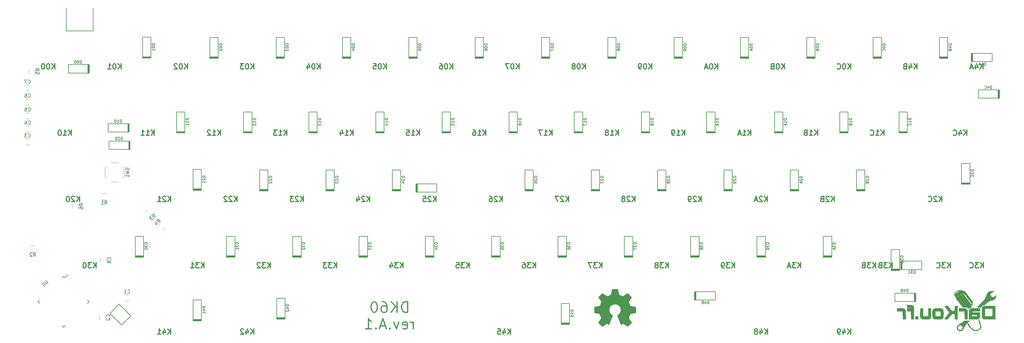
<source format=gbo>
G04 #@! TF.FileFunction,Legend,Bot*
%FSLAX46Y46*%
G04 Gerber Fmt 4.6, Leading zero omitted, Abs format (unit mm)*
G04 Created by KiCad (PCBNEW 4.0.5+dfsg1-4) date Wed May 24 11:15:47 2017*
%MOMM*%
%LPD*%
G01*
G04 APERTURE LIST*
%ADD10C,0.100000*%
%ADD11C,0.300000*%
%ADD12C,0.150000*%
%ADD13C,0.120000*%
%ADD14C,0.010000*%
%ADD15C,0.200000*%
%ADD16C,0.304800*%
G04 APERTURE END LIST*
D10*
D11*
X179392857Y-185707143D02*
X179392857Y-182707143D01*
X178678572Y-182707143D01*
X178250000Y-182850000D01*
X177964286Y-183135714D01*
X177821429Y-183421429D01*
X177678572Y-183992857D01*
X177678572Y-184421429D01*
X177821429Y-184992857D01*
X177964286Y-185278571D01*
X178250000Y-185564286D01*
X178678572Y-185707143D01*
X179392857Y-185707143D01*
X176392857Y-185707143D02*
X176392857Y-182707143D01*
X174678572Y-185707143D02*
X175964286Y-183992857D01*
X174678572Y-182707143D02*
X176392857Y-184421429D01*
X172107143Y-182707143D02*
X172678572Y-182707143D01*
X172964286Y-182850000D01*
X173107143Y-182992857D01*
X173392857Y-183421429D01*
X173535714Y-183992857D01*
X173535714Y-185135714D01*
X173392857Y-185421429D01*
X173250000Y-185564286D01*
X172964286Y-185707143D01*
X172392857Y-185707143D01*
X172107143Y-185564286D01*
X171964286Y-185421429D01*
X171821429Y-185135714D01*
X171821429Y-184421429D01*
X171964286Y-184135714D01*
X172107143Y-183992857D01*
X172392857Y-183850000D01*
X172964286Y-183850000D01*
X173250000Y-183992857D01*
X173392857Y-184135714D01*
X173535714Y-184421429D01*
X169964286Y-182707143D02*
X169678571Y-182707143D01*
X169392857Y-182850000D01*
X169250000Y-182992857D01*
X169107143Y-183278571D01*
X168964286Y-183850000D01*
X168964286Y-184564286D01*
X169107143Y-185135714D01*
X169250000Y-185421429D01*
X169392857Y-185564286D01*
X169678571Y-185707143D01*
X169964286Y-185707143D01*
X170250000Y-185564286D01*
X170392857Y-185421429D01*
X170535714Y-185135714D01*
X170678571Y-184564286D01*
X170678571Y-183850000D01*
X170535714Y-183278571D01*
X170392857Y-182992857D01*
X170250000Y-182850000D01*
X169964286Y-182707143D01*
X181035714Y-190507143D02*
X181035714Y-188507143D01*
X181035714Y-189078571D02*
X180892857Y-188792857D01*
X180750000Y-188650000D01*
X180464286Y-188507143D01*
X180178571Y-188507143D01*
X178035714Y-190364286D02*
X178321428Y-190507143D01*
X178892857Y-190507143D01*
X179178571Y-190364286D01*
X179321428Y-190078571D01*
X179321428Y-188935714D01*
X179178571Y-188650000D01*
X178892857Y-188507143D01*
X178321428Y-188507143D01*
X178035714Y-188650000D01*
X177892857Y-188935714D01*
X177892857Y-189221429D01*
X179321428Y-189507143D01*
X176892857Y-188507143D02*
X176178571Y-190507143D01*
X175464285Y-188507143D01*
X174321428Y-190221429D02*
X174178571Y-190364286D01*
X174321428Y-190507143D01*
X174464285Y-190364286D01*
X174321428Y-190221429D01*
X174321428Y-190507143D01*
X173035714Y-189650000D02*
X171607143Y-189650000D01*
X173321429Y-190507143D02*
X172321429Y-187507143D01*
X171321429Y-190507143D01*
X170321428Y-190221429D02*
X170178571Y-190364286D01*
X170321428Y-190507143D01*
X170464285Y-190364286D01*
X170321428Y-190221429D01*
X170321428Y-190507143D01*
X167321429Y-190507143D02*
X169035714Y-190507143D01*
X168178572Y-190507143D02*
X168178572Y-187507143D01*
X168464286Y-187935714D01*
X168750000Y-188221429D01*
X169035714Y-188364286D01*
D12*
X80600000Y-175381445D02*
X81006586Y-175788031D01*
X73281445Y-182700000D02*
X73758742Y-183177297D01*
X80600000Y-190018555D02*
X80122703Y-189541258D01*
X87918555Y-182700000D02*
X87441258Y-182222703D01*
X80600000Y-175381445D02*
X80122703Y-175858742D01*
X87918555Y-182700000D02*
X87441258Y-183177297D01*
X80600000Y-190018555D02*
X81077297Y-189541258D01*
X73281445Y-182700000D02*
X73758742Y-182222703D01*
X81006586Y-175788031D02*
X81908148Y-174886470D01*
D13*
X98300000Y-180700000D02*
X99300000Y-180700000D01*
X99300000Y-182400000D02*
X98300000Y-182400000D01*
X92600000Y-186700000D02*
X92600000Y-187700000D01*
X90900000Y-187700000D02*
X90900000Y-186700000D01*
X69750000Y-135900000D02*
X70750000Y-135900000D01*
X70750000Y-137600000D02*
X69750000Y-137600000D01*
X69750000Y-132150000D02*
X70750000Y-132150000D01*
X70750000Y-133850000D02*
X69750000Y-133850000D01*
X69750000Y-128400000D02*
X70750000Y-128400000D01*
X70750000Y-130100000D02*
X69750000Y-130100000D01*
X69750000Y-124400000D02*
X70750000Y-124400000D01*
X70750000Y-126100000D02*
X69750000Y-126100000D01*
X69750000Y-120400000D02*
X70750000Y-120400000D01*
X70750000Y-122100000D02*
X69750000Y-122100000D01*
X92850000Y-170250000D02*
X92850000Y-171250000D01*
X91150000Y-171250000D02*
X91150000Y-170250000D01*
X92850000Y-151620000D02*
X91650000Y-151620000D01*
X91650000Y-153380000D02*
X92850000Y-153380000D01*
X72350000Y-166620000D02*
X71150000Y-166620000D01*
X71150000Y-168380000D02*
X72350000Y-168380000D01*
X104802010Y-156153482D02*
X103953482Y-157002010D01*
X105197990Y-158246518D02*
X106046518Y-157397990D01*
X108997990Y-162046518D02*
X109846518Y-161197990D01*
X108602010Y-159953482D02*
X107753482Y-160802010D01*
X92950000Y-147200000D02*
X92500000Y-146750000D01*
X92950000Y-143800000D02*
X92500000Y-144250000D01*
X97550000Y-143800000D02*
X98000000Y-144250000D01*
X97550000Y-147200000D02*
X98000000Y-146750000D01*
X96250000Y-142750000D02*
X94250000Y-142750000D01*
X92500000Y-146750000D02*
X92500000Y-144250000D01*
X96250000Y-148250000D02*
X94250000Y-148250000D01*
X98000000Y-146750000D02*
X98000000Y-144250000D01*
D14*
G36*
X238721415Y-179039112D02*
X238533018Y-179039892D01*
X238392887Y-179042000D01*
X238293405Y-179046097D01*
X238226956Y-179052845D01*
X238185923Y-179062906D01*
X238162689Y-179076941D01*
X238149637Y-179095610D01*
X238143052Y-179110437D01*
X238128808Y-179161521D01*
X238105531Y-179265159D01*
X238075258Y-179411378D01*
X238040024Y-179590205D01*
X238001867Y-179791665D01*
X237982842Y-179894955D01*
X237944343Y-180101922D01*
X237908091Y-180289337D01*
X237876043Y-180447671D01*
X237850155Y-180567391D01*
X237832383Y-180638967D01*
X237827080Y-180653853D01*
X237792255Y-180677525D01*
X237709765Y-180719604D01*
X237591027Y-180775217D01*
X237447455Y-180839491D01*
X237290465Y-180907554D01*
X237131471Y-180974533D01*
X236981890Y-181035555D01*
X236853136Y-181085749D01*
X236756624Y-181120241D01*
X236703769Y-181134159D01*
X236701661Y-181134237D01*
X236666711Y-181116885D01*
X236587103Y-181068242D01*
X236470361Y-180993200D01*
X236324009Y-180896649D01*
X236155572Y-180783483D01*
X236017950Y-180689737D01*
X235837845Y-180567267D01*
X235674176Y-180457724D01*
X235534457Y-180365996D01*
X235426201Y-180296969D01*
X235356923Y-180255533D01*
X235334985Y-180245500D01*
X235300989Y-180267392D01*
X235231059Y-180328000D01*
X235132697Y-180419722D01*
X235013407Y-180534956D01*
X234880693Y-180666098D01*
X234742057Y-180805548D01*
X234605002Y-180945702D01*
X234477033Y-181078958D01*
X234365652Y-181197713D01*
X234278363Y-181294366D01*
X234222668Y-181361315D01*
X234205750Y-181389645D01*
X234220314Y-181429964D01*
X234264931Y-181509821D01*
X234340997Y-181631358D01*
X234449904Y-181796713D01*
X234593046Y-182008026D01*
X234771815Y-182267435D01*
X234860010Y-182394336D01*
X234941862Y-182515879D01*
X235007919Y-182621608D01*
X235050648Y-182698964D01*
X235063000Y-182732813D01*
X235050992Y-182773227D01*
X235018157Y-182860405D01*
X234969284Y-182983007D01*
X234909159Y-183129693D01*
X234842569Y-183289122D01*
X234774302Y-183449954D01*
X234709146Y-183600847D01*
X234651886Y-183730461D01*
X234607310Y-183827456D01*
X234580206Y-183880491D01*
X234576116Y-183886218D01*
X234541524Y-183896474D01*
X234453345Y-183916350D01*
X234320450Y-183944027D01*
X234151713Y-183977686D01*
X233956007Y-184015507D01*
X233823734Y-184040488D01*
X233613703Y-184080166D01*
X233423241Y-184116825D01*
X233261664Y-184148618D01*
X233138287Y-184173696D01*
X233062425Y-184190211D01*
X233043552Y-184195256D01*
X233029607Y-184210739D01*
X233018801Y-184249664D01*
X233010774Y-184318745D01*
X233005166Y-184424698D01*
X233001616Y-184574238D01*
X232999765Y-184774080D01*
X232999251Y-185020738D01*
X232999546Y-185269092D01*
X233000762Y-185461282D01*
X233003392Y-185604646D01*
X233007931Y-185706519D01*
X233014873Y-185774238D01*
X233024711Y-185815139D01*
X233037940Y-185836556D01*
X233054813Y-185845757D01*
X233109841Y-185858534D01*
X233209750Y-185878643D01*
X233336854Y-185902585D01*
X233396125Y-185913304D01*
X233705496Y-185969202D01*
X233957316Y-186016327D01*
X234156753Y-186055838D01*
X234308976Y-186088893D01*
X234419152Y-186116653D01*
X234492450Y-186140276D01*
X234534036Y-186160923D01*
X234544977Y-186171042D01*
X234566753Y-186213083D01*
X234606593Y-186301955D01*
X234659945Y-186426472D01*
X234722255Y-186575445D01*
X234788972Y-186737686D01*
X234855543Y-186902006D01*
X234917415Y-187057217D01*
X234970036Y-187192132D01*
X235008853Y-187295562D01*
X235029314Y-187356319D01*
X235031340Y-187366315D01*
X235014059Y-187398462D01*
X234965654Y-187475095D01*
X234891200Y-187588530D01*
X234795774Y-187731082D01*
X234684452Y-187895066D01*
X234618500Y-187991301D01*
X234500137Y-188165926D01*
X234395029Y-188325744D01*
X234308318Y-188462546D01*
X234245144Y-188568122D01*
X234210648Y-188634262D01*
X234205750Y-188650422D01*
X234227834Y-188689840D01*
X234290575Y-188767320D01*
X234388711Y-188877071D01*
X234516975Y-189013299D01*
X234670106Y-189170209D01*
X234758283Y-189258521D01*
X234930773Y-189429494D01*
X235064461Y-189560203D01*
X235165249Y-189655481D01*
X235239040Y-189720160D01*
X235291736Y-189759073D01*
X235329242Y-189777053D01*
X235357458Y-189778932D01*
X235382289Y-189769542D01*
X235382405Y-189769480D01*
X235429516Y-189740371D01*
X235519830Y-189681156D01*
X235644339Y-189597872D01*
X235794033Y-189496557D01*
X235959904Y-189383245D01*
X236002541Y-189353958D01*
X236168266Y-189241261D01*
X236317753Y-189141995D01*
X236442657Y-189061509D01*
X236534633Y-189005151D01*
X236585337Y-188978269D01*
X236591143Y-188976750D01*
X236634996Y-188990623D01*
X236720737Y-189027978D01*
X236834225Y-189082418D01*
X236913926Y-189122773D01*
X237041340Y-189184584D01*
X237143401Y-189226362D01*
X237208470Y-189243677D01*
X237224470Y-189240980D01*
X237243182Y-189205634D01*
X237282751Y-189118984D01*
X237339961Y-188988487D01*
X237411592Y-188821599D01*
X237494427Y-188625774D01*
X237585247Y-188408469D01*
X237619855Y-188325019D01*
X237721456Y-188079675D01*
X237823663Y-187833146D01*
X237921585Y-187597204D01*
X238010334Y-187383624D01*
X238085020Y-187204180D01*
X238140754Y-187070644D01*
X238144462Y-187061784D01*
X238203884Y-186916651D01*
X238252998Y-186790601D01*
X238287063Y-186696245D01*
X238301341Y-186646196D01*
X238301500Y-186643883D01*
X238277235Y-186606089D01*
X238213040Y-186545075D01*
X238121820Y-186472845D01*
X238103063Y-186459248D01*
X237826091Y-186230337D01*
X237609089Y-185981720D01*
X237451154Y-185711769D01*
X237351383Y-185418855D01*
X237308874Y-185101353D01*
X237307099Y-185023875D01*
X237333555Y-184706339D01*
X237416480Y-184414590D01*
X237557933Y-184143472D01*
X237759975Y-183887827D01*
X237761557Y-183886134D01*
X237998937Y-183676263D01*
X238263644Y-183519609D01*
X238547871Y-183416494D01*
X238843812Y-183367238D01*
X239143660Y-183372165D01*
X239439608Y-183431595D01*
X239723849Y-183545850D01*
X239988577Y-183715253D01*
X240078549Y-183790652D01*
X240299509Y-184028671D01*
X240463112Y-184293856D01*
X240568903Y-184585179D01*
X240616423Y-184901613D01*
X240619250Y-185004673D01*
X240596612Y-185321880D01*
X240526353Y-185606279D01*
X240404956Y-185864475D01*
X240228905Y-186103072D01*
X239994683Y-186328676D01*
X239856530Y-186437283D01*
X239756427Y-186516349D01*
X239679865Y-186586067D01*
X239638807Y-186635153D01*
X239635000Y-186646225D01*
X239646770Y-186685220D01*
X239680206Y-186775721D01*
X239732502Y-186910640D01*
X239800852Y-187082889D01*
X239882448Y-187285378D01*
X239974483Y-187511021D01*
X240051865Y-187698907D01*
X240155104Y-187948707D01*
X240254857Y-188190395D01*
X240347427Y-188414991D01*
X240429119Y-188613514D01*
X240496235Y-188776985D01*
X240545079Y-188896422D01*
X240564798Y-188945000D01*
X240624849Y-189091660D01*
X240672571Y-189185263D01*
X240721006Y-189230962D01*
X240783196Y-189233912D01*
X240872182Y-189199267D01*
X241001008Y-189132179D01*
X241016964Y-189123682D01*
X241139066Y-189060843D01*
X241242670Y-189011419D01*
X241313491Y-188982023D01*
X241334309Y-188976750D01*
X241371317Y-188993976D01*
X241452608Y-189042282D01*
X241570252Y-189116604D01*
X241716318Y-189211880D01*
X241882878Y-189323049D01*
X241980886Y-189389500D01*
X242154203Y-189507021D01*
X242310107Y-189611521D01*
X242440951Y-189697976D01*
X242539087Y-189761357D01*
X242596870Y-189796639D01*
X242608792Y-189802250D01*
X242636614Y-189780781D01*
X242702871Y-189720445D01*
X242801169Y-189627350D01*
X242925113Y-189507602D01*
X243068311Y-189367308D01*
X243181006Y-189255749D01*
X243333794Y-189101680D01*
X243470259Y-188959889D01*
X243584195Y-188837166D01*
X243669400Y-188740301D01*
X243719669Y-188676085D01*
X243730751Y-188654049D01*
X243713325Y-188612936D01*
X243664489Y-188528079D01*
X243589399Y-188407644D01*
X243493214Y-188259798D01*
X243381093Y-188092710D01*
X243318933Y-188001987D01*
X243200804Y-187829179D01*
X243095829Y-187672549D01*
X243009146Y-187540019D01*
X242945896Y-187439512D01*
X242911218Y-187378949D01*
X242906183Y-187365816D01*
X242917522Y-187320702D01*
X242949322Y-187228611D01*
X242996989Y-187100912D01*
X243055927Y-186948975D01*
X243121542Y-186784170D01*
X243189238Y-186617868D01*
X243254420Y-186461439D01*
X243312495Y-186326251D01*
X243358866Y-186223676D01*
X243388938Y-186165084D01*
X243394607Y-186157229D01*
X243436373Y-186139822D01*
X243531267Y-186113845D01*
X243669829Y-186081450D01*
X243842597Y-186044790D01*
X244040111Y-186006013D01*
X244146342Y-185986295D01*
X244352674Y-185947706D01*
X244539019Y-185910908D01*
X244695932Y-185877925D01*
X244813970Y-185850780D01*
X244883687Y-185831496D01*
X244897563Y-185825365D01*
X244911381Y-185783905D01*
X244922549Y-185690460D01*
X244931092Y-185555480D01*
X244937037Y-185389414D01*
X244940410Y-185202714D01*
X244941237Y-185005828D01*
X244939545Y-184809207D01*
X244935358Y-184623299D01*
X244928704Y-184458556D01*
X244919609Y-184325426D01*
X244908098Y-184234360D01*
X244894199Y-184195807D01*
X244893484Y-184195462D01*
X244850930Y-184185082D01*
X244755223Y-184165052D01*
X244615663Y-184137210D01*
X244441549Y-184103393D01*
X244242182Y-184065440D01*
X244112698Y-184041147D01*
X243903767Y-184001245D01*
X243715674Y-183963574D01*
X243557435Y-183930083D01*
X243438064Y-183902719D01*
X243366578Y-183883432D01*
X243350251Y-183876375D01*
X243326225Y-183834757D01*
X243283939Y-183746103D01*
X243228269Y-183622046D01*
X243164094Y-183474221D01*
X243096288Y-183314262D01*
X243029731Y-183153803D01*
X242969297Y-183004477D01*
X242919865Y-182877920D01*
X242886311Y-182785765D01*
X242873513Y-182739646D01*
X242873500Y-182739079D01*
X242890864Y-182697851D01*
X242939557Y-182612723D01*
X243014484Y-182491805D01*
X243110546Y-182343208D01*
X243222648Y-182175046D01*
X243290389Y-182075560D01*
X243410115Y-181899578D01*
X243517819Y-181738483D01*
X243608176Y-181600467D01*
X243675864Y-181493719D01*
X243715559Y-181426428D01*
X243723525Y-181409222D01*
X243716555Y-181377171D01*
X243681057Y-181322263D01*
X243613426Y-181240386D01*
X243510056Y-181127424D01*
X243367342Y-180979265D01*
X243187914Y-180798035D01*
X243033766Y-180645246D01*
X242892999Y-180508658D01*
X242772182Y-180394407D01*
X242677882Y-180308632D01*
X242616669Y-180257469D01*
X242596539Y-180245500D01*
X242560307Y-180262875D01*
X242479752Y-180311670D01*
X242362570Y-180386887D01*
X242216458Y-180483527D01*
X242049113Y-180596592D01*
X241929449Y-180678698D01*
X241751503Y-180800717D01*
X241589112Y-180910531D01*
X241450123Y-181002956D01*
X241342383Y-181072810D01*
X241273737Y-181114912D01*
X241253727Y-181124962D01*
X241210553Y-181117510D01*
X241120705Y-181089557D01*
X240995843Y-181045692D01*
X240847624Y-180990505D01*
X240687708Y-180928585D01*
X240527754Y-180864522D01*
X240379420Y-180802905D01*
X240254365Y-180748324D01*
X240164249Y-180705368D01*
X240121267Y-180679169D01*
X240105231Y-180638837D01*
X240080072Y-180544952D01*
X240047808Y-180406476D01*
X240010456Y-180232372D01*
X239970035Y-180031601D01*
X239939141Y-179870112D01*
X239898562Y-179655909D01*
X239860914Y-179462145D01*
X239827990Y-179297658D01*
X239801585Y-179171289D01*
X239783492Y-179091878D01*
X239776438Y-179068424D01*
X239740472Y-179059943D01*
X239648777Y-179052526D01*
X239509119Y-179046456D01*
X239329264Y-179042016D01*
X239116979Y-179039486D01*
X238965696Y-179039000D01*
X238721415Y-179039112D01*
X238721415Y-179039112D01*
G37*
X238721415Y-179039112D02*
X238533018Y-179039892D01*
X238392887Y-179042000D01*
X238293405Y-179046097D01*
X238226956Y-179052845D01*
X238185923Y-179062906D01*
X238162689Y-179076941D01*
X238149637Y-179095610D01*
X238143052Y-179110437D01*
X238128808Y-179161521D01*
X238105531Y-179265159D01*
X238075258Y-179411378D01*
X238040024Y-179590205D01*
X238001867Y-179791665D01*
X237982842Y-179894955D01*
X237944343Y-180101922D01*
X237908091Y-180289337D01*
X237876043Y-180447671D01*
X237850155Y-180567391D01*
X237832383Y-180638967D01*
X237827080Y-180653853D01*
X237792255Y-180677525D01*
X237709765Y-180719604D01*
X237591027Y-180775217D01*
X237447455Y-180839491D01*
X237290465Y-180907554D01*
X237131471Y-180974533D01*
X236981890Y-181035555D01*
X236853136Y-181085749D01*
X236756624Y-181120241D01*
X236703769Y-181134159D01*
X236701661Y-181134237D01*
X236666711Y-181116885D01*
X236587103Y-181068242D01*
X236470361Y-180993200D01*
X236324009Y-180896649D01*
X236155572Y-180783483D01*
X236017950Y-180689737D01*
X235837845Y-180567267D01*
X235674176Y-180457724D01*
X235534457Y-180365996D01*
X235426201Y-180296969D01*
X235356923Y-180255533D01*
X235334985Y-180245500D01*
X235300989Y-180267392D01*
X235231059Y-180328000D01*
X235132697Y-180419722D01*
X235013407Y-180534956D01*
X234880693Y-180666098D01*
X234742057Y-180805548D01*
X234605002Y-180945702D01*
X234477033Y-181078958D01*
X234365652Y-181197713D01*
X234278363Y-181294366D01*
X234222668Y-181361315D01*
X234205750Y-181389645D01*
X234220314Y-181429964D01*
X234264931Y-181509821D01*
X234340997Y-181631358D01*
X234449904Y-181796713D01*
X234593046Y-182008026D01*
X234771815Y-182267435D01*
X234860010Y-182394336D01*
X234941862Y-182515879D01*
X235007919Y-182621608D01*
X235050648Y-182698964D01*
X235063000Y-182732813D01*
X235050992Y-182773227D01*
X235018157Y-182860405D01*
X234969284Y-182983007D01*
X234909159Y-183129693D01*
X234842569Y-183289122D01*
X234774302Y-183449954D01*
X234709146Y-183600847D01*
X234651886Y-183730461D01*
X234607310Y-183827456D01*
X234580206Y-183880491D01*
X234576116Y-183886218D01*
X234541524Y-183896474D01*
X234453345Y-183916350D01*
X234320450Y-183944027D01*
X234151713Y-183977686D01*
X233956007Y-184015507D01*
X233823734Y-184040488D01*
X233613703Y-184080166D01*
X233423241Y-184116825D01*
X233261664Y-184148618D01*
X233138287Y-184173696D01*
X233062425Y-184190211D01*
X233043552Y-184195256D01*
X233029607Y-184210739D01*
X233018801Y-184249664D01*
X233010774Y-184318745D01*
X233005166Y-184424698D01*
X233001616Y-184574238D01*
X232999765Y-184774080D01*
X232999251Y-185020738D01*
X232999546Y-185269092D01*
X233000762Y-185461282D01*
X233003392Y-185604646D01*
X233007931Y-185706519D01*
X233014873Y-185774238D01*
X233024711Y-185815139D01*
X233037940Y-185836556D01*
X233054813Y-185845757D01*
X233109841Y-185858534D01*
X233209750Y-185878643D01*
X233336854Y-185902585D01*
X233396125Y-185913304D01*
X233705496Y-185969202D01*
X233957316Y-186016327D01*
X234156753Y-186055838D01*
X234308976Y-186088893D01*
X234419152Y-186116653D01*
X234492450Y-186140276D01*
X234534036Y-186160923D01*
X234544977Y-186171042D01*
X234566753Y-186213083D01*
X234606593Y-186301955D01*
X234659945Y-186426472D01*
X234722255Y-186575445D01*
X234788972Y-186737686D01*
X234855543Y-186902006D01*
X234917415Y-187057217D01*
X234970036Y-187192132D01*
X235008853Y-187295562D01*
X235029314Y-187356319D01*
X235031340Y-187366315D01*
X235014059Y-187398462D01*
X234965654Y-187475095D01*
X234891200Y-187588530D01*
X234795774Y-187731082D01*
X234684452Y-187895066D01*
X234618500Y-187991301D01*
X234500137Y-188165926D01*
X234395029Y-188325744D01*
X234308318Y-188462546D01*
X234245144Y-188568122D01*
X234210648Y-188634262D01*
X234205750Y-188650422D01*
X234227834Y-188689840D01*
X234290575Y-188767320D01*
X234388711Y-188877071D01*
X234516975Y-189013299D01*
X234670106Y-189170209D01*
X234758283Y-189258521D01*
X234930773Y-189429494D01*
X235064461Y-189560203D01*
X235165249Y-189655481D01*
X235239040Y-189720160D01*
X235291736Y-189759073D01*
X235329242Y-189777053D01*
X235357458Y-189778932D01*
X235382289Y-189769542D01*
X235382405Y-189769480D01*
X235429516Y-189740371D01*
X235519830Y-189681156D01*
X235644339Y-189597872D01*
X235794033Y-189496557D01*
X235959904Y-189383245D01*
X236002541Y-189353958D01*
X236168266Y-189241261D01*
X236317753Y-189141995D01*
X236442657Y-189061509D01*
X236534633Y-189005151D01*
X236585337Y-188978269D01*
X236591143Y-188976750D01*
X236634996Y-188990623D01*
X236720737Y-189027978D01*
X236834225Y-189082418D01*
X236913926Y-189122773D01*
X237041340Y-189184584D01*
X237143401Y-189226362D01*
X237208470Y-189243677D01*
X237224470Y-189240980D01*
X237243182Y-189205634D01*
X237282751Y-189118984D01*
X237339961Y-188988487D01*
X237411592Y-188821599D01*
X237494427Y-188625774D01*
X237585247Y-188408469D01*
X237619855Y-188325019D01*
X237721456Y-188079675D01*
X237823663Y-187833146D01*
X237921585Y-187597204D01*
X238010334Y-187383624D01*
X238085020Y-187204180D01*
X238140754Y-187070644D01*
X238144462Y-187061784D01*
X238203884Y-186916651D01*
X238252998Y-186790601D01*
X238287063Y-186696245D01*
X238301341Y-186646196D01*
X238301500Y-186643883D01*
X238277235Y-186606089D01*
X238213040Y-186545075D01*
X238121820Y-186472845D01*
X238103063Y-186459248D01*
X237826091Y-186230337D01*
X237609089Y-185981720D01*
X237451154Y-185711769D01*
X237351383Y-185418855D01*
X237308874Y-185101353D01*
X237307099Y-185023875D01*
X237333555Y-184706339D01*
X237416480Y-184414590D01*
X237557933Y-184143472D01*
X237759975Y-183887827D01*
X237761557Y-183886134D01*
X237998937Y-183676263D01*
X238263644Y-183519609D01*
X238547871Y-183416494D01*
X238843812Y-183367238D01*
X239143660Y-183372165D01*
X239439608Y-183431595D01*
X239723849Y-183545850D01*
X239988577Y-183715253D01*
X240078549Y-183790652D01*
X240299509Y-184028671D01*
X240463112Y-184293856D01*
X240568903Y-184585179D01*
X240616423Y-184901613D01*
X240619250Y-185004673D01*
X240596612Y-185321880D01*
X240526353Y-185606279D01*
X240404956Y-185864475D01*
X240228905Y-186103072D01*
X239994683Y-186328676D01*
X239856530Y-186437283D01*
X239756427Y-186516349D01*
X239679865Y-186586067D01*
X239638807Y-186635153D01*
X239635000Y-186646225D01*
X239646770Y-186685220D01*
X239680206Y-186775721D01*
X239732502Y-186910640D01*
X239800852Y-187082889D01*
X239882448Y-187285378D01*
X239974483Y-187511021D01*
X240051865Y-187698907D01*
X240155104Y-187948707D01*
X240254857Y-188190395D01*
X240347427Y-188414991D01*
X240429119Y-188613514D01*
X240496235Y-188776985D01*
X240545079Y-188896422D01*
X240564798Y-188945000D01*
X240624849Y-189091660D01*
X240672571Y-189185263D01*
X240721006Y-189230962D01*
X240783196Y-189233912D01*
X240872182Y-189199267D01*
X241001008Y-189132179D01*
X241016964Y-189123682D01*
X241139066Y-189060843D01*
X241242670Y-189011419D01*
X241313491Y-188982023D01*
X241334309Y-188976750D01*
X241371317Y-188993976D01*
X241452608Y-189042282D01*
X241570252Y-189116604D01*
X241716318Y-189211880D01*
X241882878Y-189323049D01*
X241980886Y-189389500D01*
X242154203Y-189507021D01*
X242310107Y-189611521D01*
X242440951Y-189697976D01*
X242539087Y-189761357D01*
X242596870Y-189796639D01*
X242608792Y-189802250D01*
X242636614Y-189780781D01*
X242702871Y-189720445D01*
X242801169Y-189627350D01*
X242925113Y-189507602D01*
X243068311Y-189367308D01*
X243181006Y-189255749D01*
X243333794Y-189101680D01*
X243470259Y-188959889D01*
X243584195Y-188837166D01*
X243669400Y-188740301D01*
X243719669Y-188676085D01*
X243730751Y-188654049D01*
X243713325Y-188612936D01*
X243664489Y-188528079D01*
X243589399Y-188407644D01*
X243493214Y-188259798D01*
X243381093Y-188092710D01*
X243318933Y-188001987D01*
X243200804Y-187829179D01*
X243095829Y-187672549D01*
X243009146Y-187540019D01*
X242945896Y-187439512D01*
X242911218Y-187378949D01*
X242906183Y-187365816D01*
X242917522Y-187320702D01*
X242949322Y-187228611D01*
X242996989Y-187100912D01*
X243055927Y-186948975D01*
X243121542Y-186784170D01*
X243189238Y-186617868D01*
X243254420Y-186461439D01*
X243312495Y-186326251D01*
X243358866Y-186223676D01*
X243388938Y-186165084D01*
X243394607Y-186157229D01*
X243436373Y-186139822D01*
X243531267Y-186113845D01*
X243669829Y-186081450D01*
X243842597Y-186044790D01*
X244040111Y-186006013D01*
X244146342Y-185986295D01*
X244352674Y-185947706D01*
X244539019Y-185910908D01*
X244695932Y-185877925D01*
X244813970Y-185850780D01*
X244883687Y-185831496D01*
X244897563Y-185825365D01*
X244911381Y-185783905D01*
X244922549Y-185690460D01*
X244931092Y-185555480D01*
X244937037Y-185389414D01*
X244940410Y-185202714D01*
X244941237Y-185005828D01*
X244939545Y-184809207D01*
X244935358Y-184623299D01*
X244928704Y-184458556D01*
X244919609Y-184325426D01*
X244908098Y-184234360D01*
X244894199Y-184195807D01*
X244893484Y-184195462D01*
X244850930Y-184185082D01*
X244755223Y-184165052D01*
X244615663Y-184137210D01*
X244441549Y-184103393D01*
X244242182Y-184065440D01*
X244112698Y-184041147D01*
X243903767Y-184001245D01*
X243715674Y-183963574D01*
X243557435Y-183930083D01*
X243438064Y-183902719D01*
X243366578Y-183883432D01*
X243350251Y-183876375D01*
X243326225Y-183834757D01*
X243283939Y-183746103D01*
X243228269Y-183622046D01*
X243164094Y-183474221D01*
X243096288Y-183314262D01*
X243029731Y-183153803D01*
X242969297Y-183004477D01*
X242919865Y-182877920D01*
X242886311Y-182785765D01*
X242873513Y-182739646D01*
X242873500Y-182739079D01*
X242890864Y-182697851D01*
X242939557Y-182612723D01*
X243014484Y-182491805D01*
X243110546Y-182343208D01*
X243222648Y-182175046D01*
X243290389Y-182075560D01*
X243410115Y-181899578D01*
X243517819Y-181738483D01*
X243608176Y-181600467D01*
X243675864Y-181493719D01*
X243715559Y-181426428D01*
X243723525Y-181409222D01*
X243716555Y-181377171D01*
X243681057Y-181322263D01*
X243613426Y-181240386D01*
X243510056Y-181127424D01*
X243367342Y-180979265D01*
X243187914Y-180798035D01*
X243033766Y-180645246D01*
X242892999Y-180508658D01*
X242772182Y-180394407D01*
X242677882Y-180308632D01*
X242616669Y-180257469D01*
X242596539Y-180245500D01*
X242560307Y-180262875D01*
X242479752Y-180311670D01*
X242362570Y-180386887D01*
X242216458Y-180483527D01*
X242049113Y-180596592D01*
X241929449Y-180678698D01*
X241751503Y-180800717D01*
X241589112Y-180910531D01*
X241450123Y-181002956D01*
X241342383Y-181072810D01*
X241273737Y-181114912D01*
X241253727Y-181124962D01*
X241210553Y-181117510D01*
X241120705Y-181089557D01*
X240995843Y-181045692D01*
X240847624Y-180990505D01*
X240687708Y-180928585D01*
X240527754Y-180864522D01*
X240379420Y-180802905D01*
X240254365Y-180748324D01*
X240164249Y-180705368D01*
X240121267Y-180679169D01*
X240105231Y-180638837D01*
X240080072Y-180544952D01*
X240047808Y-180406476D01*
X240010456Y-180232372D01*
X239970035Y-180031601D01*
X239939141Y-179870112D01*
X239898562Y-179655909D01*
X239860914Y-179462145D01*
X239827990Y-179297658D01*
X239801585Y-179171289D01*
X239783492Y-179091878D01*
X239776438Y-179068424D01*
X239740472Y-179059943D01*
X239648777Y-179052526D01*
X239509119Y-179046456D01*
X239329264Y-179042016D01*
X239116979Y-179039486D01*
X238965696Y-179039000D01*
X238721415Y-179039112D01*
G36*
X339701669Y-188093509D02*
X339526977Y-188097268D01*
X339409984Y-188103774D01*
X339375707Y-188108597D01*
X339301786Y-188148211D01*
X339187551Y-188233785D01*
X339051750Y-188350618D01*
X338973541Y-188423956D01*
X338734862Y-188633789D01*
X338471003Y-188830303D01*
X338204558Y-188998587D01*
X337958121Y-189123726D01*
X337850815Y-189165009D01*
X337594327Y-189289330D01*
X337391009Y-189466282D01*
X337244851Y-189682592D01*
X337159839Y-189924987D01*
X337139961Y-190180191D01*
X337189205Y-190434931D01*
X337311559Y-190675935D01*
X337373048Y-190755350D01*
X337583445Y-190939768D01*
X337831231Y-191054588D01*
X338101926Y-191097133D01*
X338381054Y-191064726D01*
X338601733Y-190982523D01*
X338741408Y-190902162D01*
X338852766Y-190807421D01*
X338948924Y-190681300D01*
X339042995Y-190506804D01*
X339141396Y-190283103D01*
X339241428Y-190055201D01*
X339293083Y-189953082D01*
X338819826Y-189953082D01*
X338817953Y-190074765D01*
X338811268Y-190173338D01*
X338797376Y-190331567D01*
X338775133Y-190433719D01*
X338731672Y-190508262D01*
X338654124Y-190583665D01*
X338608252Y-190622474D01*
X338403893Y-190764506D01*
X338212916Y-190830041D01*
X338018666Y-190821741D01*
X337817816Y-190748806D01*
X337621836Y-190614036D01*
X337491902Y-190441064D01*
X337427573Y-190244108D01*
X337428408Y-190037386D01*
X337493965Y-189835116D01*
X337623803Y-189651515D01*
X337817481Y-189500801D01*
X337857231Y-189479213D01*
X338068804Y-189410517D01*
X338275050Y-189425083D01*
X338477728Y-189523383D01*
X338672008Y-189698553D01*
X338755494Y-189794432D01*
X338801886Y-189869456D01*
X338819826Y-189953082D01*
X339293083Y-189953082D01*
X339345482Y-189849495D01*
X339462423Y-189653847D01*
X339601113Y-189456117D01*
X339770416Y-189244167D01*
X339979196Y-189005858D01*
X340236314Y-188729053D01*
X340405394Y-188552000D01*
X340832834Y-188107500D01*
X340155500Y-188095398D01*
X339916897Y-188092789D01*
X339701669Y-188093509D01*
X339701669Y-188093509D01*
G37*
X339701669Y-188093509D02*
X339526977Y-188097268D01*
X339409984Y-188103774D01*
X339375707Y-188108597D01*
X339301786Y-188148211D01*
X339187551Y-188233785D01*
X339051750Y-188350618D01*
X338973541Y-188423956D01*
X338734862Y-188633789D01*
X338471003Y-188830303D01*
X338204558Y-188998587D01*
X337958121Y-189123726D01*
X337850815Y-189165009D01*
X337594327Y-189289330D01*
X337391009Y-189466282D01*
X337244851Y-189682592D01*
X337159839Y-189924987D01*
X337139961Y-190180191D01*
X337189205Y-190434931D01*
X337311559Y-190675935D01*
X337373048Y-190755350D01*
X337583445Y-190939768D01*
X337831231Y-191054588D01*
X338101926Y-191097133D01*
X338381054Y-191064726D01*
X338601733Y-190982523D01*
X338741408Y-190902162D01*
X338852766Y-190807421D01*
X338948924Y-190681300D01*
X339042995Y-190506804D01*
X339141396Y-190283103D01*
X339241428Y-190055201D01*
X339293083Y-189953082D01*
X338819826Y-189953082D01*
X338817953Y-190074765D01*
X338811268Y-190173338D01*
X338797376Y-190331567D01*
X338775133Y-190433719D01*
X338731672Y-190508262D01*
X338654124Y-190583665D01*
X338608252Y-190622474D01*
X338403893Y-190764506D01*
X338212916Y-190830041D01*
X338018666Y-190821741D01*
X337817816Y-190748806D01*
X337621836Y-190614036D01*
X337491902Y-190441064D01*
X337427573Y-190244108D01*
X337428408Y-190037386D01*
X337493965Y-189835116D01*
X337623803Y-189651515D01*
X337817481Y-189500801D01*
X337857231Y-189479213D01*
X338068804Y-189410517D01*
X338275050Y-189425083D01*
X338477728Y-189523383D01*
X338672008Y-189698553D01*
X338755494Y-189794432D01*
X338801886Y-189869456D01*
X338819826Y-189953082D01*
X339293083Y-189953082D01*
X339345482Y-189849495D01*
X339462423Y-189653847D01*
X339601113Y-189456117D01*
X339770416Y-189244167D01*
X339979196Y-189005858D01*
X340236314Y-188729053D01*
X340405394Y-188552000D01*
X340832834Y-188107500D01*
X340155500Y-188095398D01*
X339916897Y-188092789D01*
X339701669Y-188093509D01*
G36*
X343340299Y-187969950D02*
X343317930Y-187979456D01*
X343329089Y-188020388D01*
X343369324Y-188120683D01*
X343431515Y-188263164D01*
X343476770Y-188362546D01*
X343629012Y-188721116D01*
X343752578Y-189071335D01*
X343840436Y-189391423D01*
X343880475Y-189612682D01*
X343887938Y-189883275D01*
X343831733Y-190110788D01*
X343705281Y-190314665D01*
X343607406Y-190419907D01*
X343353226Y-190609368D01*
X343057087Y-190734358D01*
X342734021Y-190793023D01*
X342399061Y-190783506D01*
X342067236Y-190703953D01*
X341894862Y-190631325D01*
X341578091Y-190433218D01*
X341269572Y-190157573D01*
X340975540Y-189811496D01*
X340702232Y-189402089D01*
X340515726Y-189060000D01*
X340437286Y-188903486D01*
X340386399Y-188811002D01*
X340351674Y-188771398D01*
X340321722Y-188773523D01*
X340285152Y-188806229D01*
X340271044Y-188820480D01*
X340239681Y-188858817D01*
X340230223Y-188903349D01*
X340247040Y-188970938D01*
X340294501Y-189078444D01*
X340376973Y-189242730D01*
X340383996Y-189256451D01*
X340668585Y-189745361D01*
X340983144Y-190160219D01*
X341325650Y-190498814D01*
X341694080Y-190758938D01*
X341821943Y-190827647D01*
X341986250Y-190904955D01*
X342120612Y-190952817D01*
X342258853Y-190979402D01*
X342434798Y-190992877D01*
X342520443Y-190996325D01*
X342735820Y-190999089D01*
X342901862Y-190986698D01*
X343053214Y-190954761D01*
X343188421Y-190911693D01*
X343504188Y-190774423D01*
X343745621Y-190606091D01*
X343919613Y-190399525D01*
X344033058Y-190147552D01*
X344070969Y-189993255D01*
X344088884Y-189723740D01*
X344053606Y-189403183D01*
X343968077Y-189043925D01*
X343835241Y-188658307D01*
X343658041Y-188258667D01*
X343656561Y-188255666D01*
X343573075Y-188095017D01*
X343510918Y-187999863D01*
X343459719Y-187957191D01*
X343415167Y-187952774D01*
X343340299Y-187969950D01*
X343340299Y-187969950D01*
G37*
X343340299Y-187969950D02*
X343317930Y-187979456D01*
X343329089Y-188020388D01*
X343369324Y-188120683D01*
X343431515Y-188263164D01*
X343476770Y-188362546D01*
X343629012Y-188721116D01*
X343752578Y-189071335D01*
X343840436Y-189391423D01*
X343880475Y-189612682D01*
X343887938Y-189883275D01*
X343831733Y-190110788D01*
X343705281Y-190314665D01*
X343607406Y-190419907D01*
X343353226Y-190609368D01*
X343057087Y-190734358D01*
X342734021Y-190793023D01*
X342399061Y-190783506D01*
X342067236Y-190703953D01*
X341894862Y-190631325D01*
X341578091Y-190433218D01*
X341269572Y-190157573D01*
X340975540Y-189811496D01*
X340702232Y-189402089D01*
X340515726Y-189060000D01*
X340437286Y-188903486D01*
X340386399Y-188811002D01*
X340351674Y-188771398D01*
X340321722Y-188773523D01*
X340285152Y-188806229D01*
X340271044Y-188820480D01*
X340239681Y-188858817D01*
X340230223Y-188903349D01*
X340247040Y-188970938D01*
X340294501Y-189078444D01*
X340376973Y-189242730D01*
X340383996Y-189256451D01*
X340668585Y-189745361D01*
X340983144Y-190160219D01*
X341325650Y-190498814D01*
X341694080Y-190758938D01*
X341821943Y-190827647D01*
X341986250Y-190904955D01*
X342120612Y-190952817D01*
X342258853Y-190979402D01*
X342434798Y-190992877D01*
X342520443Y-190996325D01*
X342735820Y-190999089D01*
X342901862Y-190986698D01*
X343053214Y-190954761D01*
X343188421Y-190911693D01*
X343504188Y-190774423D01*
X343745621Y-190606091D01*
X343919613Y-190399525D01*
X344033058Y-190147552D01*
X344070969Y-189993255D01*
X344088884Y-189723740D01*
X344053606Y-189403183D01*
X343968077Y-189043925D01*
X343835241Y-188658307D01*
X343658041Y-188258667D01*
X343656561Y-188255666D01*
X343573075Y-188095017D01*
X343510918Y-187999863D01*
X343459719Y-187957191D01*
X343415167Y-187952774D01*
X343340299Y-187969950D01*
G36*
X345542759Y-183859762D02*
X345308574Y-183865532D01*
X345124545Y-183875815D01*
X344982048Y-183891404D01*
X344872457Y-183913092D01*
X344787148Y-183941669D01*
X344717495Y-183977929D01*
X344654874Y-184022663D01*
X344626616Y-184045831D01*
X344557974Y-184107968D01*
X344502453Y-184173242D01*
X344458774Y-184250859D01*
X344425658Y-184350028D01*
X344401825Y-184479956D01*
X344385995Y-184649850D01*
X344376890Y-184868917D01*
X344373231Y-185146365D01*
X344373737Y-185491402D01*
X344376499Y-185845958D01*
X344388834Y-187182533D01*
X344501473Y-187352650D01*
X344555451Y-187432019D01*
X344608060Y-187497575D01*
X344667608Y-187550707D01*
X344742403Y-187592805D01*
X344840753Y-187625260D01*
X344970967Y-187649461D01*
X345141353Y-187666800D01*
X345360218Y-187678667D01*
X345635873Y-187686451D01*
X345976624Y-187691543D01*
X346390780Y-187695333D01*
X346557139Y-187696629D01*
X348175111Y-187709092D01*
X348198731Y-187611962D01*
X348203467Y-187550015D01*
X348207345Y-187412674D01*
X348210308Y-187209205D01*
X348212298Y-186948878D01*
X348213259Y-186640959D01*
X348213132Y-186294718D01*
X348211861Y-185919421D01*
X348210593Y-185694500D01*
X348204177Y-184701279D01*
X347373334Y-184701279D01*
X347373334Y-185751750D01*
X347372213Y-186041879D01*
X347369061Y-186303625D01*
X347364195Y-186525190D01*
X347357931Y-186694775D01*
X347350585Y-186800581D01*
X347344389Y-186831167D01*
X347295720Y-186838726D01*
X347174258Y-186844636D01*
X346991862Y-186848703D01*
X346760393Y-186850729D01*
X346491712Y-186850520D01*
X346275472Y-186848805D01*
X345235500Y-186837500D01*
X345235500Y-184678500D01*
X346209167Y-184666556D01*
X346493025Y-184664111D01*
X346752714Y-184663834D01*
X346974826Y-184665580D01*
X347145958Y-184669207D01*
X347252703Y-184674573D01*
X347278084Y-184677946D01*
X347373334Y-184701279D01*
X348204177Y-184701279D01*
X348198834Y-183874166D01*
X346632500Y-183861616D01*
X346196097Y-183858596D01*
X345835725Y-183857715D01*
X345542759Y-183859762D01*
X345542759Y-183859762D01*
G37*
X345542759Y-183859762D02*
X345308574Y-183865532D01*
X345124545Y-183875815D01*
X344982048Y-183891404D01*
X344872457Y-183913092D01*
X344787148Y-183941669D01*
X344717495Y-183977929D01*
X344654874Y-184022663D01*
X344626616Y-184045831D01*
X344557974Y-184107968D01*
X344502453Y-184173242D01*
X344458774Y-184250859D01*
X344425658Y-184350028D01*
X344401825Y-184479956D01*
X344385995Y-184649850D01*
X344376890Y-184868917D01*
X344373231Y-185146365D01*
X344373737Y-185491402D01*
X344376499Y-185845958D01*
X344388834Y-187182533D01*
X344501473Y-187352650D01*
X344555451Y-187432019D01*
X344608060Y-187497575D01*
X344667608Y-187550707D01*
X344742403Y-187592805D01*
X344840753Y-187625260D01*
X344970967Y-187649461D01*
X345141353Y-187666800D01*
X345360218Y-187678667D01*
X345635873Y-187686451D01*
X345976624Y-187691543D01*
X346390780Y-187695333D01*
X346557139Y-187696629D01*
X348175111Y-187709092D01*
X348198731Y-187611962D01*
X348203467Y-187550015D01*
X348207345Y-187412674D01*
X348210308Y-187209205D01*
X348212298Y-186948878D01*
X348213259Y-186640959D01*
X348213132Y-186294718D01*
X348211861Y-185919421D01*
X348210593Y-185694500D01*
X348204177Y-184701279D01*
X347373334Y-184701279D01*
X347373334Y-185751750D01*
X347372213Y-186041879D01*
X347369061Y-186303625D01*
X347364195Y-186525190D01*
X347357931Y-186694775D01*
X347350585Y-186800581D01*
X347344389Y-186831167D01*
X347295720Y-186838726D01*
X347174258Y-186844636D01*
X346991862Y-186848703D01*
X346760393Y-186850729D01*
X346491712Y-186850520D01*
X346275472Y-186848805D01*
X345235500Y-186837500D01*
X345235500Y-184678500D01*
X346209167Y-184666556D01*
X346493025Y-184664111D01*
X346752714Y-184663834D01*
X346974826Y-184665580D01*
X347145958Y-184669207D01*
X347252703Y-184674573D01*
X347278084Y-184677946D01*
X347373334Y-184701279D01*
X348204177Y-184701279D01*
X348198834Y-183874166D01*
X346632500Y-183861616D01*
X346196097Y-183858596D01*
X345835725Y-183857715D01*
X345542759Y-183859762D01*
G36*
X341026307Y-184699666D02*
X340836292Y-184852273D01*
X340739939Y-184993243D01*
X340711677Y-185048856D01*
X340689487Y-185102904D01*
X340672738Y-185165746D01*
X340660799Y-185247741D01*
X340653040Y-185359246D01*
X340648831Y-185510619D01*
X340647539Y-185712220D01*
X340648535Y-185974406D01*
X340651188Y-186307537D01*
X340652299Y-186432576D01*
X340663500Y-187684166D01*
X341891167Y-187693220D01*
X342274680Y-187695099D01*
X342582428Y-187694268D01*
X342823279Y-187690415D01*
X343006100Y-187683229D01*
X343139760Y-187672397D01*
X343233125Y-187657607D01*
X343280386Y-187644328D01*
X343471992Y-187548866D01*
X343613037Y-187408684D01*
X343694839Y-187273103D01*
X343725355Y-187202848D01*
X343747145Y-187120632D01*
X343761606Y-187011513D01*
X343770135Y-186860552D01*
X343773584Y-186681058D01*
X342969192Y-186681058D01*
X342960811Y-186783800D01*
X342941480Y-186831409D01*
X342891492Y-186840365D01*
X342771328Y-186846849D01*
X342595451Y-186850521D01*
X342378326Y-186851041D01*
X342190063Y-186849048D01*
X341467834Y-186837500D01*
X341467834Y-186456500D01*
X342184349Y-186444859D01*
X342464847Y-186441931D01*
X342670407Y-186443944D01*
X342810642Y-186451441D01*
X342895168Y-186464963D01*
X342933597Y-186485052D01*
X342935117Y-186487192D01*
X342960377Y-186568623D01*
X342969192Y-186681058D01*
X343773584Y-186681058D01*
X343774128Y-186652807D01*
X343775000Y-186415853D01*
X343775000Y-185715666D01*
X342658351Y-185715666D01*
X342316173Y-185715105D01*
X342048983Y-185713053D01*
X341847108Y-185708957D01*
X341700875Y-185702264D01*
X341600610Y-185692420D01*
X341536641Y-185678872D01*
X341499293Y-185661068D01*
X341486056Y-185648618D01*
X341453284Y-185567170D01*
X341474858Y-185511034D01*
X341496745Y-185489383D01*
X341538480Y-185472092D01*
X341609704Y-185458400D01*
X341720057Y-185447547D01*
X341879182Y-185438771D01*
X342096718Y-185431312D01*
X342382308Y-185424408D01*
X342636569Y-185419333D01*
X343753834Y-185398166D01*
X343753834Y-184593833D01*
X341213834Y-184593833D01*
X341026307Y-184699666D01*
X341026307Y-184699666D01*
G37*
X341026307Y-184699666D02*
X340836292Y-184852273D01*
X340739939Y-184993243D01*
X340711677Y-185048856D01*
X340689487Y-185102904D01*
X340672738Y-185165746D01*
X340660799Y-185247741D01*
X340653040Y-185359246D01*
X340648831Y-185510619D01*
X340647539Y-185712220D01*
X340648535Y-185974406D01*
X340651188Y-186307537D01*
X340652299Y-186432576D01*
X340663500Y-187684166D01*
X341891167Y-187693220D01*
X342274680Y-187695099D01*
X342582428Y-187694268D01*
X342823279Y-187690415D01*
X343006100Y-187683229D01*
X343139760Y-187672397D01*
X343233125Y-187657607D01*
X343280386Y-187644328D01*
X343471992Y-187548866D01*
X343613037Y-187408684D01*
X343694839Y-187273103D01*
X343725355Y-187202848D01*
X343747145Y-187120632D01*
X343761606Y-187011513D01*
X343770135Y-186860552D01*
X343773584Y-186681058D01*
X342969192Y-186681058D01*
X342960811Y-186783800D01*
X342941480Y-186831409D01*
X342891492Y-186840365D01*
X342771328Y-186846849D01*
X342595451Y-186850521D01*
X342378326Y-186851041D01*
X342190063Y-186849048D01*
X341467834Y-186837500D01*
X341467834Y-186456500D01*
X342184349Y-186444859D01*
X342464847Y-186441931D01*
X342670407Y-186443944D01*
X342810642Y-186451441D01*
X342895168Y-186464963D01*
X342933597Y-186485052D01*
X342935117Y-186487192D01*
X342960377Y-186568623D01*
X342969192Y-186681058D01*
X343773584Y-186681058D01*
X343774128Y-186652807D01*
X343775000Y-186415853D01*
X343775000Y-185715666D01*
X342658351Y-185715666D01*
X342316173Y-185715105D01*
X342048983Y-185713053D01*
X341847108Y-185708957D01*
X341700875Y-185702264D01*
X341600610Y-185692420D01*
X341536641Y-185678872D01*
X341499293Y-185661068D01*
X341486056Y-185648618D01*
X341453284Y-185567170D01*
X341474858Y-185511034D01*
X341496745Y-185489383D01*
X341538480Y-185472092D01*
X341609704Y-185458400D01*
X341720057Y-185447547D01*
X341879182Y-185438771D01*
X342096718Y-185431312D01*
X342382308Y-185424408D01*
X342636569Y-185419333D01*
X343753834Y-185398166D01*
X343753834Y-184593833D01*
X341213834Y-184593833D01*
X341026307Y-184699666D01*
G36*
X338021378Y-184578181D02*
X337903632Y-184585534D01*
X337828358Y-184597718D01*
X337785017Y-184615265D01*
X337769959Y-184628585D01*
X337740006Y-184716638D01*
X337728038Y-184886220D01*
X337730139Y-185044813D01*
X337742500Y-185398166D01*
X339393500Y-185440500D01*
X339435834Y-187684166D01*
X340219000Y-187708510D01*
X340219000Y-186443580D01*
X340218820Y-186082742D01*
X340217815Y-185796271D01*
X340215288Y-185573866D01*
X340210542Y-185405228D01*
X340202880Y-185280056D01*
X340191605Y-185188052D01*
X340176020Y-185118913D01*
X340155428Y-185062342D01*
X340129132Y-185008037D01*
X340120778Y-184992075D01*
X339973747Y-184799803D01*
X339835028Y-184699666D01*
X339769892Y-184664709D01*
X339706444Y-184638199D01*
X339631878Y-184618741D01*
X339533387Y-184604939D01*
X339398167Y-184595397D01*
X339213411Y-184588721D01*
X338966312Y-184583514D01*
X338734821Y-184579771D01*
X338426434Y-184575833D01*
X338192132Y-184575125D01*
X338021378Y-184578181D01*
X338021378Y-184578181D01*
G37*
X338021378Y-184578181D02*
X337903632Y-184585534D01*
X337828358Y-184597718D01*
X337785017Y-184615265D01*
X337769959Y-184628585D01*
X337740006Y-184716638D01*
X337728038Y-184886220D01*
X337730139Y-185044813D01*
X337742500Y-185398166D01*
X339393500Y-185440500D01*
X339435834Y-187684166D01*
X340219000Y-187708510D01*
X340219000Y-186443580D01*
X340218820Y-186082742D01*
X340217815Y-185796271D01*
X340215288Y-185573866D01*
X340210542Y-185405228D01*
X340202880Y-185280056D01*
X340191605Y-185188052D01*
X340176020Y-185118913D01*
X340155428Y-185062342D01*
X340129132Y-185008037D01*
X340120778Y-184992075D01*
X339973747Y-184799803D01*
X339835028Y-184699666D01*
X339769892Y-184664709D01*
X339706444Y-184638199D01*
X339631878Y-184618741D01*
X339533387Y-184604939D01*
X339398167Y-184595397D01*
X339213411Y-184588721D01*
X338966312Y-184583514D01*
X338734821Y-184579771D01*
X338426434Y-184575833D01*
X338192132Y-184575125D01*
X338021378Y-184578181D01*
G36*
X333699667Y-184015331D02*
X333704484Y-184078578D01*
X333723795Y-184143812D01*
X333764892Y-184222042D01*
X333835066Y-184324275D01*
X333941608Y-184461521D01*
X334091808Y-184644788D01*
X334211365Y-184787914D01*
X334384695Y-184994711D01*
X334550101Y-185192205D01*
X334695575Y-185366048D01*
X334809111Y-185501892D01*
X334872673Y-185578134D01*
X334956872Y-185685726D01*
X334990925Y-185753954D01*
X334982852Y-185804975D01*
X334964612Y-185832134D01*
X334920243Y-185886758D01*
X334830962Y-185994870D01*
X334706242Y-186145066D01*
X334555553Y-186325941D01*
X334388367Y-186526092D01*
X334375758Y-186541166D01*
X334159758Y-186799669D01*
X333992060Y-187001777D01*
X333866554Y-187155964D01*
X333777129Y-187270700D01*
X333717675Y-187354457D01*
X333682081Y-187415708D01*
X333664235Y-187462924D01*
X333658028Y-187504578D01*
X333657334Y-187537179D01*
X333665192Y-187608408D01*
X333697912Y-187656292D01*
X333769213Y-187685351D01*
X333892814Y-187700104D01*
X334082435Y-187705070D01*
X334167812Y-187705333D01*
X334544366Y-187705333D01*
X335171339Y-186953916D01*
X335798312Y-186202500D01*
X336514834Y-186202500D01*
X336536000Y-186943333D01*
X336557167Y-187684166D01*
X336949466Y-187696348D01*
X337150662Y-187699018D01*
X337279225Y-187691252D01*
X337346679Y-187671869D01*
X337362676Y-187654014D01*
X337366801Y-187601454D01*
X337370162Y-187473110D01*
X337372714Y-187277863D01*
X337374411Y-187024594D01*
X337375207Y-186722182D01*
X337375057Y-186379509D01*
X337373915Y-186005454D01*
X337372544Y-185736833D01*
X337361500Y-183874166D01*
X336557167Y-183874166D01*
X336536000Y-184593833D01*
X336514834Y-185313500D01*
X336167678Y-185325761D01*
X335820521Y-185338023D01*
X335674184Y-185177594D01*
X335597053Y-185090081D01*
X335478963Y-184952460D01*
X335332825Y-184779942D01*
X335171552Y-184587736D01*
X335070853Y-184466833D01*
X334916773Y-184282551D01*
X334779480Y-184120727D01*
X334668874Y-183992844D01*
X334594861Y-183910387D01*
X334569513Y-183885398D01*
X334510246Y-183871981D01*
X334387161Y-183861328D01*
X334221099Y-183854886D01*
X334112417Y-183853648D01*
X333699667Y-183853000D01*
X333699667Y-184015331D01*
X333699667Y-184015331D01*
G37*
X333699667Y-184015331D02*
X333704484Y-184078578D01*
X333723795Y-184143812D01*
X333764892Y-184222042D01*
X333835066Y-184324275D01*
X333941608Y-184461521D01*
X334091808Y-184644788D01*
X334211365Y-184787914D01*
X334384695Y-184994711D01*
X334550101Y-185192205D01*
X334695575Y-185366048D01*
X334809111Y-185501892D01*
X334872673Y-185578134D01*
X334956872Y-185685726D01*
X334990925Y-185753954D01*
X334982852Y-185804975D01*
X334964612Y-185832134D01*
X334920243Y-185886758D01*
X334830962Y-185994870D01*
X334706242Y-186145066D01*
X334555553Y-186325941D01*
X334388367Y-186526092D01*
X334375758Y-186541166D01*
X334159758Y-186799669D01*
X333992060Y-187001777D01*
X333866554Y-187155964D01*
X333777129Y-187270700D01*
X333717675Y-187354457D01*
X333682081Y-187415708D01*
X333664235Y-187462924D01*
X333658028Y-187504578D01*
X333657334Y-187537179D01*
X333665192Y-187608408D01*
X333697912Y-187656292D01*
X333769213Y-187685351D01*
X333892814Y-187700104D01*
X334082435Y-187705070D01*
X334167812Y-187705333D01*
X334544366Y-187705333D01*
X335171339Y-186953916D01*
X335798312Y-186202500D01*
X336514834Y-186202500D01*
X336536000Y-186943333D01*
X336557167Y-187684166D01*
X336949466Y-187696348D01*
X337150662Y-187699018D01*
X337279225Y-187691252D01*
X337346679Y-187671869D01*
X337362676Y-187654014D01*
X337366801Y-187601454D01*
X337370162Y-187473110D01*
X337372714Y-187277863D01*
X337374411Y-187024594D01*
X337375207Y-186722182D01*
X337375057Y-186379509D01*
X337373915Y-186005454D01*
X337372544Y-185736833D01*
X337361500Y-183874166D01*
X336557167Y-183874166D01*
X336536000Y-184593833D01*
X336514834Y-185313500D01*
X336167678Y-185325761D01*
X335820521Y-185338023D01*
X335674184Y-185177594D01*
X335597053Y-185090081D01*
X335478963Y-184952460D01*
X335332825Y-184779942D01*
X335171552Y-184587736D01*
X335070853Y-184466833D01*
X334916773Y-184282551D01*
X334779480Y-184120727D01*
X334668874Y-183992844D01*
X334594861Y-183910387D01*
X334569513Y-183885398D01*
X334510246Y-183871981D01*
X334387161Y-183861328D01*
X334221099Y-183854886D01*
X334112417Y-183853648D01*
X333699667Y-183853000D01*
X333699667Y-184015331D01*
G36*
X331223567Y-184577737D02*
X330993837Y-184589146D01*
X330814671Y-184611455D01*
X330674755Y-184646546D01*
X330562776Y-184696303D01*
X330467421Y-184762609D01*
X330397544Y-184826790D01*
X330316867Y-184918520D01*
X330254334Y-185020474D01*
X330208060Y-185143932D01*
X330176160Y-185300171D01*
X330156748Y-185500472D01*
X330147940Y-185756111D01*
X330147851Y-186078369D01*
X330151073Y-186301469D01*
X330158015Y-186614781D01*
X330167988Y-186856312D01*
X330183763Y-187038944D01*
X330208112Y-187175561D01*
X330243805Y-187279048D01*
X330293615Y-187362288D01*
X330360312Y-187438166D01*
X330404806Y-187481062D01*
X330486337Y-187550611D01*
X330571417Y-187604189D01*
X330672003Y-187643766D01*
X330800053Y-187671312D01*
X330967527Y-187688794D01*
X331186382Y-187698183D01*
X331468576Y-187701449D01*
X331740391Y-187701011D01*
X332043802Y-187697466D01*
X332314402Y-187690187D01*
X332539492Y-187679776D01*
X332706371Y-187666831D01*
X332802340Y-187651952D01*
X332806692Y-187650659D01*
X332977101Y-187559943D01*
X333132394Y-187414709D01*
X333244785Y-187243757D01*
X333273887Y-187166382D01*
X333287382Y-187075923D01*
X333299245Y-186916422D01*
X333308804Y-186703501D01*
X333315392Y-186452780D01*
X333317732Y-186235996D01*
X332513229Y-186235996D01*
X332511882Y-186439088D01*
X332507563Y-186616759D01*
X332500174Y-186750954D01*
X332489617Y-186823615D01*
X332486112Y-186830444D01*
X332436504Y-186839652D01*
X332316540Y-186847602D01*
X332140530Y-186853765D01*
X331922781Y-186857612D01*
X331723088Y-186858666D01*
X330988287Y-186858666D01*
X330999894Y-186149583D01*
X331011500Y-185440500D01*
X331728015Y-185428859D01*
X332008514Y-185425931D01*
X332214073Y-185427944D01*
X332354309Y-185435441D01*
X332438834Y-185448963D01*
X332477263Y-185469052D01*
X332478784Y-185471192D01*
X332490839Y-185530544D01*
X332500409Y-185654757D01*
X332507395Y-185825774D01*
X332511701Y-186025539D01*
X332513229Y-186235996D01*
X333317732Y-186235996D01*
X333318338Y-186179879D01*
X333318431Y-186127056D01*
X333316878Y-185793034D01*
X333310598Y-185531349D01*
X333297463Y-185329715D01*
X333275343Y-185175842D01*
X333242111Y-185057443D01*
X333195637Y-184962229D01*
X333133793Y-184877912D01*
X333094397Y-184833805D01*
X333019067Y-184758586D01*
X332943250Y-184700961D01*
X332854423Y-184658314D01*
X332740064Y-184628029D01*
X332587652Y-184607490D01*
X332384666Y-184594081D01*
X332118582Y-184585186D01*
X331879972Y-184580090D01*
X331515174Y-184575346D01*
X331223567Y-184577737D01*
X331223567Y-184577737D01*
G37*
X331223567Y-184577737D02*
X330993837Y-184589146D01*
X330814671Y-184611455D01*
X330674755Y-184646546D01*
X330562776Y-184696303D01*
X330467421Y-184762609D01*
X330397544Y-184826790D01*
X330316867Y-184918520D01*
X330254334Y-185020474D01*
X330208060Y-185143932D01*
X330176160Y-185300171D01*
X330156748Y-185500472D01*
X330147940Y-185756111D01*
X330147851Y-186078369D01*
X330151073Y-186301469D01*
X330158015Y-186614781D01*
X330167988Y-186856312D01*
X330183763Y-187038944D01*
X330208112Y-187175561D01*
X330243805Y-187279048D01*
X330293615Y-187362288D01*
X330360312Y-187438166D01*
X330404806Y-187481062D01*
X330486337Y-187550611D01*
X330571417Y-187604189D01*
X330672003Y-187643766D01*
X330800053Y-187671312D01*
X330967527Y-187688794D01*
X331186382Y-187698183D01*
X331468576Y-187701449D01*
X331740391Y-187701011D01*
X332043802Y-187697466D01*
X332314402Y-187690187D01*
X332539492Y-187679776D01*
X332706371Y-187666831D01*
X332802340Y-187651952D01*
X332806692Y-187650659D01*
X332977101Y-187559943D01*
X333132394Y-187414709D01*
X333244785Y-187243757D01*
X333273887Y-187166382D01*
X333287382Y-187075923D01*
X333299245Y-186916422D01*
X333308804Y-186703501D01*
X333315392Y-186452780D01*
X333317732Y-186235996D01*
X332513229Y-186235996D01*
X332511882Y-186439088D01*
X332507563Y-186616759D01*
X332500174Y-186750954D01*
X332489617Y-186823615D01*
X332486112Y-186830444D01*
X332436504Y-186839652D01*
X332316540Y-186847602D01*
X332140530Y-186853765D01*
X331922781Y-186857612D01*
X331723088Y-186858666D01*
X330988287Y-186858666D01*
X330999894Y-186149583D01*
X331011500Y-185440500D01*
X331728015Y-185428859D01*
X332008514Y-185425931D01*
X332214073Y-185427944D01*
X332354309Y-185435441D01*
X332438834Y-185448963D01*
X332477263Y-185469052D01*
X332478784Y-185471192D01*
X332490839Y-185530544D01*
X332500409Y-185654757D01*
X332507395Y-185825774D01*
X332511701Y-186025539D01*
X332513229Y-186235996D01*
X333317732Y-186235996D01*
X333318338Y-186179879D01*
X333318431Y-186127056D01*
X333316878Y-185793034D01*
X333310598Y-185531349D01*
X333297463Y-185329715D01*
X333275343Y-185175842D01*
X333242111Y-185057443D01*
X333195637Y-184962229D01*
X333133793Y-184877912D01*
X333094397Y-184833805D01*
X333019067Y-184758586D01*
X332943250Y-184700961D01*
X332854423Y-184658314D01*
X332740064Y-184628029D01*
X332587652Y-184607490D01*
X332384666Y-184594081D01*
X332118582Y-184585186D01*
X331879972Y-184580090D01*
X331515174Y-184575346D01*
X331223567Y-184577737D01*
G36*
X329038342Y-184595251D02*
X328975398Y-184618405D01*
X328956716Y-184648381D01*
X328942215Y-184709602D01*
X328931425Y-184811112D01*
X328923878Y-184961952D01*
X328919105Y-185171168D01*
X328916638Y-185447803D01*
X328916000Y-185764183D01*
X328916000Y-186860665D01*
X328185750Y-186849082D01*
X327455500Y-186837500D01*
X327444219Y-185728881D01*
X327440390Y-185392270D01*
X327436102Y-185130740D01*
X327430635Y-184934705D01*
X327423270Y-184794579D01*
X327413286Y-184700778D01*
X327399965Y-184643715D01*
X327382587Y-184613805D01*
X327360431Y-184601462D01*
X327359553Y-184601228D01*
X327266147Y-184588243D01*
X327130002Y-184582018D01*
X326975853Y-184582019D01*
X326828434Y-184587707D01*
X326712477Y-184598546D01*
X326652716Y-184613999D01*
X326650159Y-184616631D01*
X326644274Y-184666732D01*
X326638641Y-184790518D01*
X326633497Y-184977008D01*
X326629079Y-185215218D01*
X326625624Y-185494168D01*
X326623369Y-185802876D01*
X326623063Y-185872142D01*
X326622211Y-186250315D01*
X326623725Y-186553887D01*
X326628818Y-186792916D01*
X326638701Y-186977461D01*
X326654587Y-187117579D01*
X326677686Y-187223329D01*
X326709212Y-187304768D01*
X326750376Y-187371956D01*
X326802389Y-187434949D01*
X326812737Y-187446334D01*
X326892041Y-187525004D01*
X326975898Y-187585922D01*
X327075969Y-187631265D01*
X327203918Y-187663212D01*
X327371404Y-187683940D01*
X327590091Y-187695627D01*
X327871639Y-187700451D01*
X328175167Y-187700764D01*
X328454407Y-187698430D01*
X328710874Y-187693425D01*
X328930419Y-187686254D01*
X329098894Y-187677420D01*
X329202154Y-187667430D01*
X329221166Y-187663490D01*
X329434394Y-187556619D01*
X329605533Y-187383720D01*
X329675017Y-187266996D01*
X329700588Y-187210558D01*
X329720597Y-187152217D01*
X329735610Y-187081553D01*
X329746194Y-186988144D01*
X329752916Y-186861573D01*
X329756343Y-186691417D01*
X329757042Y-186467258D01*
X329755580Y-186178675D01*
X329752734Y-185838542D01*
X329741500Y-184593833D01*
X329388148Y-184581471D01*
X329181053Y-184580946D01*
X329038342Y-184595251D01*
X329038342Y-184595251D01*
G37*
X329038342Y-184595251D02*
X328975398Y-184618405D01*
X328956716Y-184648381D01*
X328942215Y-184709602D01*
X328931425Y-184811112D01*
X328923878Y-184961952D01*
X328919105Y-185171168D01*
X328916638Y-185447803D01*
X328916000Y-185764183D01*
X328916000Y-186860665D01*
X328185750Y-186849082D01*
X327455500Y-186837500D01*
X327444219Y-185728881D01*
X327440390Y-185392270D01*
X327436102Y-185130740D01*
X327430635Y-184934705D01*
X327423270Y-184794579D01*
X327413286Y-184700778D01*
X327399965Y-184643715D01*
X327382587Y-184613805D01*
X327360431Y-184601462D01*
X327359553Y-184601228D01*
X327266147Y-184588243D01*
X327130002Y-184582018D01*
X326975853Y-184582019D01*
X326828434Y-184587707D01*
X326712477Y-184598546D01*
X326652716Y-184613999D01*
X326650159Y-184616631D01*
X326644274Y-184666732D01*
X326638641Y-184790518D01*
X326633497Y-184977008D01*
X326629079Y-185215218D01*
X326625624Y-185494168D01*
X326623369Y-185802876D01*
X326623063Y-185872142D01*
X326622211Y-186250315D01*
X326623725Y-186553887D01*
X326628818Y-186792916D01*
X326638701Y-186977461D01*
X326654587Y-187117579D01*
X326677686Y-187223329D01*
X326709212Y-187304768D01*
X326750376Y-187371956D01*
X326802389Y-187434949D01*
X326812737Y-187446334D01*
X326892041Y-187525004D01*
X326975898Y-187585922D01*
X327075969Y-187631265D01*
X327203918Y-187663212D01*
X327371404Y-187683940D01*
X327590091Y-187695627D01*
X327871639Y-187700451D01*
X328175167Y-187700764D01*
X328454407Y-187698430D01*
X328710874Y-187693425D01*
X328930419Y-187686254D01*
X329098894Y-187677420D01*
X329202154Y-187667430D01*
X329221166Y-187663490D01*
X329434394Y-187556619D01*
X329605533Y-187383720D01*
X329675017Y-187266996D01*
X329700588Y-187210558D01*
X329720597Y-187152217D01*
X329735610Y-187081553D01*
X329746194Y-186988144D01*
X329752916Y-186861573D01*
X329756343Y-186691417D01*
X329757042Y-186467258D01*
X329755580Y-186178675D01*
X329752734Y-185838542D01*
X329741500Y-184593833D01*
X329388148Y-184581471D01*
X329181053Y-184580946D01*
X329038342Y-184595251D01*
G36*
X325211834Y-187684166D02*
X325604133Y-187696348D01*
X325800568Y-187699359D01*
X325926358Y-187692712D01*
X325995132Y-187674900D01*
X326018708Y-187650476D01*
X326027577Y-187583263D01*
X326031599Y-187455457D01*
X326030205Y-187291024D01*
X326028576Y-187236128D01*
X326016167Y-186879833D01*
X325211834Y-186879833D01*
X325211834Y-187684166D01*
X325211834Y-187684166D01*
G37*
X325211834Y-187684166D02*
X325604133Y-187696348D01*
X325800568Y-187699359D01*
X325926358Y-187692712D01*
X325995132Y-187674900D01*
X326018708Y-187650476D01*
X326027577Y-187583263D01*
X326031599Y-187455457D01*
X326030205Y-187291024D01*
X326028576Y-187236128D01*
X326016167Y-186879833D01*
X325211834Y-186879833D01*
X325211834Y-187684166D01*
G36*
X322871399Y-183989344D02*
X322859298Y-184400854D01*
X323421732Y-184412677D01*
X323654541Y-184419039D01*
X323814929Y-184427737D01*
X323915139Y-184440411D01*
X323967413Y-184458699D01*
X323983994Y-184484242D01*
X323984167Y-184488000D01*
X323970282Y-184515145D01*
X323920499Y-184535308D01*
X323822627Y-184550366D01*
X323664473Y-184562193D01*
X323433847Y-184572666D01*
X323433834Y-184572666D01*
X322883500Y-184593833D01*
X322859268Y-185419333D01*
X323411134Y-185419333D01*
X323617143Y-185420097D01*
X323789593Y-185422188D01*
X323912453Y-185425303D01*
X323969689Y-185429140D01*
X323971814Y-185429916D01*
X323974988Y-185473307D01*
X323979437Y-185590204D01*
X323984846Y-185769461D01*
X323990905Y-185999932D01*
X323997300Y-186270473D01*
X324003564Y-186562333D01*
X324026500Y-187684166D01*
X324418084Y-187696338D01*
X324809667Y-187708510D01*
X324809667Y-185935580D01*
X324809597Y-185502002D01*
X324809107Y-185144746D01*
X324807779Y-184855467D01*
X324805196Y-184625823D01*
X324800939Y-184447467D01*
X324794590Y-184312057D01*
X324785731Y-184211246D01*
X324773945Y-184136692D01*
X324758813Y-184080049D01*
X324739917Y-184032973D01*
X324716839Y-183987120D01*
X324711553Y-183977113D01*
X324590466Y-183810982D01*
X324418125Y-183691065D01*
X324337204Y-183652641D01*
X324256822Y-183625196D01*
X324160623Y-183606711D01*
X324032252Y-183595162D01*
X323855353Y-183588532D01*
X323613571Y-183584797D01*
X323553155Y-183584193D01*
X322883500Y-183577833D01*
X322871399Y-183989344D01*
X322871399Y-183989344D01*
G37*
X322871399Y-183989344D02*
X322859298Y-184400854D01*
X323421732Y-184412677D01*
X323654541Y-184419039D01*
X323814929Y-184427737D01*
X323915139Y-184440411D01*
X323967413Y-184458699D01*
X323983994Y-184484242D01*
X323984167Y-184488000D01*
X323970282Y-184515145D01*
X323920499Y-184535308D01*
X323822627Y-184550366D01*
X323664473Y-184562193D01*
X323433847Y-184572666D01*
X323433834Y-184572666D01*
X322883500Y-184593833D01*
X322859268Y-185419333D01*
X323411134Y-185419333D01*
X323617143Y-185420097D01*
X323789593Y-185422188D01*
X323912453Y-185425303D01*
X323969689Y-185429140D01*
X323971814Y-185429916D01*
X323974988Y-185473307D01*
X323979437Y-185590204D01*
X323984846Y-185769461D01*
X323990905Y-185999932D01*
X323997300Y-186270473D01*
X324003564Y-186562333D01*
X324026500Y-187684166D01*
X324418084Y-187696338D01*
X324809667Y-187708510D01*
X324809667Y-185935580D01*
X324809597Y-185502002D01*
X324809107Y-185144746D01*
X324807779Y-184855467D01*
X324805196Y-184625823D01*
X324800939Y-184447467D01*
X324794590Y-184312057D01*
X324785731Y-184211246D01*
X324773945Y-184136692D01*
X324758813Y-184080049D01*
X324739917Y-184032973D01*
X324716839Y-183987120D01*
X324711553Y-183977113D01*
X324590466Y-183810982D01*
X324418125Y-183691065D01*
X324337204Y-183652641D01*
X324256822Y-183625196D01*
X324160623Y-183606711D01*
X324032252Y-183595162D01*
X323855353Y-183588532D01*
X323613571Y-183584797D01*
X323553155Y-183584193D01*
X322883500Y-183577833D01*
X322871399Y-183989344D01*
G36*
X320809167Y-184582147D02*
X320004834Y-184593833D01*
X319983667Y-184949670D01*
X319978179Y-185132396D01*
X319984379Y-185274517D01*
X320001233Y-185355871D01*
X320004834Y-185361882D01*
X320042890Y-185383464D01*
X320126660Y-185400124D01*
X320265271Y-185412610D01*
X320467850Y-185421666D01*
X320743523Y-185428040D01*
X320830334Y-185429378D01*
X321613500Y-185440500D01*
X321655834Y-187684166D01*
X322048133Y-187696348D01*
X322241836Y-187699578D01*
X322365904Y-187693622D01*
X322435039Y-187676756D01*
X322463820Y-187647579D01*
X322469368Y-187590924D01*
X322473516Y-187460876D01*
X322476180Y-187268699D01*
X322477271Y-187025656D01*
X322476703Y-186743012D01*
X322474390Y-186432031D01*
X322473688Y-186365398D01*
X322469020Y-185986601D01*
X322463051Y-185682513D01*
X322453905Y-185443177D01*
X322439704Y-185258639D01*
X322418571Y-185118941D01*
X322388628Y-185014129D01*
X322347998Y-184934246D01*
X322294804Y-184869336D01*
X322227168Y-184809443D01*
X322172227Y-184766698D01*
X322071035Y-184702037D01*
X321950965Y-184652881D01*
X321800408Y-184617655D01*
X321607751Y-184594790D01*
X321361382Y-184582712D01*
X321049691Y-184579849D01*
X320809167Y-184582147D01*
X320809167Y-184582147D01*
G37*
X320809167Y-184582147D02*
X320004834Y-184593833D01*
X319983667Y-184949670D01*
X319978179Y-185132396D01*
X319984379Y-185274517D01*
X320001233Y-185355871D01*
X320004834Y-185361882D01*
X320042890Y-185383464D01*
X320126660Y-185400124D01*
X320265271Y-185412610D01*
X320467850Y-185421666D01*
X320743523Y-185428040D01*
X320830334Y-185429378D01*
X321613500Y-185440500D01*
X321655834Y-187684166D01*
X322048133Y-187696348D01*
X322241836Y-187699578D01*
X322365904Y-187693622D01*
X322435039Y-187676756D01*
X322463820Y-187647579D01*
X322469368Y-187590924D01*
X322473516Y-187460876D01*
X322476180Y-187268699D01*
X322477271Y-187025656D01*
X322476703Y-186743012D01*
X322474390Y-186432031D01*
X322473688Y-186365398D01*
X322469020Y-185986601D01*
X322463051Y-185682513D01*
X322453905Y-185443177D01*
X322439704Y-185258639D01*
X322418571Y-185118941D01*
X322388628Y-185014129D01*
X322347998Y-184934246D01*
X322294804Y-184869336D01*
X322227168Y-184809443D01*
X322172227Y-184766698D01*
X322071035Y-184702037D01*
X321950965Y-184652881D01*
X321800408Y-184617655D01*
X321607751Y-184594790D01*
X321361382Y-184582712D01*
X321049691Y-184579849D01*
X320809167Y-184582147D01*
G36*
X337065167Y-179670384D02*
X336868579Y-179784875D01*
X336731402Y-179871774D01*
X336638582Y-179943776D01*
X336575063Y-180013577D01*
X336525790Y-180093876D01*
X336498926Y-180147917D01*
X336415411Y-180340167D01*
X336378115Y-180490695D01*
X336389967Y-180624313D01*
X336453892Y-180765833D01*
X336572819Y-180940067D01*
X336596058Y-180971189D01*
X336700625Y-181119987D01*
X336781491Y-181253472D01*
X336826749Y-181351113D01*
X336832334Y-181378647D01*
X336835973Y-181456562D01*
X336850125Y-181534333D01*
X336879638Y-181619487D01*
X336929363Y-181719553D01*
X337004148Y-181842057D01*
X337108844Y-181994527D01*
X337248299Y-182184490D01*
X337427364Y-182419473D01*
X337650888Y-182707005D01*
X337859380Y-182972804D01*
X338081090Y-183254191D01*
X338287193Y-183514554D01*
X338471664Y-183746372D01*
X338628477Y-183942124D01*
X338751605Y-184094292D01*
X338835024Y-184195354D01*
X338872707Y-184237791D01*
X338873477Y-184238373D01*
X338932245Y-184252903D01*
X339056907Y-184269931D01*
X339228789Y-184287857D01*
X339429220Y-184305083D01*
X339639526Y-184320011D01*
X339841033Y-184331042D01*
X340015069Y-184336577D01*
X340021664Y-184336668D01*
X340165125Y-184342516D01*
X340255975Y-184364667D01*
X340326234Y-184416966D01*
X340396187Y-184498583D01*
X340475831Y-184590698D01*
X340535037Y-184646293D01*
X340551190Y-184654042D01*
X340597849Y-184630571D01*
X340694056Y-184572068D01*
X340819291Y-184491029D01*
X340823535Y-184488213D01*
X340976326Y-184399072D01*
X341129803Y-184329283D01*
X341236285Y-184297283D01*
X341341173Y-184273303D01*
X341398994Y-184247896D01*
X341403013Y-184240862D01*
X341381788Y-184191055D01*
X341329518Y-184096911D01*
X341297396Y-184043500D01*
X341235547Y-183937721D01*
X341198041Y-183863243D01*
X341192884Y-183846439D01*
X341226141Y-183811217D01*
X341311600Y-183751036D01*
X341382389Y-183707527D01*
X341501833Y-183626167D01*
X341592749Y-183543983D01*
X341619052Y-183508631D01*
X341640862Y-183419846D01*
X341643977Y-183378273D01*
X341540910Y-183378273D01*
X341510529Y-183466960D01*
X341442455Y-183513115D01*
X341427672Y-183514333D01*
X341381937Y-183482530D01*
X341296151Y-183395164D01*
X341181207Y-183264297D01*
X341047999Y-183101990D01*
X340997590Y-183038083D01*
X340873376Y-182878618D01*
X340708120Y-182665976D01*
X340512542Y-182413979D01*
X340297365Y-182136450D01*
X340073310Y-181847211D01*
X339851097Y-181560084D01*
X339823703Y-181524666D01*
X339625036Y-181267841D01*
X339443397Y-181033120D01*
X339285158Y-180828730D01*
X339156693Y-180662900D01*
X339064374Y-180543857D01*
X339014573Y-180479827D01*
X339007716Y-180471135D01*
X338967827Y-180484968D01*
X338862948Y-180532488D01*
X338703405Y-180608706D01*
X338499522Y-180708632D01*
X338261626Y-180827275D01*
X338060092Y-180929095D01*
X337799204Y-181059583D01*
X337560491Y-181175130D01*
X337355109Y-181270644D01*
X337194217Y-181341033D01*
X337088972Y-181381206D01*
X337053401Y-181388473D01*
X337060817Y-181364745D01*
X337135500Y-181309215D01*
X337268748Y-181227457D01*
X337451854Y-181125040D01*
X337530834Y-181082849D01*
X337896710Y-180889736D01*
X338194947Y-180732107D01*
X338432551Y-180605488D01*
X338616528Y-180505406D01*
X338753883Y-180427385D01*
X338851622Y-180366953D01*
X338916750Y-180319636D01*
X338956273Y-180280958D01*
X338977197Y-180246447D01*
X338986527Y-180211627D01*
X338991269Y-180172026D01*
X338994215Y-180148289D01*
X339016376Y-180054046D01*
X339041595Y-180040687D01*
X339066040Y-180104710D01*
X339084764Y-180231053D01*
X339112934Y-180327287D01*
X339189916Y-180378038D01*
X339227656Y-180389175D01*
X339268429Y-180407682D01*
X339321385Y-180448382D01*
X339391359Y-180517053D01*
X339483185Y-180619474D01*
X339601698Y-180761424D01*
X339751732Y-180948681D01*
X339938123Y-181187023D01*
X340165703Y-181482230D01*
X340416208Y-181809788D01*
X340646098Y-182111707D01*
X340861014Y-182395011D01*
X341055263Y-182652121D01*
X341223156Y-182875458D01*
X341359003Y-183057444D01*
X341457112Y-183190500D01*
X341511795Y-183267046D01*
X341520379Y-183280406D01*
X341540910Y-183378273D01*
X341643977Y-183378273D01*
X341652553Y-183263839D01*
X341653018Y-183057571D01*
X341651581Y-183009295D01*
X341637167Y-182597673D01*
X340591270Y-181202456D01*
X340361744Y-180897288D01*
X340144387Y-180610237D01*
X339945208Y-180349100D01*
X339770219Y-180121673D01*
X339625428Y-179935752D01*
X339516848Y-179799133D01*
X339450489Y-179719611D01*
X339437414Y-179705817D01*
X339342839Y-179639146D01*
X339223560Y-179607861D01*
X339107478Y-179601195D01*
X338884386Y-179570611D01*
X338867813Y-179562977D01*
X338398667Y-179562977D01*
X338363145Y-179593208D01*
X338264672Y-179655914D01*
X338115392Y-179744458D01*
X337927447Y-179852207D01*
X337712977Y-179972523D01*
X337484127Y-180098773D01*
X337253038Y-180224319D01*
X337031852Y-180342528D01*
X336832712Y-180446763D01*
X336667759Y-180530389D01*
X336549136Y-180586770D01*
X336488985Y-180609271D01*
X336484672Y-180608940D01*
X336483080Y-180562999D01*
X336508099Y-180460059D01*
X336554409Y-180321538D01*
X336559442Y-180308050D01*
X336612714Y-180168908D01*
X336653730Y-180066229D01*
X336674255Y-180020580D01*
X336674800Y-180019982D01*
X336713216Y-179998097D01*
X336810665Y-179943431D01*
X336952187Y-179864358D01*
X337113838Y-179774254D01*
X337306161Y-179669338D01*
X337447063Y-179600374D01*
X337557844Y-179559954D01*
X337659804Y-179540670D01*
X337774243Y-179535115D01*
X337801754Y-179534999D01*
X337955893Y-179542327D01*
X338043662Y-179562993D01*
X338060000Y-179582044D01*
X338022547Y-179610167D01*
X337915474Y-179601975D01*
X337820183Y-179589323D01*
X337786607Y-179607301D01*
X337792573Y-179657557D01*
X337774673Y-179735183D01*
X337696093Y-179803526D01*
X337580752Y-179849974D01*
X337452570Y-179861917D01*
X337414672Y-179856784D01*
X337329010Y-179847185D01*
X337306998Y-179871636D01*
X337313340Y-179894914D01*
X337320229Y-179928751D01*
X337304350Y-179962349D01*
X337253669Y-180005314D01*
X337156150Y-180067256D01*
X336999759Y-180157782D01*
X336945427Y-180188627D01*
X336837958Y-180255274D01*
X336773193Y-180306818D01*
X336763682Y-180327125D01*
X336806035Y-180314802D01*
X336910372Y-180266964D01*
X337064855Y-180189552D01*
X337257644Y-180088504D01*
X337476899Y-179969762D01*
X337486744Y-179964348D01*
X337785399Y-179802100D01*
X338017515Y-179681115D01*
X338188976Y-179598800D01*
X338305669Y-179552566D01*
X338373478Y-179539823D01*
X338398289Y-179557979D01*
X338398667Y-179562977D01*
X338867813Y-179562977D01*
X338760572Y-179513581D01*
X338695670Y-179477563D01*
X338614678Y-179452298D01*
X338500827Y-179435379D01*
X338337347Y-179424401D01*
X338107467Y-179416956D01*
X338083239Y-179416384D01*
X337530834Y-179403602D01*
X337065167Y-179670384D01*
X337065167Y-179670384D01*
G37*
X337065167Y-179670384D02*
X336868579Y-179784875D01*
X336731402Y-179871774D01*
X336638582Y-179943776D01*
X336575063Y-180013577D01*
X336525790Y-180093876D01*
X336498926Y-180147917D01*
X336415411Y-180340167D01*
X336378115Y-180490695D01*
X336389967Y-180624313D01*
X336453892Y-180765833D01*
X336572819Y-180940067D01*
X336596058Y-180971189D01*
X336700625Y-181119987D01*
X336781491Y-181253472D01*
X336826749Y-181351113D01*
X336832334Y-181378647D01*
X336835973Y-181456562D01*
X336850125Y-181534333D01*
X336879638Y-181619487D01*
X336929363Y-181719553D01*
X337004148Y-181842057D01*
X337108844Y-181994527D01*
X337248299Y-182184490D01*
X337427364Y-182419473D01*
X337650888Y-182707005D01*
X337859380Y-182972804D01*
X338081090Y-183254191D01*
X338287193Y-183514554D01*
X338471664Y-183746372D01*
X338628477Y-183942124D01*
X338751605Y-184094292D01*
X338835024Y-184195354D01*
X338872707Y-184237791D01*
X338873477Y-184238373D01*
X338932245Y-184252903D01*
X339056907Y-184269931D01*
X339228789Y-184287857D01*
X339429220Y-184305083D01*
X339639526Y-184320011D01*
X339841033Y-184331042D01*
X340015069Y-184336577D01*
X340021664Y-184336668D01*
X340165125Y-184342516D01*
X340255975Y-184364667D01*
X340326234Y-184416966D01*
X340396187Y-184498583D01*
X340475831Y-184590698D01*
X340535037Y-184646293D01*
X340551190Y-184654042D01*
X340597849Y-184630571D01*
X340694056Y-184572068D01*
X340819291Y-184491029D01*
X340823535Y-184488213D01*
X340976326Y-184399072D01*
X341129803Y-184329283D01*
X341236285Y-184297283D01*
X341341173Y-184273303D01*
X341398994Y-184247896D01*
X341403013Y-184240862D01*
X341381788Y-184191055D01*
X341329518Y-184096911D01*
X341297396Y-184043500D01*
X341235547Y-183937721D01*
X341198041Y-183863243D01*
X341192884Y-183846439D01*
X341226141Y-183811217D01*
X341311600Y-183751036D01*
X341382389Y-183707527D01*
X341501833Y-183626167D01*
X341592749Y-183543983D01*
X341619052Y-183508631D01*
X341640862Y-183419846D01*
X341643977Y-183378273D01*
X341540910Y-183378273D01*
X341510529Y-183466960D01*
X341442455Y-183513115D01*
X341427672Y-183514333D01*
X341381937Y-183482530D01*
X341296151Y-183395164D01*
X341181207Y-183264297D01*
X341047999Y-183101990D01*
X340997590Y-183038083D01*
X340873376Y-182878618D01*
X340708120Y-182665976D01*
X340512542Y-182413979D01*
X340297365Y-182136450D01*
X340073310Y-181847211D01*
X339851097Y-181560084D01*
X339823703Y-181524666D01*
X339625036Y-181267841D01*
X339443397Y-181033120D01*
X339285158Y-180828730D01*
X339156693Y-180662900D01*
X339064374Y-180543857D01*
X339014573Y-180479827D01*
X339007716Y-180471135D01*
X338967827Y-180484968D01*
X338862948Y-180532488D01*
X338703405Y-180608706D01*
X338499522Y-180708632D01*
X338261626Y-180827275D01*
X338060092Y-180929095D01*
X337799204Y-181059583D01*
X337560491Y-181175130D01*
X337355109Y-181270644D01*
X337194217Y-181341033D01*
X337088972Y-181381206D01*
X337053401Y-181388473D01*
X337060817Y-181364745D01*
X337135500Y-181309215D01*
X337268748Y-181227457D01*
X337451854Y-181125040D01*
X337530834Y-181082849D01*
X337896710Y-180889736D01*
X338194947Y-180732107D01*
X338432551Y-180605488D01*
X338616528Y-180505406D01*
X338753883Y-180427385D01*
X338851622Y-180366953D01*
X338916750Y-180319636D01*
X338956273Y-180280958D01*
X338977197Y-180246447D01*
X338986527Y-180211627D01*
X338991269Y-180172026D01*
X338994215Y-180148289D01*
X339016376Y-180054046D01*
X339041595Y-180040687D01*
X339066040Y-180104710D01*
X339084764Y-180231053D01*
X339112934Y-180327287D01*
X339189916Y-180378038D01*
X339227656Y-180389175D01*
X339268429Y-180407682D01*
X339321385Y-180448382D01*
X339391359Y-180517053D01*
X339483185Y-180619474D01*
X339601698Y-180761424D01*
X339751732Y-180948681D01*
X339938123Y-181187023D01*
X340165703Y-181482230D01*
X340416208Y-181809788D01*
X340646098Y-182111707D01*
X340861014Y-182395011D01*
X341055263Y-182652121D01*
X341223156Y-182875458D01*
X341359003Y-183057444D01*
X341457112Y-183190500D01*
X341511795Y-183267046D01*
X341520379Y-183280406D01*
X341540910Y-183378273D01*
X341643977Y-183378273D01*
X341652553Y-183263839D01*
X341653018Y-183057571D01*
X341651581Y-183009295D01*
X341637167Y-182597673D01*
X340591270Y-181202456D01*
X340361744Y-180897288D01*
X340144387Y-180610237D01*
X339945208Y-180349100D01*
X339770219Y-180121673D01*
X339625428Y-179935752D01*
X339516848Y-179799133D01*
X339450489Y-179719611D01*
X339437414Y-179705817D01*
X339342839Y-179639146D01*
X339223560Y-179607861D01*
X339107478Y-179601195D01*
X338884386Y-179570611D01*
X338867813Y-179562977D01*
X338398667Y-179562977D01*
X338363145Y-179593208D01*
X338264672Y-179655914D01*
X338115392Y-179744458D01*
X337927447Y-179852207D01*
X337712977Y-179972523D01*
X337484127Y-180098773D01*
X337253038Y-180224319D01*
X337031852Y-180342528D01*
X336832712Y-180446763D01*
X336667759Y-180530389D01*
X336549136Y-180586770D01*
X336488985Y-180609271D01*
X336484672Y-180608940D01*
X336483080Y-180562999D01*
X336508099Y-180460059D01*
X336554409Y-180321538D01*
X336559442Y-180308050D01*
X336612714Y-180168908D01*
X336653730Y-180066229D01*
X336674255Y-180020580D01*
X336674800Y-180019982D01*
X336713216Y-179998097D01*
X336810665Y-179943431D01*
X336952187Y-179864358D01*
X337113838Y-179774254D01*
X337306161Y-179669338D01*
X337447063Y-179600374D01*
X337557844Y-179559954D01*
X337659804Y-179540670D01*
X337774243Y-179535115D01*
X337801754Y-179534999D01*
X337955893Y-179542327D01*
X338043662Y-179562993D01*
X338060000Y-179582044D01*
X338022547Y-179610167D01*
X337915474Y-179601975D01*
X337820183Y-179589323D01*
X337786607Y-179607301D01*
X337792573Y-179657557D01*
X337774673Y-179735183D01*
X337696093Y-179803526D01*
X337580752Y-179849974D01*
X337452570Y-179861917D01*
X337414672Y-179856784D01*
X337329010Y-179847185D01*
X337306998Y-179871636D01*
X337313340Y-179894914D01*
X337320229Y-179928751D01*
X337304350Y-179962349D01*
X337253669Y-180005314D01*
X337156150Y-180067256D01*
X336999759Y-180157782D01*
X336945427Y-180188627D01*
X336837958Y-180255274D01*
X336773193Y-180306818D01*
X336763682Y-180327125D01*
X336806035Y-180314802D01*
X336910372Y-180266964D01*
X337064855Y-180189552D01*
X337257644Y-180088504D01*
X337476899Y-179969762D01*
X337486744Y-179964348D01*
X337785399Y-179802100D01*
X338017515Y-179681115D01*
X338188976Y-179598800D01*
X338305669Y-179552566D01*
X338373478Y-179539823D01*
X338398289Y-179557979D01*
X338398667Y-179562977D01*
X338867813Y-179562977D01*
X338760572Y-179513581D01*
X338695670Y-179477563D01*
X338614678Y-179452298D01*
X338500827Y-179435379D01*
X338337347Y-179424401D01*
X338107467Y-179416956D01*
X338083239Y-179416384D01*
X337530834Y-179403602D01*
X337065167Y-179670384D01*
G36*
X347196758Y-179617937D02*
X346985137Y-179642186D01*
X346778041Y-179680901D01*
X346592880Y-179733197D01*
X346565641Y-179743071D01*
X346359682Y-179843031D01*
X346164518Y-179977055D01*
X346004880Y-180125803D01*
X345913823Y-180252753D01*
X345874214Y-180340090D01*
X345814418Y-180484758D01*
X345743414Y-180664606D01*
X345688146Y-180809421D01*
X345497133Y-181278595D01*
X345304159Y-181676045D01*
X345115752Y-181990333D01*
X345054499Y-182067503D01*
X344942269Y-182196058D01*
X344787395Y-182366957D01*
X344598210Y-182571163D01*
X344383046Y-182799636D01*
X344150237Y-183043339D01*
X344033335Y-183164447D01*
X343800781Y-183405346D01*
X343586546Y-183628826D01*
X343397951Y-183827130D01*
X343242314Y-183992499D01*
X343126958Y-184117175D01*
X343059202Y-184193400D01*
X343044685Y-184212197D01*
X343038124Y-184242692D01*
X343068929Y-184261820D01*
X343150697Y-184272084D01*
X343297024Y-184275986D01*
X343393257Y-184276333D01*
X343627031Y-184284508D01*
X343814686Y-184307472D01*
X343922268Y-184336729D01*
X344066816Y-184397125D01*
X344117009Y-184245041D01*
X344199070Y-184085707D01*
X344332616Y-183916394D01*
X344492748Y-183763642D01*
X344654563Y-183653991D01*
X344685167Y-183639469D01*
X344840505Y-183585640D01*
X345012715Y-183544482D01*
X345049974Y-183538438D01*
X345131714Y-183522269D01*
X345209016Y-183492566D01*
X345295070Y-183440098D01*
X345403064Y-183355630D01*
X345546188Y-183229930D01*
X345723247Y-183067130D01*
X345985153Y-182833532D01*
X346212664Y-182655754D01*
X346424329Y-182523541D01*
X346638695Y-182426639D01*
X346874311Y-182354796D01*
X347098167Y-182307059D01*
X347298211Y-182261767D01*
X347493151Y-182203741D01*
X347648579Y-182143589D01*
X347681270Y-182127305D01*
X347888614Y-181986788D01*
X348081345Y-181804275D01*
X348247326Y-181596924D01*
X348374420Y-181381894D01*
X348450492Y-181176344D01*
X348465700Y-181018264D01*
X348452834Y-180856724D01*
X348008334Y-181136623D01*
X347771374Y-181280284D01*
X347587679Y-181373879D01*
X347442905Y-181418310D01*
X347322709Y-181414478D01*
X347212747Y-181363282D01*
X347098675Y-181265624D01*
X347033914Y-181197805D01*
X346882740Y-181000187D01*
X346769064Y-180785421D01*
X346705306Y-180579754D01*
X346696001Y-180483721D01*
X346715083Y-180409960D01*
X346777759Y-180328946D01*
X346892167Y-180234067D01*
X347066450Y-180118708D01*
X347308748Y-179976254D01*
X347347609Y-179954307D01*
X347509980Y-179858705D01*
X347638885Y-179774650D01*
X347719879Y-179712114D01*
X347740262Y-179683319D01*
X347684655Y-179640846D01*
X347563928Y-179616381D01*
X347395492Y-179609041D01*
X347196758Y-179617937D01*
X347196758Y-179617937D01*
G37*
X347196758Y-179617937D02*
X346985137Y-179642186D01*
X346778041Y-179680901D01*
X346592880Y-179733197D01*
X346565641Y-179743071D01*
X346359682Y-179843031D01*
X346164518Y-179977055D01*
X346004880Y-180125803D01*
X345913823Y-180252753D01*
X345874214Y-180340090D01*
X345814418Y-180484758D01*
X345743414Y-180664606D01*
X345688146Y-180809421D01*
X345497133Y-181278595D01*
X345304159Y-181676045D01*
X345115752Y-181990333D01*
X345054499Y-182067503D01*
X344942269Y-182196058D01*
X344787395Y-182366957D01*
X344598210Y-182571163D01*
X344383046Y-182799636D01*
X344150237Y-183043339D01*
X344033335Y-183164447D01*
X343800781Y-183405346D01*
X343586546Y-183628826D01*
X343397951Y-183827130D01*
X343242314Y-183992499D01*
X343126958Y-184117175D01*
X343059202Y-184193400D01*
X343044685Y-184212197D01*
X343038124Y-184242692D01*
X343068929Y-184261820D01*
X343150697Y-184272084D01*
X343297024Y-184275986D01*
X343393257Y-184276333D01*
X343627031Y-184284508D01*
X343814686Y-184307472D01*
X343922268Y-184336729D01*
X344066816Y-184397125D01*
X344117009Y-184245041D01*
X344199070Y-184085707D01*
X344332616Y-183916394D01*
X344492748Y-183763642D01*
X344654563Y-183653991D01*
X344685167Y-183639469D01*
X344840505Y-183585640D01*
X345012715Y-183544482D01*
X345049974Y-183538438D01*
X345131714Y-183522269D01*
X345209016Y-183492566D01*
X345295070Y-183440098D01*
X345403064Y-183355630D01*
X345546188Y-183229930D01*
X345723247Y-183067130D01*
X345985153Y-182833532D01*
X346212664Y-182655754D01*
X346424329Y-182523541D01*
X346638695Y-182426639D01*
X346874311Y-182354796D01*
X347098167Y-182307059D01*
X347298211Y-182261767D01*
X347493151Y-182203741D01*
X347648579Y-182143589D01*
X347681270Y-182127305D01*
X347888614Y-181986788D01*
X348081345Y-181804275D01*
X348247326Y-181596924D01*
X348374420Y-181381894D01*
X348450492Y-181176344D01*
X348465700Y-181018264D01*
X348452834Y-180856724D01*
X348008334Y-181136623D01*
X347771374Y-181280284D01*
X347587679Y-181373879D01*
X347442905Y-181418310D01*
X347322709Y-181414478D01*
X347212747Y-181363282D01*
X347098675Y-181265624D01*
X347033914Y-181197805D01*
X346882740Y-181000187D01*
X346769064Y-180785421D01*
X346705306Y-180579754D01*
X346696001Y-180483721D01*
X346715083Y-180409960D01*
X346777759Y-180328946D01*
X346892167Y-180234067D01*
X347066450Y-180118708D01*
X347308748Y-179976254D01*
X347347609Y-179954307D01*
X347509980Y-179858705D01*
X347638885Y-179774650D01*
X347719879Y-179712114D01*
X347740262Y-179683319D01*
X347684655Y-179640846D01*
X347563928Y-179616381D01*
X347395492Y-179609041D01*
X347196758Y-179617937D01*
D15*
X96546447Y-183394796D02*
X93894796Y-186046447D01*
X93894796Y-186046447D02*
X97253553Y-189405204D01*
X97253553Y-189405204D02*
X99905204Y-186753553D01*
X99905204Y-186753553D02*
X96546447Y-183394796D01*
D13*
X70620000Y-115900000D02*
X70620000Y-117100000D01*
X72380000Y-117100000D02*
X72380000Y-115900000D01*
X83120000Y-154650000D02*
X83120000Y-155850000D01*
X84880000Y-155850000D02*
X84880000Y-154650000D01*
D15*
X89100000Y-104900000D02*
X89100000Y-98400000D01*
X81400000Y-104900000D02*
X81400000Y-98400000D01*
X81400000Y-104900000D02*
X89100000Y-104900000D01*
X349275000Y-124200000D02*
X349275000Y-121800000D01*
X349000000Y-121800000D02*
X349000000Y-124200000D01*
X349125000Y-121800000D02*
X349125000Y-124200000D01*
X349400000Y-121800000D02*
X343400000Y-121800000D01*
X343400000Y-121800000D02*
X343400000Y-124200000D01*
X343400000Y-124200000D02*
X349400000Y-124200000D01*
X349400000Y-124200000D02*
X349400000Y-121800000D01*
X332175000Y-112612500D02*
X334575000Y-112612500D01*
X334575000Y-112337500D02*
X332175000Y-112337500D01*
X334575000Y-112462500D02*
X332175000Y-112462500D01*
X334575000Y-112737500D02*
X334575000Y-106737500D01*
X334575000Y-106737500D02*
X332175000Y-106737500D01*
X332175000Y-106737500D02*
X332175000Y-112737500D01*
X332175000Y-112737500D02*
X334575000Y-112737500D01*
X341425000Y-111300000D02*
X341425000Y-113700000D01*
X341700000Y-113700000D02*
X341700000Y-111300000D01*
X341575000Y-113700000D02*
X341575000Y-111300000D01*
X341300000Y-113700000D02*
X347300000Y-113700000D01*
X347300000Y-113700000D02*
X347300000Y-111300000D01*
X347300000Y-111300000D02*
X341300000Y-111300000D01*
X341300000Y-111300000D02*
X341300000Y-113700000D01*
X325275000Y-182600000D02*
X325275000Y-180200000D01*
X325000000Y-180200000D02*
X325000000Y-182600000D01*
X325125000Y-180200000D02*
X325125000Y-182600000D01*
X325400000Y-180200000D02*
X319400000Y-180200000D01*
X319400000Y-180200000D02*
X319400000Y-182600000D01*
X319400000Y-182600000D02*
X325400000Y-182600000D01*
X325400000Y-182600000D02*
X325400000Y-180200000D01*
X261925000Y-179800000D02*
X261925000Y-182200000D01*
X262200000Y-182200000D02*
X262200000Y-179800000D01*
X262075000Y-182200000D02*
X262075000Y-179800000D01*
X261800000Y-182200000D02*
X267800000Y-182200000D01*
X267800000Y-182200000D02*
X267800000Y-179800000D01*
X267800000Y-179800000D02*
X261800000Y-179800000D01*
X261800000Y-179800000D02*
X261800000Y-182200000D01*
X223550000Y-189075000D02*
X225950000Y-189075000D01*
X225950000Y-188800000D02*
X223550000Y-188800000D01*
X225950000Y-188925000D02*
X223550000Y-188925000D01*
X225950000Y-189200000D02*
X225950000Y-183200000D01*
X225950000Y-183200000D02*
X223550000Y-183200000D01*
X223550000Y-183200000D02*
X223550000Y-189200000D01*
X223550000Y-189200000D02*
X225950000Y-189200000D01*
X141800000Y-187575000D02*
X144200000Y-187575000D01*
X144200000Y-187300000D02*
X141800000Y-187300000D01*
X144200000Y-187425000D02*
X141800000Y-187425000D01*
X144200000Y-187700000D02*
X144200000Y-181700000D01*
X144200000Y-181700000D02*
X141800000Y-181700000D01*
X141800000Y-181700000D02*
X141800000Y-187700000D01*
X141800000Y-187700000D02*
X144200000Y-187700000D01*
X117800000Y-188075000D02*
X120200000Y-188075000D01*
X120200000Y-187800000D02*
X117800000Y-187800000D01*
X120200000Y-187925000D02*
X117800000Y-187925000D01*
X120200000Y-188200000D02*
X120200000Y-182200000D01*
X120200000Y-182200000D02*
X117800000Y-182200000D01*
X117800000Y-182200000D02*
X117800000Y-188200000D01*
X117800000Y-188200000D02*
X120200000Y-188200000D01*
X321175000Y-171050000D02*
X321175000Y-173450000D01*
X321450000Y-173450000D02*
X321450000Y-171050000D01*
X321325000Y-173450000D02*
X321325000Y-171050000D01*
X321050000Y-173450000D02*
X327050000Y-173450000D01*
X327050000Y-173450000D02*
X327050000Y-171050000D01*
X327050000Y-171050000D02*
X321050000Y-171050000D01*
X321050000Y-171050000D02*
X321050000Y-173450000D01*
X318300000Y-173575000D02*
X320700000Y-173575000D01*
X320700000Y-173300000D02*
X318300000Y-173300000D01*
X320700000Y-173425000D02*
X318300000Y-173425000D01*
X320700000Y-173700000D02*
X320700000Y-167700000D01*
X320700000Y-167700000D02*
X318300000Y-167700000D01*
X318300000Y-167700000D02*
X318300000Y-173700000D01*
X318300000Y-173700000D02*
X320700000Y-173700000D01*
X298837500Y-169762500D02*
X301237500Y-169762500D01*
X301237500Y-169487500D02*
X298837500Y-169487500D01*
X301237500Y-169612500D02*
X298837500Y-169612500D01*
X301237500Y-169887500D02*
X301237500Y-163887500D01*
X301237500Y-163887500D02*
X298837500Y-163887500D01*
X298837500Y-163887500D02*
X298837500Y-169887500D01*
X298837500Y-169887500D02*
X301237500Y-169887500D01*
X279787500Y-169762500D02*
X282187500Y-169762500D01*
X282187500Y-169487500D02*
X279787500Y-169487500D01*
X282187500Y-169612500D02*
X279787500Y-169612500D01*
X282187500Y-169887500D02*
X282187500Y-163887500D01*
X282187500Y-163887500D02*
X279787500Y-163887500D01*
X279787500Y-163887500D02*
X279787500Y-169887500D01*
X279787500Y-169887500D02*
X282187500Y-169887500D01*
X260737500Y-169762500D02*
X263137500Y-169762500D01*
X263137500Y-169487500D02*
X260737500Y-169487500D01*
X263137500Y-169612500D02*
X260737500Y-169612500D01*
X263137500Y-169887500D02*
X263137500Y-163887500D01*
X263137500Y-163887500D02*
X260737500Y-163887500D01*
X260737500Y-163887500D02*
X260737500Y-169887500D01*
X260737500Y-169887500D02*
X263137500Y-169887500D01*
X241687500Y-169762500D02*
X244087500Y-169762500D01*
X244087500Y-169487500D02*
X241687500Y-169487500D01*
X244087500Y-169612500D02*
X241687500Y-169612500D01*
X244087500Y-169887500D02*
X244087500Y-163887500D01*
X244087500Y-163887500D02*
X241687500Y-163887500D01*
X241687500Y-163887500D02*
X241687500Y-169887500D01*
X241687500Y-169887500D02*
X244087500Y-169887500D01*
X222637500Y-169762500D02*
X225037500Y-169762500D01*
X225037500Y-169487500D02*
X222637500Y-169487500D01*
X225037500Y-169612500D02*
X222637500Y-169612500D01*
X225037500Y-169887500D02*
X225037500Y-163887500D01*
X225037500Y-163887500D02*
X222637500Y-163887500D01*
X222637500Y-163887500D02*
X222637500Y-169887500D01*
X222637500Y-169887500D02*
X225037500Y-169887500D01*
X203587500Y-169762500D02*
X205987500Y-169762500D01*
X205987500Y-169487500D02*
X203587500Y-169487500D01*
X205987500Y-169612500D02*
X203587500Y-169612500D01*
X205987500Y-169887500D02*
X205987500Y-163887500D01*
X205987500Y-163887500D02*
X203587500Y-163887500D01*
X203587500Y-163887500D02*
X203587500Y-169887500D01*
X203587500Y-169887500D02*
X205987500Y-169887500D01*
X184537500Y-169762500D02*
X186937500Y-169762500D01*
X186937500Y-169487500D02*
X184537500Y-169487500D01*
X186937500Y-169612500D02*
X184537500Y-169612500D01*
X186937500Y-169887500D02*
X186937500Y-163887500D01*
X186937500Y-163887500D02*
X184537500Y-163887500D01*
X184537500Y-163887500D02*
X184537500Y-169887500D01*
X184537500Y-169887500D02*
X186937500Y-169887500D01*
X165487500Y-169762500D02*
X167887500Y-169762500D01*
X167887500Y-169487500D02*
X165487500Y-169487500D01*
X167887500Y-169612500D02*
X165487500Y-169612500D01*
X167887500Y-169887500D02*
X167887500Y-163887500D01*
X167887500Y-163887500D02*
X165487500Y-163887500D01*
X165487500Y-163887500D02*
X165487500Y-169887500D01*
X165487500Y-169887500D02*
X167887500Y-169887500D01*
X146437500Y-169762500D02*
X148837500Y-169762500D01*
X148837500Y-169487500D02*
X146437500Y-169487500D01*
X148837500Y-169612500D02*
X146437500Y-169612500D01*
X148837500Y-169887500D02*
X148837500Y-163887500D01*
X148837500Y-163887500D02*
X146437500Y-163887500D01*
X146437500Y-163887500D02*
X146437500Y-169887500D01*
X146437500Y-169887500D02*
X148837500Y-169887500D01*
X127387500Y-169762500D02*
X129787500Y-169762500D01*
X129787500Y-169487500D02*
X127387500Y-169487500D01*
X129787500Y-169612500D02*
X127387500Y-169612500D01*
X129787500Y-169887500D02*
X129787500Y-163887500D01*
X129787500Y-163887500D02*
X127387500Y-163887500D01*
X127387500Y-163887500D02*
X127387500Y-169887500D01*
X127387500Y-169887500D02*
X129787500Y-169887500D01*
X101193750Y-169762500D02*
X103593750Y-169762500D01*
X103593750Y-169487500D02*
X101193750Y-169487500D01*
X103593750Y-169612500D02*
X101193750Y-169612500D01*
X103593750Y-169887500D02*
X103593750Y-163887500D01*
X103593750Y-163887500D02*
X101193750Y-163887500D01*
X101193750Y-163887500D02*
X101193750Y-169887500D01*
X101193750Y-169887500D02*
X103593750Y-169887500D01*
X338550000Y-148825000D02*
X340950000Y-148825000D01*
X340950000Y-148550000D02*
X338550000Y-148550000D01*
X340950000Y-148675000D02*
X338550000Y-148675000D01*
X340950000Y-148950000D02*
X340950000Y-142950000D01*
X340950000Y-142950000D02*
X338550000Y-142950000D01*
X338550000Y-142950000D02*
X338550000Y-148950000D01*
X338550000Y-148950000D02*
X340950000Y-148950000D01*
X308362500Y-150712500D02*
X310762500Y-150712500D01*
X310762500Y-150437500D02*
X308362500Y-150437500D01*
X310762500Y-150562500D02*
X308362500Y-150562500D01*
X310762500Y-150837500D02*
X310762500Y-144837500D01*
X310762500Y-144837500D02*
X308362500Y-144837500D01*
X308362500Y-144837500D02*
X308362500Y-150837500D01*
X308362500Y-150837500D02*
X310762500Y-150837500D01*
X289312500Y-150712500D02*
X291712500Y-150712500D01*
X291712500Y-150437500D02*
X289312500Y-150437500D01*
X291712500Y-150562500D02*
X289312500Y-150562500D01*
X291712500Y-150837500D02*
X291712500Y-144837500D01*
X291712500Y-144837500D02*
X289312500Y-144837500D01*
X289312500Y-144837500D02*
X289312500Y-150837500D01*
X289312500Y-150837500D02*
X291712500Y-150837500D01*
X270262500Y-150712500D02*
X272662500Y-150712500D01*
X272662500Y-150437500D02*
X270262500Y-150437500D01*
X272662500Y-150562500D02*
X270262500Y-150562500D01*
X272662500Y-150837500D02*
X272662500Y-144837500D01*
X272662500Y-144837500D02*
X270262500Y-144837500D01*
X270262500Y-144837500D02*
X270262500Y-150837500D01*
X270262500Y-150837500D02*
X272662500Y-150837500D01*
X251212500Y-150712500D02*
X253612500Y-150712500D01*
X253612500Y-150437500D02*
X251212500Y-150437500D01*
X253612500Y-150562500D02*
X251212500Y-150562500D01*
X253612500Y-150837500D02*
X253612500Y-144837500D01*
X253612500Y-144837500D02*
X251212500Y-144837500D01*
X251212500Y-144837500D02*
X251212500Y-150837500D01*
X251212500Y-150837500D02*
X253612500Y-150837500D01*
X232162500Y-150712500D02*
X234562500Y-150712500D01*
X234562500Y-150437500D02*
X232162500Y-150437500D01*
X234562500Y-150562500D02*
X232162500Y-150562500D01*
X234562500Y-150837500D02*
X234562500Y-144837500D01*
X234562500Y-144837500D02*
X232162500Y-144837500D01*
X232162500Y-144837500D02*
X232162500Y-150837500D01*
X232162500Y-150837500D02*
X234562500Y-150837500D01*
X213112500Y-150712500D02*
X215512500Y-150712500D01*
X215512500Y-150437500D02*
X213112500Y-150437500D01*
X215512500Y-150562500D02*
X213112500Y-150562500D01*
X215512500Y-150837500D02*
X215512500Y-144837500D01*
X215512500Y-144837500D02*
X213112500Y-144837500D01*
X213112500Y-144837500D02*
X213112500Y-150837500D01*
X213112500Y-150837500D02*
X215512500Y-150837500D01*
X181925000Y-148800000D02*
X181925000Y-151200000D01*
X182200000Y-151200000D02*
X182200000Y-148800000D01*
X182075000Y-151200000D02*
X182075000Y-148800000D01*
X181800000Y-151200000D02*
X187800000Y-151200000D01*
X187800000Y-151200000D02*
X187800000Y-148800000D01*
X187800000Y-148800000D02*
X181800000Y-148800000D01*
X181800000Y-148800000D02*
X181800000Y-151200000D01*
X175012500Y-150712500D02*
X177412500Y-150712500D01*
X177412500Y-150437500D02*
X175012500Y-150437500D01*
X177412500Y-150562500D02*
X175012500Y-150562500D01*
X177412500Y-150837500D02*
X177412500Y-144837500D01*
X177412500Y-144837500D02*
X175012500Y-144837500D01*
X175012500Y-144837500D02*
X175012500Y-150837500D01*
X175012500Y-150837500D02*
X177412500Y-150837500D01*
X155962500Y-150712500D02*
X158362500Y-150712500D01*
X158362500Y-150437500D02*
X155962500Y-150437500D01*
X158362500Y-150562500D02*
X155962500Y-150562500D01*
X158362500Y-150837500D02*
X158362500Y-144837500D01*
X158362500Y-144837500D02*
X155962500Y-144837500D01*
X155962500Y-144837500D02*
X155962500Y-150837500D01*
X155962500Y-150837500D02*
X158362500Y-150837500D01*
X136912500Y-150712500D02*
X139312500Y-150712500D01*
X139312500Y-150437500D02*
X136912500Y-150437500D01*
X139312500Y-150562500D02*
X136912500Y-150562500D01*
X139312500Y-150837500D02*
X139312500Y-144837500D01*
X139312500Y-144837500D02*
X136912500Y-144837500D01*
X136912500Y-144837500D02*
X136912500Y-150837500D01*
X136912500Y-150837500D02*
X139312500Y-150837500D01*
X117800000Y-150575000D02*
X120200000Y-150575000D01*
X120200000Y-150300000D02*
X117800000Y-150300000D01*
X120200000Y-150425000D02*
X117800000Y-150425000D01*
X120200000Y-150700000D02*
X120200000Y-144700000D01*
X120200000Y-144700000D02*
X117800000Y-144700000D01*
X117800000Y-144700000D02*
X117800000Y-150700000D01*
X117800000Y-150700000D02*
X120200000Y-150700000D01*
X99575000Y-138950000D02*
X99575000Y-136550000D01*
X99300000Y-136550000D02*
X99300000Y-138950000D01*
X99425000Y-136550000D02*
X99425000Y-138950000D01*
X99700000Y-136550000D02*
X93700000Y-136550000D01*
X93700000Y-136550000D02*
X93700000Y-138950000D01*
X93700000Y-138950000D02*
X99700000Y-138950000D01*
X99700000Y-138950000D02*
X99700000Y-136550000D01*
X320550000Y-134075000D02*
X322950000Y-134075000D01*
X322950000Y-133800000D02*
X320550000Y-133800000D01*
X322950000Y-133925000D02*
X320550000Y-133925000D01*
X322950000Y-134200000D02*
X322950000Y-128200000D01*
X322950000Y-128200000D02*
X320550000Y-128200000D01*
X320550000Y-128200000D02*
X320550000Y-134200000D01*
X320550000Y-134200000D02*
X322950000Y-134200000D01*
X303550000Y-134075000D02*
X305950000Y-134075000D01*
X305950000Y-133800000D02*
X303550000Y-133800000D01*
X305950000Y-133925000D02*
X303550000Y-133925000D01*
X305950000Y-134200000D02*
X305950000Y-128200000D01*
X305950000Y-128200000D02*
X303550000Y-128200000D01*
X303550000Y-128200000D02*
X303550000Y-134200000D01*
X303550000Y-134200000D02*
X305950000Y-134200000D01*
X284800000Y-134075000D02*
X287200000Y-134075000D01*
X287200000Y-133800000D02*
X284800000Y-133800000D01*
X287200000Y-133925000D02*
X284800000Y-133925000D01*
X287200000Y-134200000D02*
X287200000Y-128200000D01*
X287200000Y-128200000D02*
X284800000Y-128200000D01*
X284800000Y-128200000D02*
X284800000Y-134200000D01*
X284800000Y-134200000D02*
X287200000Y-134200000D01*
X265300000Y-134075000D02*
X267700000Y-134075000D01*
X267700000Y-133800000D02*
X265300000Y-133800000D01*
X267700000Y-133925000D02*
X265300000Y-133925000D01*
X267700000Y-134200000D02*
X267700000Y-128200000D01*
X267700000Y-128200000D02*
X265300000Y-128200000D01*
X265300000Y-128200000D02*
X265300000Y-134200000D01*
X265300000Y-134200000D02*
X267700000Y-134200000D01*
X246550000Y-134075000D02*
X248950000Y-134075000D01*
X248950000Y-133800000D02*
X246550000Y-133800000D01*
X248950000Y-133925000D02*
X246550000Y-133925000D01*
X248950000Y-134200000D02*
X248950000Y-128200000D01*
X248950000Y-128200000D02*
X246550000Y-128200000D01*
X246550000Y-128200000D02*
X246550000Y-134200000D01*
X246550000Y-134200000D02*
X248950000Y-134200000D01*
X227300000Y-134075000D02*
X229700000Y-134075000D01*
X229700000Y-133800000D02*
X227300000Y-133800000D01*
X229700000Y-133925000D02*
X227300000Y-133925000D01*
X229700000Y-134200000D02*
X229700000Y-128200000D01*
X229700000Y-128200000D02*
X227300000Y-128200000D01*
X227300000Y-128200000D02*
X227300000Y-134200000D01*
X227300000Y-134200000D02*
X229700000Y-134200000D01*
X208550000Y-134075000D02*
X210950000Y-134075000D01*
X210950000Y-133800000D02*
X208550000Y-133800000D01*
X210950000Y-133925000D02*
X208550000Y-133925000D01*
X210950000Y-134200000D02*
X210950000Y-128200000D01*
X210950000Y-128200000D02*
X208550000Y-128200000D01*
X208550000Y-128200000D02*
X208550000Y-134200000D01*
X208550000Y-134200000D02*
X210950000Y-134200000D01*
X189300000Y-134075000D02*
X191700000Y-134075000D01*
X191700000Y-133800000D02*
X189300000Y-133800000D01*
X191700000Y-133925000D02*
X189300000Y-133925000D01*
X191700000Y-134200000D02*
X191700000Y-128200000D01*
X191700000Y-128200000D02*
X189300000Y-128200000D01*
X189300000Y-128200000D02*
X189300000Y-134200000D01*
X189300000Y-134200000D02*
X191700000Y-134200000D01*
X170300000Y-134075000D02*
X172700000Y-134075000D01*
X172700000Y-133800000D02*
X170300000Y-133800000D01*
X172700000Y-133925000D02*
X170300000Y-133925000D01*
X172700000Y-134200000D02*
X172700000Y-128200000D01*
X172700000Y-128200000D02*
X170300000Y-128200000D01*
X170300000Y-128200000D02*
X170300000Y-134200000D01*
X170300000Y-134200000D02*
X172700000Y-134200000D01*
X151050000Y-134075000D02*
X153450000Y-134075000D01*
X153450000Y-133800000D02*
X151050000Y-133800000D01*
X153450000Y-133925000D02*
X151050000Y-133925000D01*
X153450000Y-134200000D02*
X153450000Y-128200000D01*
X153450000Y-128200000D02*
X151050000Y-128200000D01*
X151050000Y-128200000D02*
X151050000Y-134200000D01*
X151050000Y-134200000D02*
X153450000Y-134200000D01*
X132300000Y-134075000D02*
X134700000Y-134075000D01*
X134700000Y-133800000D02*
X132300000Y-133800000D01*
X134700000Y-133925000D02*
X132300000Y-133925000D01*
X134700000Y-134200000D02*
X134700000Y-128200000D01*
X134700000Y-128200000D02*
X132300000Y-128200000D01*
X132300000Y-128200000D02*
X132300000Y-134200000D01*
X132300000Y-134200000D02*
X134700000Y-134200000D01*
X113050000Y-134075000D02*
X115450000Y-134075000D01*
X115450000Y-133800000D02*
X113050000Y-133800000D01*
X115450000Y-133925000D02*
X113050000Y-133925000D01*
X115450000Y-134200000D02*
X115450000Y-128200000D01*
X115450000Y-128200000D02*
X113050000Y-128200000D01*
X113050000Y-128200000D02*
X113050000Y-134200000D01*
X113050000Y-134200000D02*
X115450000Y-134200000D01*
X99325000Y-133950000D02*
X99325000Y-131550000D01*
X99050000Y-131550000D02*
X99050000Y-133950000D01*
X99175000Y-131550000D02*
X99175000Y-133950000D01*
X99450000Y-131550000D02*
X93450000Y-131550000D01*
X93450000Y-131550000D02*
X93450000Y-133950000D01*
X93450000Y-133950000D02*
X99450000Y-133950000D01*
X99450000Y-133950000D02*
X99450000Y-131550000D01*
X313125000Y-112612500D02*
X315525000Y-112612500D01*
X315525000Y-112337500D02*
X313125000Y-112337500D01*
X315525000Y-112462500D02*
X313125000Y-112462500D01*
X315525000Y-112737500D02*
X315525000Y-106737500D01*
X315525000Y-106737500D02*
X313125000Y-106737500D01*
X313125000Y-106737500D02*
X313125000Y-112737500D01*
X313125000Y-112737500D02*
X315525000Y-112737500D01*
X294075000Y-112612500D02*
X296475000Y-112612500D01*
X296475000Y-112337500D02*
X294075000Y-112337500D01*
X296475000Y-112462500D02*
X294075000Y-112462500D01*
X296475000Y-112737500D02*
X296475000Y-106737500D01*
X296475000Y-106737500D02*
X294075000Y-106737500D01*
X294075000Y-106737500D02*
X294075000Y-112737500D01*
X294075000Y-112737500D02*
X296475000Y-112737500D01*
X275025000Y-112612500D02*
X277425000Y-112612500D01*
X277425000Y-112337500D02*
X275025000Y-112337500D01*
X277425000Y-112462500D02*
X275025000Y-112462500D01*
X277425000Y-112737500D02*
X277425000Y-106737500D01*
X277425000Y-106737500D02*
X275025000Y-106737500D01*
X275025000Y-106737500D02*
X275025000Y-112737500D01*
X275025000Y-112737500D02*
X277425000Y-112737500D01*
X255975000Y-112612500D02*
X258375000Y-112612500D01*
X258375000Y-112337500D02*
X255975000Y-112337500D01*
X258375000Y-112462500D02*
X255975000Y-112462500D01*
X258375000Y-112737500D02*
X258375000Y-106737500D01*
X258375000Y-106737500D02*
X255975000Y-106737500D01*
X255975000Y-106737500D02*
X255975000Y-112737500D01*
X255975000Y-112737500D02*
X258375000Y-112737500D01*
X236925000Y-112612500D02*
X239325000Y-112612500D01*
X239325000Y-112337500D02*
X236925000Y-112337500D01*
X239325000Y-112462500D02*
X236925000Y-112462500D01*
X239325000Y-112737500D02*
X239325000Y-106737500D01*
X239325000Y-106737500D02*
X236925000Y-106737500D01*
X236925000Y-106737500D02*
X236925000Y-112737500D01*
X236925000Y-112737500D02*
X239325000Y-112737500D01*
X217875000Y-112612500D02*
X220275000Y-112612500D01*
X220275000Y-112337500D02*
X217875000Y-112337500D01*
X220275000Y-112462500D02*
X217875000Y-112462500D01*
X220275000Y-112737500D02*
X220275000Y-106737500D01*
X220275000Y-106737500D02*
X217875000Y-106737500D01*
X217875000Y-106737500D02*
X217875000Y-112737500D01*
X217875000Y-112737500D02*
X220275000Y-112737500D01*
X198825000Y-112612500D02*
X201225000Y-112612500D01*
X201225000Y-112337500D02*
X198825000Y-112337500D01*
X201225000Y-112462500D02*
X198825000Y-112462500D01*
X201225000Y-112737500D02*
X201225000Y-106737500D01*
X201225000Y-106737500D02*
X198825000Y-106737500D01*
X198825000Y-106737500D02*
X198825000Y-112737500D01*
X198825000Y-112737500D02*
X201225000Y-112737500D01*
X160725000Y-112612500D02*
X163125000Y-112612500D01*
X163125000Y-112337500D02*
X160725000Y-112337500D01*
X163125000Y-112462500D02*
X160725000Y-112462500D01*
X163125000Y-112737500D02*
X163125000Y-106737500D01*
X163125000Y-106737500D02*
X160725000Y-106737500D01*
X160725000Y-106737500D02*
X160725000Y-112737500D01*
X160725000Y-112737500D02*
X163125000Y-112737500D01*
X141675000Y-112612500D02*
X144075000Y-112612500D01*
X144075000Y-112337500D02*
X141675000Y-112337500D01*
X144075000Y-112462500D02*
X141675000Y-112462500D01*
X144075000Y-112737500D02*
X144075000Y-106737500D01*
X144075000Y-106737500D02*
X141675000Y-106737500D01*
X141675000Y-106737500D02*
X141675000Y-112737500D01*
X141675000Y-112737500D02*
X144075000Y-112737500D01*
X122625000Y-112612500D02*
X125025000Y-112612500D01*
X125025000Y-112337500D02*
X122625000Y-112337500D01*
X125025000Y-112462500D02*
X122625000Y-112462500D01*
X125025000Y-112737500D02*
X125025000Y-106737500D01*
X125025000Y-106737500D02*
X122625000Y-106737500D01*
X122625000Y-106737500D02*
X122625000Y-112737500D01*
X122625000Y-112737500D02*
X125025000Y-112737500D01*
X103300000Y-112575000D02*
X105700000Y-112575000D01*
X105700000Y-112300000D02*
X103300000Y-112300000D01*
X105700000Y-112425000D02*
X103300000Y-112425000D01*
X105700000Y-112700000D02*
X105700000Y-106700000D01*
X105700000Y-106700000D02*
X103300000Y-106700000D01*
X103300000Y-106700000D02*
X103300000Y-112700000D01*
X103300000Y-112700000D02*
X105700000Y-112700000D01*
X87825000Y-116950000D02*
X87825000Y-114550000D01*
X87550000Y-114550000D02*
X87550000Y-116950000D01*
X87675000Y-114550000D02*
X87675000Y-116950000D01*
X87950000Y-114550000D02*
X81950000Y-114550000D01*
X81950000Y-114550000D02*
X81950000Y-116950000D01*
X81950000Y-116950000D02*
X87950000Y-116950000D01*
X87950000Y-116950000D02*
X87950000Y-114550000D01*
X179775000Y-112612500D02*
X182175000Y-112612500D01*
X182175000Y-112337500D02*
X179775000Y-112337500D01*
X182175000Y-112462500D02*
X179775000Y-112462500D01*
X182175000Y-112737500D02*
X182175000Y-106737500D01*
X182175000Y-106737500D02*
X179775000Y-106737500D01*
X179775000Y-106737500D02*
X179775000Y-112737500D01*
X179775000Y-112737500D02*
X182175000Y-112737500D01*
D12*
X75483577Y-176506081D02*
X76055997Y-177078501D01*
X76089669Y-177179516D01*
X76089669Y-177246859D01*
X76055997Y-177347874D01*
X75921309Y-177482562D01*
X75820294Y-177516234D01*
X75752951Y-177516234D01*
X75651936Y-177482562D01*
X75079516Y-176910142D01*
X74608112Y-177381546D02*
X74540768Y-177448890D01*
X74507096Y-177549905D01*
X74507096Y-177617249D01*
X74540768Y-177718264D01*
X74641783Y-177886623D01*
X74810142Y-178054982D01*
X74978501Y-178155997D01*
X75079516Y-178189669D01*
X75146859Y-178189669D01*
X75247874Y-178155997D01*
X75315218Y-178088653D01*
X75348890Y-177987638D01*
X75348890Y-177920294D01*
X75315218Y-177819279D01*
X75214203Y-177650921D01*
X75045844Y-177482561D01*
X74877485Y-177381546D01*
X74776470Y-177347874D01*
X74709127Y-177347874D01*
X74608112Y-177381546D01*
X98966666Y-180157143D02*
X99014285Y-180204762D01*
X99157142Y-180252381D01*
X99252380Y-180252381D01*
X99395238Y-180204762D01*
X99490476Y-180109524D01*
X99538095Y-180014286D01*
X99585714Y-179823810D01*
X99585714Y-179680952D01*
X99538095Y-179490476D01*
X99490476Y-179395238D01*
X99395238Y-179300000D01*
X99252380Y-179252381D01*
X99157142Y-179252381D01*
X99014285Y-179300000D01*
X98966666Y-179347619D01*
X98014285Y-180252381D02*
X98585714Y-180252381D01*
X98300000Y-180252381D02*
X98300000Y-179252381D01*
X98395238Y-179395238D01*
X98490476Y-179490476D01*
X98585714Y-179538095D01*
X93857143Y-187033334D02*
X93904762Y-186985715D01*
X93952381Y-186842858D01*
X93952381Y-186747620D01*
X93904762Y-186604762D01*
X93809524Y-186509524D01*
X93714286Y-186461905D01*
X93523810Y-186414286D01*
X93380952Y-186414286D01*
X93190476Y-186461905D01*
X93095238Y-186509524D01*
X93000000Y-186604762D01*
X92952381Y-186747620D01*
X92952381Y-186842858D01*
X93000000Y-186985715D01*
X93047619Y-187033334D01*
X93047619Y-187414286D02*
X93000000Y-187461905D01*
X92952381Y-187557143D01*
X92952381Y-187795239D01*
X93000000Y-187890477D01*
X93047619Y-187938096D01*
X93142857Y-187985715D01*
X93238095Y-187985715D01*
X93380952Y-187938096D01*
X93952381Y-187366667D01*
X93952381Y-187985715D01*
X70416666Y-135357143D02*
X70464285Y-135404762D01*
X70607142Y-135452381D01*
X70702380Y-135452381D01*
X70845238Y-135404762D01*
X70940476Y-135309524D01*
X70988095Y-135214286D01*
X71035714Y-135023810D01*
X71035714Y-134880952D01*
X70988095Y-134690476D01*
X70940476Y-134595238D01*
X70845238Y-134500000D01*
X70702380Y-134452381D01*
X70607142Y-134452381D01*
X70464285Y-134500000D01*
X70416666Y-134547619D01*
X70083333Y-134452381D02*
X69464285Y-134452381D01*
X69797619Y-134833333D01*
X69654761Y-134833333D01*
X69559523Y-134880952D01*
X69511904Y-134928571D01*
X69464285Y-135023810D01*
X69464285Y-135261905D01*
X69511904Y-135357143D01*
X69559523Y-135404762D01*
X69654761Y-135452381D01*
X69940476Y-135452381D01*
X70035714Y-135404762D01*
X70083333Y-135357143D01*
X70416666Y-131607143D02*
X70464285Y-131654762D01*
X70607142Y-131702381D01*
X70702380Y-131702381D01*
X70845238Y-131654762D01*
X70940476Y-131559524D01*
X70988095Y-131464286D01*
X71035714Y-131273810D01*
X71035714Y-131130952D01*
X70988095Y-130940476D01*
X70940476Y-130845238D01*
X70845238Y-130750000D01*
X70702380Y-130702381D01*
X70607142Y-130702381D01*
X70464285Y-130750000D01*
X70416666Y-130797619D01*
X69559523Y-131035714D02*
X69559523Y-131702381D01*
X69797619Y-130654762D02*
X70035714Y-131369048D01*
X69416666Y-131369048D01*
X70416666Y-127857143D02*
X70464285Y-127904762D01*
X70607142Y-127952381D01*
X70702380Y-127952381D01*
X70845238Y-127904762D01*
X70940476Y-127809524D01*
X70988095Y-127714286D01*
X71035714Y-127523810D01*
X71035714Y-127380952D01*
X70988095Y-127190476D01*
X70940476Y-127095238D01*
X70845238Y-127000000D01*
X70702380Y-126952381D01*
X70607142Y-126952381D01*
X70464285Y-127000000D01*
X70416666Y-127047619D01*
X69511904Y-126952381D02*
X69988095Y-126952381D01*
X70035714Y-127428571D01*
X69988095Y-127380952D01*
X69892857Y-127333333D01*
X69654761Y-127333333D01*
X69559523Y-127380952D01*
X69511904Y-127428571D01*
X69464285Y-127523810D01*
X69464285Y-127761905D01*
X69511904Y-127857143D01*
X69559523Y-127904762D01*
X69654761Y-127952381D01*
X69892857Y-127952381D01*
X69988095Y-127904762D01*
X70035714Y-127857143D01*
X70416666Y-123857143D02*
X70464285Y-123904762D01*
X70607142Y-123952381D01*
X70702380Y-123952381D01*
X70845238Y-123904762D01*
X70940476Y-123809524D01*
X70988095Y-123714286D01*
X71035714Y-123523810D01*
X71035714Y-123380952D01*
X70988095Y-123190476D01*
X70940476Y-123095238D01*
X70845238Y-123000000D01*
X70702380Y-122952381D01*
X70607142Y-122952381D01*
X70464285Y-123000000D01*
X70416666Y-123047619D01*
X69559523Y-122952381D02*
X69750000Y-122952381D01*
X69845238Y-123000000D01*
X69892857Y-123047619D01*
X69988095Y-123190476D01*
X70035714Y-123380952D01*
X70035714Y-123761905D01*
X69988095Y-123857143D01*
X69940476Y-123904762D01*
X69845238Y-123952381D01*
X69654761Y-123952381D01*
X69559523Y-123904762D01*
X69511904Y-123857143D01*
X69464285Y-123761905D01*
X69464285Y-123523810D01*
X69511904Y-123428571D01*
X69559523Y-123380952D01*
X69654761Y-123333333D01*
X69845238Y-123333333D01*
X69940476Y-123380952D01*
X69988095Y-123428571D01*
X70035714Y-123523810D01*
X70416666Y-119857143D02*
X70464285Y-119904762D01*
X70607142Y-119952381D01*
X70702380Y-119952381D01*
X70845238Y-119904762D01*
X70940476Y-119809524D01*
X70988095Y-119714286D01*
X71035714Y-119523810D01*
X71035714Y-119380952D01*
X70988095Y-119190476D01*
X70940476Y-119095238D01*
X70845238Y-119000000D01*
X70702380Y-118952381D01*
X70607142Y-118952381D01*
X70464285Y-119000000D01*
X70416666Y-119047619D01*
X70083333Y-118952381D02*
X69416666Y-118952381D01*
X69845238Y-119952381D01*
X94107143Y-170583334D02*
X94154762Y-170535715D01*
X94202381Y-170392858D01*
X94202381Y-170297620D01*
X94154762Y-170154762D01*
X94059524Y-170059524D01*
X93964286Y-170011905D01*
X93773810Y-169964286D01*
X93630952Y-169964286D01*
X93440476Y-170011905D01*
X93345238Y-170059524D01*
X93250000Y-170154762D01*
X93202381Y-170297620D01*
X93202381Y-170392858D01*
X93250000Y-170535715D01*
X93297619Y-170583334D01*
X93630952Y-171154762D02*
X93583333Y-171059524D01*
X93535714Y-171011905D01*
X93440476Y-170964286D01*
X93392857Y-170964286D01*
X93297619Y-171011905D01*
X93250000Y-171059524D01*
X93202381Y-171154762D01*
X93202381Y-171345239D01*
X93250000Y-171440477D01*
X93297619Y-171488096D01*
X93392857Y-171535715D01*
X93440476Y-171535715D01*
X93535714Y-171488096D01*
X93583333Y-171440477D01*
X93630952Y-171345239D01*
X93630952Y-171154762D01*
X93678571Y-171059524D01*
X93726190Y-171011905D01*
X93821429Y-170964286D01*
X94011905Y-170964286D01*
X94107143Y-171011905D01*
X94154762Y-171059524D01*
X94202381Y-171154762D01*
X94202381Y-171345239D01*
X94154762Y-171440477D01*
X94107143Y-171488096D01*
X94011905Y-171535715D01*
X93821429Y-171535715D01*
X93726190Y-171488096D01*
X93678571Y-171440477D01*
X93630952Y-171345239D01*
X92416666Y-154652381D02*
X92750000Y-154176190D01*
X92988095Y-154652381D02*
X92988095Y-153652381D01*
X92607142Y-153652381D01*
X92511904Y-153700000D01*
X92464285Y-153747619D01*
X92416666Y-153842857D01*
X92416666Y-153985714D01*
X92464285Y-154080952D01*
X92511904Y-154128571D01*
X92607142Y-154176190D01*
X92988095Y-154176190D01*
X91464285Y-154652381D02*
X92035714Y-154652381D01*
X91750000Y-154652381D02*
X91750000Y-153652381D01*
X91845238Y-153795238D01*
X91940476Y-153890476D01*
X92035714Y-153938095D01*
X71916666Y-169652382D02*
X72250000Y-169176191D01*
X72488095Y-169652382D02*
X72488095Y-168652382D01*
X72107142Y-168652382D01*
X72011904Y-168700001D01*
X71964285Y-168747620D01*
X71916666Y-168842858D01*
X71916666Y-168985715D01*
X71964285Y-169080953D01*
X72011904Y-169128572D01*
X72107142Y-169176191D01*
X72488095Y-169176191D01*
X71535714Y-168747620D02*
X71488095Y-168700001D01*
X71392857Y-168652382D01*
X71154761Y-168652382D01*
X71059523Y-168700001D01*
X71011904Y-168747620D01*
X70964285Y-168842858D01*
X70964285Y-168938096D01*
X71011904Y-169080953D01*
X71583333Y-169652382D01*
X70964285Y-169652382D01*
X106639814Y-158604113D02*
X106538799Y-158031692D01*
X107043876Y-158200052D02*
X106336769Y-157492945D01*
X106067394Y-157762319D01*
X106033723Y-157863335D01*
X106033723Y-157930678D01*
X106067394Y-158031693D01*
X106168410Y-158132708D01*
X106269425Y-158166380D01*
X106336768Y-158166380D01*
X106437783Y-158132708D01*
X106707158Y-157863334D01*
X105697006Y-158132708D02*
X105259272Y-158570441D01*
X105764349Y-158604112D01*
X105663333Y-158705128D01*
X105629661Y-158806143D01*
X105629661Y-158873487D01*
X105663334Y-158974503D01*
X105831692Y-159142861D01*
X105932708Y-159176533D01*
X106000051Y-159176533D01*
X106101066Y-159142861D01*
X106303097Y-158940830D01*
X106336769Y-158839815D01*
X106336769Y-158772472D01*
X108035650Y-159999949D02*
X107934635Y-159427528D01*
X108439712Y-159595888D02*
X107732605Y-158888781D01*
X107463230Y-159158155D01*
X107429559Y-159259171D01*
X107429559Y-159326514D01*
X107463230Y-159427529D01*
X107564246Y-159528544D01*
X107665261Y-159562216D01*
X107732604Y-159562216D01*
X107833619Y-159528544D01*
X108102994Y-159259170D01*
X106958154Y-160134636D02*
X107429559Y-160606041D01*
X106857140Y-159696903D02*
X107530575Y-160033621D01*
X107092842Y-160471354D01*
X99404762Y-144166667D02*
X99452381Y-144309524D01*
X99452381Y-144547620D01*
X99404762Y-144642858D01*
X99357143Y-144690477D01*
X99261905Y-144738096D01*
X99166667Y-144738096D01*
X99071429Y-144690477D01*
X99023810Y-144642858D01*
X98976190Y-144547620D01*
X98928571Y-144357143D01*
X98880952Y-144261905D01*
X98833333Y-144214286D01*
X98738095Y-144166667D01*
X98642857Y-144166667D01*
X98547619Y-144214286D01*
X98500000Y-144261905D01*
X98452381Y-144357143D01*
X98452381Y-144595239D01*
X98500000Y-144738096D01*
X98452381Y-145071429D02*
X99452381Y-145309524D01*
X98738095Y-145500001D01*
X99452381Y-145690477D01*
X98452381Y-145928572D01*
X99452381Y-146833334D02*
X99452381Y-146261905D01*
X99452381Y-146547619D02*
X98452381Y-146547619D01*
X98595238Y-146452381D01*
X98690476Y-146357143D01*
X98738095Y-146261905D01*
X73652381Y-116333334D02*
X73176190Y-116000000D01*
X73652381Y-115761905D02*
X72652381Y-115761905D01*
X72652381Y-116142858D01*
X72700000Y-116238096D01*
X72747619Y-116285715D01*
X72842857Y-116333334D01*
X72985714Y-116333334D01*
X73080952Y-116285715D01*
X73128571Y-116238096D01*
X73176190Y-116142858D01*
X73176190Y-115761905D01*
X72652381Y-117238096D02*
X72652381Y-116761905D01*
X73128571Y-116714286D01*
X73080952Y-116761905D01*
X73033333Y-116857143D01*
X73033333Y-117095239D01*
X73080952Y-117190477D01*
X73128571Y-117238096D01*
X73223810Y-117285715D01*
X73461905Y-117285715D01*
X73557143Y-117238096D01*
X73604762Y-117190477D01*
X73652381Y-117095239D01*
X73652381Y-116857143D01*
X73604762Y-116761905D01*
X73557143Y-116714286D01*
X86152381Y-155083334D02*
X85676190Y-154750000D01*
X86152381Y-154511905D02*
X85152381Y-154511905D01*
X85152381Y-154892858D01*
X85200000Y-154988096D01*
X85247619Y-155035715D01*
X85342857Y-155083334D01*
X85485714Y-155083334D01*
X85580952Y-155035715D01*
X85628571Y-154988096D01*
X85676190Y-154892858D01*
X85676190Y-154511905D01*
X85152381Y-155940477D02*
X85152381Y-155750000D01*
X85200000Y-155654762D01*
X85247619Y-155607143D01*
X85390476Y-155511905D01*
X85580952Y-155464286D01*
X85961905Y-155464286D01*
X86057143Y-155511905D01*
X86104762Y-155559524D01*
X86152381Y-155654762D01*
X86152381Y-155845239D01*
X86104762Y-155940477D01*
X86057143Y-155988096D01*
X85961905Y-156035715D01*
X85723810Y-156035715D01*
X85628571Y-155988096D01*
X85580952Y-155940477D01*
X85533333Y-155845239D01*
X85533333Y-155654762D01*
X85580952Y-155559524D01*
X85628571Y-155511905D01*
X85723810Y-155464286D01*
D16*
X325736857Y-115845679D02*
X325736857Y-114321679D01*
X324866000Y-115845679D02*
X325519143Y-114974821D01*
X324866000Y-114321679D02*
X325736857Y-115192536D01*
X323559714Y-114829679D02*
X323559714Y-115845679D01*
X323922571Y-114249107D02*
X324285428Y-115337679D01*
X323342000Y-115337679D01*
X322253428Y-115047393D02*
X322035714Y-115119964D01*
X321963142Y-115192536D01*
X321890571Y-115337679D01*
X321890571Y-115555393D01*
X321963142Y-115700536D01*
X322035714Y-115773107D01*
X322180856Y-115845679D01*
X322761428Y-115845679D01*
X322761428Y-114321679D01*
X322253428Y-114321679D01*
X322108285Y-114394250D01*
X322035714Y-114466821D01*
X321963142Y-114611964D01*
X321963142Y-114757107D01*
X322035714Y-114902250D01*
X322108285Y-114974821D01*
X322253428Y-115047393D01*
X322761428Y-115047393D01*
X78050572Y-115845679D02*
X78050572Y-114321679D01*
X77179715Y-115845679D02*
X77832858Y-114974821D01*
X77179715Y-114321679D02*
X78050572Y-115192536D01*
X76236286Y-114321679D02*
X76091143Y-114321679D01*
X75946000Y-114394250D01*
X75873429Y-114466821D01*
X75800858Y-114611964D01*
X75728286Y-114902250D01*
X75728286Y-115265107D01*
X75800858Y-115555393D01*
X75873429Y-115700536D01*
X75946000Y-115773107D01*
X76091143Y-115845679D01*
X76236286Y-115845679D01*
X76381429Y-115773107D01*
X76454000Y-115700536D01*
X76526572Y-115555393D01*
X76599143Y-115265107D01*
X76599143Y-114902250D01*
X76526572Y-114611964D01*
X76454000Y-114466821D01*
X76381429Y-114394250D01*
X76236286Y-114321679D01*
X74784857Y-114321679D02*
X74639714Y-114321679D01*
X74494571Y-114394250D01*
X74422000Y-114466821D01*
X74349429Y-114611964D01*
X74276857Y-114902250D01*
X74276857Y-115265107D01*
X74349429Y-115555393D01*
X74422000Y-115700536D01*
X74494571Y-115773107D01*
X74639714Y-115845679D01*
X74784857Y-115845679D01*
X74930000Y-115773107D01*
X75002571Y-115700536D01*
X75075143Y-115555393D01*
X75147714Y-115265107D01*
X75147714Y-114902250D01*
X75075143Y-114611964D01*
X75002571Y-114466821D01*
X74930000Y-114394250D01*
X74784857Y-114321679D01*
X116150572Y-115845679D02*
X116150572Y-114321679D01*
X115279715Y-115845679D02*
X115932858Y-114974821D01*
X115279715Y-114321679D02*
X116150572Y-115192536D01*
X114336286Y-114321679D02*
X114191143Y-114321679D01*
X114046000Y-114394250D01*
X113973429Y-114466821D01*
X113900858Y-114611964D01*
X113828286Y-114902250D01*
X113828286Y-115265107D01*
X113900858Y-115555393D01*
X113973429Y-115700536D01*
X114046000Y-115773107D01*
X114191143Y-115845679D01*
X114336286Y-115845679D01*
X114481429Y-115773107D01*
X114554000Y-115700536D01*
X114626572Y-115555393D01*
X114699143Y-115265107D01*
X114699143Y-114902250D01*
X114626572Y-114611964D01*
X114554000Y-114466821D01*
X114481429Y-114394250D01*
X114336286Y-114321679D01*
X113247714Y-114466821D02*
X113175143Y-114394250D01*
X113030000Y-114321679D01*
X112667143Y-114321679D01*
X112522000Y-114394250D01*
X112449429Y-114466821D01*
X112376857Y-114611964D01*
X112376857Y-114757107D01*
X112449429Y-114974821D01*
X113320286Y-115845679D01*
X112376857Y-115845679D01*
X135200572Y-115845679D02*
X135200572Y-114321679D01*
X134329715Y-115845679D02*
X134982858Y-114974821D01*
X134329715Y-114321679D02*
X135200572Y-115192536D01*
X133386286Y-114321679D02*
X133241143Y-114321679D01*
X133096000Y-114394250D01*
X133023429Y-114466821D01*
X132950858Y-114611964D01*
X132878286Y-114902250D01*
X132878286Y-115265107D01*
X132950858Y-115555393D01*
X133023429Y-115700536D01*
X133096000Y-115773107D01*
X133241143Y-115845679D01*
X133386286Y-115845679D01*
X133531429Y-115773107D01*
X133604000Y-115700536D01*
X133676572Y-115555393D01*
X133749143Y-115265107D01*
X133749143Y-114902250D01*
X133676572Y-114611964D01*
X133604000Y-114466821D01*
X133531429Y-114394250D01*
X133386286Y-114321679D01*
X132370286Y-114321679D02*
X131426857Y-114321679D01*
X131934857Y-114902250D01*
X131717143Y-114902250D01*
X131572000Y-114974821D01*
X131499429Y-115047393D01*
X131426857Y-115192536D01*
X131426857Y-115555393D01*
X131499429Y-115700536D01*
X131572000Y-115773107D01*
X131717143Y-115845679D01*
X132152571Y-115845679D01*
X132297714Y-115773107D01*
X132370286Y-115700536D01*
X154250572Y-115845679D02*
X154250572Y-114321679D01*
X153379715Y-115845679D02*
X154032858Y-114974821D01*
X153379715Y-114321679D02*
X154250572Y-115192536D01*
X152436286Y-114321679D02*
X152291143Y-114321679D01*
X152146000Y-114394250D01*
X152073429Y-114466821D01*
X152000858Y-114611964D01*
X151928286Y-114902250D01*
X151928286Y-115265107D01*
X152000858Y-115555393D01*
X152073429Y-115700536D01*
X152146000Y-115773107D01*
X152291143Y-115845679D01*
X152436286Y-115845679D01*
X152581429Y-115773107D01*
X152654000Y-115700536D01*
X152726572Y-115555393D01*
X152799143Y-115265107D01*
X152799143Y-114902250D01*
X152726572Y-114611964D01*
X152654000Y-114466821D01*
X152581429Y-114394250D01*
X152436286Y-114321679D01*
X150622000Y-114829679D02*
X150622000Y-115845679D01*
X150984857Y-114249107D02*
X151347714Y-115337679D01*
X150404286Y-115337679D01*
X173300572Y-115845679D02*
X173300572Y-114321679D01*
X172429715Y-115845679D02*
X173082858Y-114974821D01*
X172429715Y-114321679D02*
X173300572Y-115192536D01*
X171486286Y-114321679D02*
X171341143Y-114321679D01*
X171196000Y-114394250D01*
X171123429Y-114466821D01*
X171050858Y-114611964D01*
X170978286Y-114902250D01*
X170978286Y-115265107D01*
X171050858Y-115555393D01*
X171123429Y-115700536D01*
X171196000Y-115773107D01*
X171341143Y-115845679D01*
X171486286Y-115845679D01*
X171631429Y-115773107D01*
X171704000Y-115700536D01*
X171776572Y-115555393D01*
X171849143Y-115265107D01*
X171849143Y-114902250D01*
X171776572Y-114611964D01*
X171704000Y-114466821D01*
X171631429Y-114394250D01*
X171486286Y-114321679D01*
X169599429Y-114321679D02*
X170325143Y-114321679D01*
X170397714Y-115047393D01*
X170325143Y-114974821D01*
X170180000Y-114902250D01*
X169817143Y-114902250D01*
X169672000Y-114974821D01*
X169599429Y-115047393D01*
X169526857Y-115192536D01*
X169526857Y-115555393D01*
X169599429Y-115700536D01*
X169672000Y-115773107D01*
X169817143Y-115845679D01*
X170180000Y-115845679D01*
X170325143Y-115773107D01*
X170397714Y-115700536D01*
X192350572Y-115845679D02*
X192350572Y-114321679D01*
X191479715Y-115845679D02*
X192132858Y-114974821D01*
X191479715Y-114321679D02*
X192350572Y-115192536D01*
X190536286Y-114321679D02*
X190391143Y-114321679D01*
X190246000Y-114394250D01*
X190173429Y-114466821D01*
X190100858Y-114611964D01*
X190028286Y-114902250D01*
X190028286Y-115265107D01*
X190100858Y-115555393D01*
X190173429Y-115700536D01*
X190246000Y-115773107D01*
X190391143Y-115845679D01*
X190536286Y-115845679D01*
X190681429Y-115773107D01*
X190754000Y-115700536D01*
X190826572Y-115555393D01*
X190899143Y-115265107D01*
X190899143Y-114902250D01*
X190826572Y-114611964D01*
X190754000Y-114466821D01*
X190681429Y-114394250D01*
X190536286Y-114321679D01*
X188722000Y-114321679D02*
X189012286Y-114321679D01*
X189157429Y-114394250D01*
X189230000Y-114466821D01*
X189375143Y-114684536D01*
X189447714Y-114974821D01*
X189447714Y-115555393D01*
X189375143Y-115700536D01*
X189302571Y-115773107D01*
X189157429Y-115845679D01*
X188867143Y-115845679D01*
X188722000Y-115773107D01*
X188649429Y-115700536D01*
X188576857Y-115555393D01*
X188576857Y-115192536D01*
X188649429Y-115047393D01*
X188722000Y-114974821D01*
X188867143Y-114902250D01*
X189157429Y-114902250D01*
X189302571Y-114974821D01*
X189375143Y-115047393D01*
X189447714Y-115192536D01*
X211400572Y-115845679D02*
X211400572Y-114321679D01*
X210529715Y-115845679D02*
X211182858Y-114974821D01*
X210529715Y-114321679D02*
X211400572Y-115192536D01*
X209586286Y-114321679D02*
X209441143Y-114321679D01*
X209296000Y-114394250D01*
X209223429Y-114466821D01*
X209150858Y-114611964D01*
X209078286Y-114902250D01*
X209078286Y-115265107D01*
X209150858Y-115555393D01*
X209223429Y-115700536D01*
X209296000Y-115773107D01*
X209441143Y-115845679D01*
X209586286Y-115845679D01*
X209731429Y-115773107D01*
X209804000Y-115700536D01*
X209876572Y-115555393D01*
X209949143Y-115265107D01*
X209949143Y-114902250D01*
X209876572Y-114611964D01*
X209804000Y-114466821D01*
X209731429Y-114394250D01*
X209586286Y-114321679D01*
X208570286Y-114321679D02*
X207554286Y-114321679D01*
X208207429Y-115845679D01*
X230450572Y-115845679D02*
X230450572Y-114321679D01*
X229579715Y-115845679D02*
X230232858Y-114974821D01*
X229579715Y-114321679D02*
X230450572Y-115192536D01*
X228636286Y-114321679D02*
X228491143Y-114321679D01*
X228346000Y-114394250D01*
X228273429Y-114466821D01*
X228200858Y-114611964D01*
X228128286Y-114902250D01*
X228128286Y-115265107D01*
X228200858Y-115555393D01*
X228273429Y-115700536D01*
X228346000Y-115773107D01*
X228491143Y-115845679D01*
X228636286Y-115845679D01*
X228781429Y-115773107D01*
X228854000Y-115700536D01*
X228926572Y-115555393D01*
X228999143Y-115265107D01*
X228999143Y-114902250D01*
X228926572Y-114611964D01*
X228854000Y-114466821D01*
X228781429Y-114394250D01*
X228636286Y-114321679D01*
X227257429Y-114974821D02*
X227402571Y-114902250D01*
X227475143Y-114829679D01*
X227547714Y-114684536D01*
X227547714Y-114611964D01*
X227475143Y-114466821D01*
X227402571Y-114394250D01*
X227257429Y-114321679D01*
X226967143Y-114321679D01*
X226822000Y-114394250D01*
X226749429Y-114466821D01*
X226676857Y-114611964D01*
X226676857Y-114684536D01*
X226749429Y-114829679D01*
X226822000Y-114902250D01*
X226967143Y-114974821D01*
X227257429Y-114974821D01*
X227402571Y-115047393D01*
X227475143Y-115119964D01*
X227547714Y-115265107D01*
X227547714Y-115555393D01*
X227475143Y-115700536D01*
X227402571Y-115773107D01*
X227257429Y-115845679D01*
X226967143Y-115845679D01*
X226822000Y-115773107D01*
X226749429Y-115700536D01*
X226676857Y-115555393D01*
X226676857Y-115265107D01*
X226749429Y-115119964D01*
X226822000Y-115047393D01*
X226967143Y-114974821D01*
X249500572Y-115845679D02*
X249500572Y-114321679D01*
X248629715Y-115845679D02*
X249282858Y-114974821D01*
X248629715Y-114321679D02*
X249500572Y-115192536D01*
X247686286Y-114321679D02*
X247541143Y-114321679D01*
X247396000Y-114394250D01*
X247323429Y-114466821D01*
X247250858Y-114611964D01*
X247178286Y-114902250D01*
X247178286Y-115265107D01*
X247250858Y-115555393D01*
X247323429Y-115700536D01*
X247396000Y-115773107D01*
X247541143Y-115845679D01*
X247686286Y-115845679D01*
X247831429Y-115773107D01*
X247904000Y-115700536D01*
X247976572Y-115555393D01*
X248049143Y-115265107D01*
X248049143Y-114902250D01*
X247976572Y-114611964D01*
X247904000Y-114466821D01*
X247831429Y-114394250D01*
X247686286Y-114321679D01*
X246452571Y-115845679D02*
X246162286Y-115845679D01*
X246017143Y-115773107D01*
X245944571Y-115700536D01*
X245799429Y-115482821D01*
X245726857Y-115192536D01*
X245726857Y-114611964D01*
X245799429Y-114466821D01*
X245872000Y-114394250D01*
X246017143Y-114321679D01*
X246307429Y-114321679D01*
X246452571Y-114394250D01*
X246525143Y-114466821D01*
X246597714Y-114611964D01*
X246597714Y-114974821D01*
X246525143Y-115119964D01*
X246452571Y-115192536D01*
X246307429Y-115265107D01*
X246017143Y-115265107D01*
X245872000Y-115192536D01*
X245799429Y-115119964D01*
X245726857Y-114974821D01*
X268478000Y-115845679D02*
X268478000Y-114321679D01*
X267607143Y-115845679D02*
X268260286Y-114974821D01*
X267607143Y-114321679D02*
X268478000Y-115192536D01*
X266663714Y-114321679D02*
X266518571Y-114321679D01*
X266373428Y-114394250D01*
X266300857Y-114466821D01*
X266228286Y-114611964D01*
X266155714Y-114902250D01*
X266155714Y-115265107D01*
X266228286Y-115555393D01*
X266300857Y-115700536D01*
X266373428Y-115773107D01*
X266518571Y-115845679D01*
X266663714Y-115845679D01*
X266808857Y-115773107D01*
X266881428Y-115700536D01*
X266954000Y-115555393D01*
X267026571Y-115265107D01*
X267026571Y-114902250D01*
X266954000Y-114611964D01*
X266881428Y-114466821D01*
X266808857Y-114394250D01*
X266663714Y-114321679D01*
X265575142Y-115410250D02*
X264849428Y-115410250D01*
X265720285Y-115845679D02*
X265212285Y-114321679D01*
X264704285Y-115845679D01*
X287636857Y-115845679D02*
X287636857Y-114321679D01*
X286766000Y-115845679D02*
X287419143Y-114974821D01*
X286766000Y-114321679D02*
X287636857Y-115192536D01*
X285822571Y-114321679D02*
X285677428Y-114321679D01*
X285532285Y-114394250D01*
X285459714Y-114466821D01*
X285387143Y-114611964D01*
X285314571Y-114902250D01*
X285314571Y-115265107D01*
X285387143Y-115555393D01*
X285459714Y-115700536D01*
X285532285Y-115773107D01*
X285677428Y-115845679D01*
X285822571Y-115845679D01*
X285967714Y-115773107D01*
X286040285Y-115700536D01*
X286112857Y-115555393D01*
X286185428Y-115265107D01*
X286185428Y-114902250D01*
X286112857Y-114611964D01*
X286040285Y-114466821D01*
X285967714Y-114394250D01*
X285822571Y-114321679D01*
X284153428Y-115047393D02*
X283935714Y-115119964D01*
X283863142Y-115192536D01*
X283790571Y-115337679D01*
X283790571Y-115555393D01*
X283863142Y-115700536D01*
X283935714Y-115773107D01*
X284080856Y-115845679D01*
X284661428Y-115845679D01*
X284661428Y-114321679D01*
X284153428Y-114321679D01*
X284008285Y-114394250D01*
X283935714Y-114466821D01*
X283863142Y-114611964D01*
X283863142Y-114757107D01*
X283935714Y-114902250D01*
X284008285Y-114974821D01*
X284153428Y-115047393D01*
X284661428Y-115047393D01*
X306686857Y-115845679D02*
X306686857Y-114321679D01*
X305816000Y-115845679D02*
X306469143Y-114974821D01*
X305816000Y-114321679D02*
X306686857Y-115192536D01*
X304872571Y-114321679D02*
X304727428Y-114321679D01*
X304582285Y-114394250D01*
X304509714Y-114466821D01*
X304437143Y-114611964D01*
X304364571Y-114902250D01*
X304364571Y-115265107D01*
X304437143Y-115555393D01*
X304509714Y-115700536D01*
X304582285Y-115773107D01*
X304727428Y-115845679D01*
X304872571Y-115845679D01*
X305017714Y-115773107D01*
X305090285Y-115700536D01*
X305162857Y-115555393D01*
X305235428Y-115265107D01*
X305235428Y-114902250D01*
X305162857Y-114611964D01*
X305090285Y-114466821D01*
X305017714Y-114394250D01*
X304872571Y-114321679D01*
X302840571Y-115700536D02*
X302913142Y-115773107D01*
X303130856Y-115845679D01*
X303275999Y-115845679D01*
X303493714Y-115773107D01*
X303638856Y-115627964D01*
X303711428Y-115482821D01*
X303783999Y-115192536D01*
X303783999Y-114974821D01*
X303711428Y-114684536D01*
X303638856Y-114539393D01*
X303493714Y-114394250D01*
X303275999Y-114321679D01*
X303130856Y-114321679D01*
X302913142Y-114394250D01*
X302840571Y-114466821D01*
X106625572Y-134895679D02*
X106625572Y-133371679D01*
X105754715Y-134895679D02*
X106407858Y-134024821D01*
X105754715Y-133371679D02*
X106625572Y-134242536D01*
X104303286Y-134895679D02*
X105174143Y-134895679D01*
X104738715Y-134895679D02*
X104738715Y-133371679D01*
X104883858Y-133589393D01*
X105029000Y-133734536D01*
X105174143Y-133807107D01*
X102851857Y-134895679D02*
X103722714Y-134895679D01*
X103287286Y-134895679D02*
X103287286Y-133371679D01*
X103432429Y-133589393D01*
X103577571Y-133734536D01*
X103722714Y-133807107D01*
X125675572Y-134895679D02*
X125675572Y-133371679D01*
X124804715Y-134895679D02*
X125457858Y-134024821D01*
X124804715Y-133371679D02*
X125675572Y-134242536D01*
X123353286Y-134895679D02*
X124224143Y-134895679D01*
X123788715Y-134895679D02*
X123788715Y-133371679D01*
X123933858Y-133589393D01*
X124079000Y-133734536D01*
X124224143Y-133807107D01*
X122772714Y-133516821D02*
X122700143Y-133444250D01*
X122555000Y-133371679D01*
X122192143Y-133371679D01*
X122047000Y-133444250D01*
X121974429Y-133516821D01*
X121901857Y-133661964D01*
X121901857Y-133807107D01*
X121974429Y-134024821D01*
X122845286Y-134895679D01*
X121901857Y-134895679D01*
X144725572Y-134895679D02*
X144725572Y-133371679D01*
X143854715Y-134895679D02*
X144507858Y-134024821D01*
X143854715Y-133371679D02*
X144725572Y-134242536D01*
X142403286Y-134895679D02*
X143274143Y-134895679D01*
X142838715Y-134895679D02*
X142838715Y-133371679D01*
X142983858Y-133589393D01*
X143129000Y-133734536D01*
X143274143Y-133807107D01*
X141895286Y-133371679D02*
X140951857Y-133371679D01*
X141459857Y-133952250D01*
X141242143Y-133952250D01*
X141097000Y-134024821D01*
X141024429Y-134097393D01*
X140951857Y-134242536D01*
X140951857Y-134605393D01*
X141024429Y-134750536D01*
X141097000Y-134823107D01*
X141242143Y-134895679D01*
X141677571Y-134895679D01*
X141822714Y-134823107D01*
X141895286Y-134750536D01*
X163775572Y-134895679D02*
X163775572Y-133371679D01*
X162904715Y-134895679D02*
X163557858Y-134024821D01*
X162904715Y-133371679D02*
X163775572Y-134242536D01*
X161453286Y-134895679D02*
X162324143Y-134895679D01*
X161888715Y-134895679D02*
X161888715Y-133371679D01*
X162033858Y-133589393D01*
X162179000Y-133734536D01*
X162324143Y-133807107D01*
X160147000Y-133879679D02*
X160147000Y-134895679D01*
X160509857Y-133299107D02*
X160872714Y-134387679D01*
X159929286Y-134387679D01*
X182825572Y-134895679D02*
X182825572Y-133371679D01*
X181954715Y-134895679D02*
X182607858Y-134024821D01*
X181954715Y-133371679D02*
X182825572Y-134242536D01*
X180503286Y-134895679D02*
X181374143Y-134895679D01*
X180938715Y-134895679D02*
X180938715Y-133371679D01*
X181083858Y-133589393D01*
X181229000Y-133734536D01*
X181374143Y-133807107D01*
X179124429Y-133371679D02*
X179850143Y-133371679D01*
X179922714Y-134097393D01*
X179850143Y-134024821D01*
X179705000Y-133952250D01*
X179342143Y-133952250D01*
X179197000Y-134024821D01*
X179124429Y-134097393D01*
X179051857Y-134242536D01*
X179051857Y-134605393D01*
X179124429Y-134750536D01*
X179197000Y-134823107D01*
X179342143Y-134895679D01*
X179705000Y-134895679D01*
X179850143Y-134823107D01*
X179922714Y-134750536D01*
X201875572Y-134895679D02*
X201875572Y-133371679D01*
X201004715Y-134895679D02*
X201657858Y-134024821D01*
X201004715Y-133371679D02*
X201875572Y-134242536D01*
X199553286Y-134895679D02*
X200424143Y-134895679D01*
X199988715Y-134895679D02*
X199988715Y-133371679D01*
X200133858Y-133589393D01*
X200279000Y-133734536D01*
X200424143Y-133807107D01*
X198247000Y-133371679D02*
X198537286Y-133371679D01*
X198682429Y-133444250D01*
X198755000Y-133516821D01*
X198900143Y-133734536D01*
X198972714Y-134024821D01*
X198972714Y-134605393D01*
X198900143Y-134750536D01*
X198827571Y-134823107D01*
X198682429Y-134895679D01*
X198392143Y-134895679D01*
X198247000Y-134823107D01*
X198174429Y-134750536D01*
X198101857Y-134605393D01*
X198101857Y-134242536D01*
X198174429Y-134097393D01*
X198247000Y-134024821D01*
X198392143Y-133952250D01*
X198682429Y-133952250D01*
X198827571Y-134024821D01*
X198900143Y-134097393D01*
X198972714Y-134242536D01*
X220925572Y-134895679D02*
X220925572Y-133371679D01*
X220054715Y-134895679D02*
X220707858Y-134024821D01*
X220054715Y-133371679D02*
X220925572Y-134242536D01*
X218603286Y-134895679D02*
X219474143Y-134895679D01*
X219038715Y-134895679D02*
X219038715Y-133371679D01*
X219183858Y-133589393D01*
X219329000Y-133734536D01*
X219474143Y-133807107D01*
X218095286Y-133371679D02*
X217079286Y-133371679D01*
X217732429Y-134895679D01*
X239975572Y-134895679D02*
X239975572Y-133371679D01*
X239104715Y-134895679D02*
X239757858Y-134024821D01*
X239104715Y-133371679D02*
X239975572Y-134242536D01*
X237653286Y-134895679D02*
X238524143Y-134895679D01*
X238088715Y-134895679D02*
X238088715Y-133371679D01*
X238233858Y-133589393D01*
X238379000Y-133734536D01*
X238524143Y-133807107D01*
X236782429Y-134024821D02*
X236927571Y-133952250D01*
X237000143Y-133879679D01*
X237072714Y-133734536D01*
X237072714Y-133661964D01*
X237000143Y-133516821D01*
X236927571Y-133444250D01*
X236782429Y-133371679D01*
X236492143Y-133371679D01*
X236347000Y-133444250D01*
X236274429Y-133516821D01*
X236201857Y-133661964D01*
X236201857Y-133734536D01*
X236274429Y-133879679D01*
X236347000Y-133952250D01*
X236492143Y-134024821D01*
X236782429Y-134024821D01*
X236927571Y-134097393D01*
X237000143Y-134169964D01*
X237072714Y-134315107D01*
X237072714Y-134605393D01*
X237000143Y-134750536D01*
X236927571Y-134823107D01*
X236782429Y-134895679D01*
X236492143Y-134895679D01*
X236347000Y-134823107D01*
X236274429Y-134750536D01*
X236201857Y-134605393D01*
X236201857Y-134315107D01*
X236274429Y-134169964D01*
X236347000Y-134097393D01*
X236492143Y-134024821D01*
X259025572Y-134895679D02*
X259025572Y-133371679D01*
X258154715Y-134895679D02*
X258807858Y-134024821D01*
X258154715Y-133371679D02*
X259025572Y-134242536D01*
X256703286Y-134895679D02*
X257574143Y-134895679D01*
X257138715Y-134895679D02*
X257138715Y-133371679D01*
X257283858Y-133589393D01*
X257429000Y-133734536D01*
X257574143Y-133807107D01*
X255977571Y-134895679D02*
X255687286Y-134895679D01*
X255542143Y-134823107D01*
X255469571Y-134750536D01*
X255324429Y-134532821D01*
X255251857Y-134242536D01*
X255251857Y-133661964D01*
X255324429Y-133516821D01*
X255397000Y-133444250D01*
X255542143Y-133371679D01*
X255832429Y-133371679D01*
X255977571Y-133444250D01*
X256050143Y-133516821D01*
X256122714Y-133661964D01*
X256122714Y-134024821D01*
X256050143Y-134169964D01*
X255977571Y-134242536D01*
X255832429Y-134315107D01*
X255542143Y-134315107D01*
X255397000Y-134242536D01*
X255324429Y-134169964D01*
X255251857Y-134024821D01*
X278003000Y-134895679D02*
X278003000Y-133371679D01*
X277132143Y-134895679D02*
X277785286Y-134024821D01*
X277132143Y-133371679D02*
X278003000Y-134242536D01*
X275680714Y-134895679D02*
X276551571Y-134895679D01*
X276116143Y-134895679D02*
X276116143Y-133371679D01*
X276261286Y-133589393D01*
X276406428Y-133734536D01*
X276551571Y-133807107D01*
X275100142Y-134460250D02*
X274374428Y-134460250D01*
X275245285Y-134895679D02*
X274737285Y-133371679D01*
X274229285Y-134895679D01*
X297161857Y-134895679D02*
X297161857Y-133371679D01*
X296291000Y-134895679D02*
X296944143Y-134024821D01*
X296291000Y-133371679D02*
X297161857Y-134242536D01*
X294839571Y-134895679D02*
X295710428Y-134895679D01*
X295275000Y-134895679D02*
X295275000Y-133371679D01*
X295420143Y-133589393D01*
X295565285Y-133734536D01*
X295710428Y-133807107D01*
X293678428Y-134097393D02*
X293460714Y-134169964D01*
X293388142Y-134242536D01*
X293315571Y-134387679D01*
X293315571Y-134605393D01*
X293388142Y-134750536D01*
X293460714Y-134823107D01*
X293605856Y-134895679D01*
X294186428Y-134895679D01*
X294186428Y-133371679D01*
X293678428Y-133371679D01*
X293533285Y-133444250D01*
X293460714Y-133516821D01*
X293388142Y-133661964D01*
X293388142Y-133807107D01*
X293460714Y-133952250D01*
X293533285Y-134024821D01*
X293678428Y-134097393D01*
X294186428Y-134097393D01*
X316211857Y-134895679D02*
X316211857Y-133371679D01*
X315341000Y-134895679D02*
X315994143Y-134024821D01*
X315341000Y-133371679D02*
X316211857Y-134242536D01*
X313889571Y-134895679D02*
X314760428Y-134895679D01*
X314325000Y-134895679D02*
X314325000Y-133371679D01*
X314470143Y-133589393D01*
X314615285Y-133734536D01*
X314760428Y-133807107D01*
X312365571Y-134750536D02*
X312438142Y-134823107D01*
X312655856Y-134895679D01*
X312800999Y-134895679D01*
X313018714Y-134823107D01*
X313163856Y-134677964D01*
X313236428Y-134532821D01*
X313308999Y-134242536D01*
X313308999Y-134024821D01*
X313236428Y-133734536D01*
X313163856Y-133589393D01*
X313018714Y-133444250D01*
X312800999Y-133371679D01*
X312655856Y-133371679D01*
X312438142Y-133444250D01*
X312365571Y-133516821D01*
X111388072Y-153945679D02*
X111388072Y-152421679D01*
X110517215Y-153945679D02*
X111170358Y-153074821D01*
X110517215Y-152421679D02*
X111388072Y-153292536D01*
X109936643Y-152566821D02*
X109864072Y-152494250D01*
X109718929Y-152421679D01*
X109356072Y-152421679D01*
X109210929Y-152494250D01*
X109138358Y-152566821D01*
X109065786Y-152711964D01*
X109065786Y-152857107D01*
X109138358Y-153074821D01*
X110009215Y-153945679D01*
X109065786Y-153945679D01*
X107614357Y-153945679D02*
X108485214Y-153945679D01*
X108049786Y-153945679D02*
X108049786Y-152421679D01*
X108194929Y-152639393D01*
X108340071Y-152784536D01*
X108485214Y-152857107D01*
X130438072Y-153945679D02*
X130438072Y-152421679D01*
X129567215Y-153945679D02*
X130220358Y-153074821D01*
X129567215Y-152421679D02*
X130438072Y-153292536D01*
X128986643Y-152566821D02*
X128914072Y-152494250D01*
X128768929Y-152421679D01*
X128406072Y-152421679D01*
X128260929Y-152494250D01*
X128188358Y-152566821D01*
X128115786Y-152711964D01*
X128115786Y-152857107D01*
X128188358Y-153074821D01*
X129059215Y-153945679D01*
X128115786Y-153945679D01*
X127535214Y-152566821D02*
X127462643Y-152494250D01*
X127317500Y-152421679D01*
X126954643Y-152421679D01*
X126809500Y-152494250D01*
X126736929Y-152566821D01*
X126664357Y-152711964D01*
X126664357Y-152857107D01*
X126736929Y-153074821D01*
X127607786Y-153945679D01*
X126664357Y-153945679D01*
X149488072Y-153945679D02*
X149488072Y-152421679D01*
X148617215Y-153945679D02*
X149270358Y-153074821D01*
X148617215Y-152421679D02*
X149488072Y-153292536D01*
X148036643Y-152566821D02*
X147964072Y-152494250D01*
X147818929Y-152421679D01*
X147456072Y-152421679D01*
X147310929Y-152494250D01*
X147238358Y-152566821D01*
X147165786Y-152711964D01*
X147165786Y-152857107D01*
X147238358Y-153074821D01*
X148109215Y-153945679D01*
X147165786Y-153945679D01*
X146657786Y-152421679D02*
X145714357Y-152421679D01*
X146222357Y-153002250D01*
X146004643Y-153002250D01*
X145859500Y-153074821D01*
X145786929Y-153147393D01*
X145714357Y-153292536D01*
X145714357Y-153655393D01*
X145786929Y-153800536D01*
X145859500Y-153873107D01*
X146004643Y-153945679D01*
X146440071Y-153945679D01*
X146585214Y-153873107D01*
X146657786Y-153800536D01*
X168538072Y-153945679D02*
X168538072Y-152421679D01*
X167667215Y-153945679D02*
X168320358Y-153074821D01*
X167667215Y-152421679D02*
X168538072Y-153292536D01*
X167086643Y-152566821D02*
X167014072Y-152494250D01*
X166868929Y-152421679D01*
X166506072Y-152421679D01*
X166360929Y-152494250D01*
X166288358Y-152566821D01*
X166215786Y-152711964D01*
X166215786Y-152857107D01*
X166288358Y-153074821D01*
X167159215Y-153945679D01*
X166215786Y-153945679D01*
X164909500Y-152929679D02*
X164909500Y-153945679D01*
X165272357Y-152349107D02*
X165635214Y-153437679D01*
X164691786Y-153437679D01*
X187588072Y-153945679D02*
X187588072Y-152421679D01*
X186717215Y-153945679D02*
X187370358Y-153074821D01*
X186717215Y-152421679D02*
X187588072Y-153292536D01*
X186136643Y-152566821D02*
X186064072Y-152494250D01*
X185918929Y-152421679D01*
X185556072Y-152421679D01*
X185410929Y-152494250D01*
X185338358Y-152566821D01*
X185265786Y-152711964D01*
X185265786Y-152857107D01*
X185338358Y-153074821D01*
X186209215Y-153945679D01*
X185265786Y-153945679D01*
X183886929Y-152421679D02*
X184612643Y-152421679D01*
X184685214Y-153147393D01*
X184612643Y-153074821D01*
X184467500Y-153002250D01*
X184104643Y-153002250D01*
X183959500Y-153074821D01*
X183886929Y-153147393D01*
X183814357Y-153292536D01*
X183814357Y-153655393D01*
X183886929Y-153800536D01*
X183959500Y-153873107D01*
X184104643Y-153945679D01*
X184467500Y-153945679D01*
X184612643Y-153873107D01*
X184685214Y-153800536D01*
X206638072Y-153945679D02*
X206638072Y-152421679D01*
X205767215Y-153945679D02*
X206420358Y-153074821D01*
X205767215Y-152421679D02*
X206638072Y-153292536D01*
X205186643Y-152566821D02*
X205114072Y-152494250D01*
X204968929Y-152421679D01*
X204606072Y-152421679D01*
X204460929Y-152494250D01*
X204388358Y-152566821D01*
X204315786Y-152711964D01*
X204315786Y-152857107D01*
X204388358Y-153074821D01*
X205259215Y-153945679D01*
X204315786Y-153945679D01*
X203009500Y-152421679D02*
X203299786Y-152421679D01*
X203444929Y-152494250D01*
X203517500Y-152566821D01*
X203662643Y-152784536D01*
X203735214Y-153074821D01*
X203735214Y-153655393D01*
X203662643Y-153800536D01*
X203590071Y-153873107D01*
X203444929Y-153945679D01*
X203154643Y-153945679D01*
X203009500Y-153873107D01*
X202936929Y-153800536D01*
X202864357Y-153655393D01*
X202864357Y-153292536D01*
X202936929Y-153147393D01*
X203009500Y-153074821D01*
X203154643Y-153002250D01*
X203444929Y-153002250D01*
X203590071Y-153074821D01*
X203662643Y-153147393D01*
X203735214Y-153292536D01*
X225688072Y-153945679D02*
X225688072Y-152421679D01*
X224817215Y-153945679D02*
X225470358Y-153074821D01*
X224817215Y-152421679D02*
X225688072Y-153292536D01*
X224236643Y-152566821D02*
X224164072Y-152494250D01*
X224018929Y-152421679D01*
X223656072Y-152421679D01*
X223510929Y-152494250D01*
X223438358Y-152566821D01*
X223365786Y-152711964D01*
X223365786Y-152857107D01*
X223438358Y-153074821D01*
X224309215Y-153945679D01*
X223365786Y-153945679D01*
X222857786Y-152421679D02*
X221841786Y-152421679D01*
X222494929Y-153945679D01*
X244738072Y-153945679D02*
X244738072Y-152421679D01*
X243867215Y-153945679D02*
X244520358Y-153074821D01*
X243867215Y-152421679D02*
X244738072Y-153292536D01*
X243286643Y-152566821D02*
X243214072Y-152494250D01*
X243068929Y-152421679D01*
X242706072Y-152421679D01*
X242560929Y-152494250D01*
X242488358Y-152566821D01*
X242415786Y-152711964D01*
X242415786Y-152857107D01*
X242488358Y-153074821D01*
X243359215Y-153945679D01*
X242415786Y-153945679D01*
X241544929Y-153074821D02*
X241690071Y-153002250D01*
X241762643Y-152929679D01*
X241835214Y-152784536D01*
X241835214Y-152711964D01*
X241762643Y-152566821D01*
X241690071Y-152494250D01*
X241544929Y-152421679D01*
X241254643Y-152421679D01*
X241109500Y-152494250D01*
X241036929Y-152566821D01*
X240964357Y-152711964D01*
X240964357Y-152784536D01*
X241036929Y-152929679D01*
X241109500Y-153002250D01*
X241254643Y-153074821D01*
X241544929Y-153074821D01*
X241690071Y-153147393D01*
X241762643Y-153219964D01*
X241835214Y-153365107D01*
X241835214Y-153655393D01*
X241762643Y-153800536D01*
X241690071Y-153873107D01*
X241544929Y-153945679D01*
X241254643Y-153945679D01*
X241109500Y-153873107D01*
X241036929Y-153800536D01*
X240964357Y-153655393D01*
X240964357Y-153365107D01*
X241036929Y-153219964D01*
X241109500Y-153147393D01*
X241254643Y-153074821D01*
X263788072Y-153945679D02*
X263788072Y-152421679D01*
X262917215Y-153945679D02*
X263570358Y-153074821D01*
X262917215Y-152421679D02*
X263788072Y-153292536D01*
X262336643Y-152566821D02*
X262264072Y-152494250D01*
X262118929Y-152421679D01*
X261756072Y-152421679D01*
X261610929Y-152494250D01*
X261538358Y-152566821D01*
X261465786Y-152711964D01*
X261465786Y-152857107D01*
X261538358Y-153074821D01*
X262409215Y-153945679D01*
X261465786Y-153945679D01*
X260740071Y-153945679D02*
X260449786Y-153945679D01*
X260304643Y-153873107D01*
X260232071Y-153800536D01*
X260086929Y-153582821D01*
X260014357Y-153292536D01*
X260014357Y-152711964D01*
X260086929Y-152566821D01*
X260159500Y-152494250D01*
X260304643Y-152421679D01*
X260594929Y-152421679D01*
X260740071Y-152494250D01*
X260812643Y-152566821D01*
X260885214Y-152711964D01*
X260885214Y-153074821D01*
X260812643Y-153219964D01*
X260740071Y-153292536D01*
X260594929Y-153365107D01*
X260304643Y-153365107D01*
X260159500Y-153292536D01*
X260086929Y-153219964D01*
X260014357Y-153074821D01*
X282765500Y-153945679D02*
X282765500Y-152421679D01*
X281894643Y-153945679D02*
X282547786Y-153074821D01*
X281894643Y-152421679D02*
X282765500Y-153292536D01*
X281314071Y-152566821D02*
X281241500Y-152494250D01*
X281096357Y-152421679D01*
X280733500Y-152421679D01*
X280588357Y-152494250D01*
X280515786Y-152566821D01*
X280443214Y-152711964D01*
X280443214Y-152857107D01*
X280515786Y-153074821D01*
X281386643Y-153945679D01*
X280443214Y-153945679D01*
X279862642Y-153510250D02*
X279136928Y-153510250D01*
X280007785Y-153945679D02*
X279499785Y-152421679D01*
X278991785Y-153945679D01*
X301924357Y-153945679D02*
X301924357Y-152421679D01*
X301053500Y-153945679D02*
X301706643Y-153074821D01*
X301053500Y-152421679D02*
X301924357Y-153292536D01*
X300472928Y-152566821D02*
X300400357Y-152494250D01*
X300255214Y-152421679D01*
X299892357Y-152421679D01*
X299747214Y-152494250D01*
X299674643Y-152566821D01*
X299602071Y-152711964D01*
X299602071Y-152857107D01*
X299674643Y-153074821D01*
X300545500Y-153945679D01*
X299602071Y-153945679D01*
X298440928Y-153147393D02*
X298223214Y-153219964D01*
X298150642Y-153292536D01*
X298078071Y-153437679D01*
X298078071Y-153655393D01*
X298150642Y-153800536D01*
X298223214Y-153873107D01*
X298368356Y-153945679D01*
X298948928Y-153945679D01*
X298948928Y-152421679D01*
X298440928Y-152421679D01*
X298295785Y-152494250D01*
X298223214Y-152566821D01*
X298150642Y-152711964D01*
X298150642Y-152857107D01*
X298223214Y-153002250D01*
X298295785Y-153074821D01*
X298440928Y-153147393D01*
X298948928Y-153147393D01*
X120913072Y-172995679D02*
X120913072Y-171471679D01*
X120042215Y-172995679D02*
X120695358Y-172124821D01*
X120042215Y-171471679D02*
X120913072Y-172342536D01*
X119534215Y-171471679D02*
X118590786Y-171471679D01*
X119098786Y-172052250D01*
X118881072Y-172052250D01*
X118735929Y-172124821D01*
X118663358Y-172197393D01*
X118590786Y-172342536D01*
X118590786Y-172705393D01*
X118663358Y-172850536D01*
X118735929Y-172923107D01*
X118881072Y-172995679D01*
X119316500Y-172995679D01*
X119461643Y-172923107D01*
X119534215Y-172850536D01*
X117139357Y-172995679D02*
X118010214Y-172995679D01*
X117574786Y-172995679D02*
X117574786Y-171471679D01*
X117719929Y-171689393D01*
X117865071Y-171834536D01*
X118010214Y-171907107D01*
X139963072Y-172995679D02*
X139963072Y-171471679D01*
X139092215Y-172995679D02*
X139745358Y-172124821D01*
X139092215Y-171471679D02*
X139963072Y-172342536D01*
X138584215Y-171471679D02*
X137640786Y-171471679D01*
X138148786Y-172052250D01*
X137931072Y-172052250D01*
X137785929Y-172124821D01*
X137713358Y-172197393D01*
X137640786Y-172342536D01*
X137640786Y-172705393D01*
X137713358Y-172850536D01*
X137785929Y-172923107D01*
X137931072Y-172995679D01*
X138366500Y-172995679D01*
X138511643Y-172923107D01*
X138584215Y-172850536D01*
X137060214Y-171616821D02*
X136987643Y-171544250D01*
X136842500Y-171471679D01*
X136479643Y-171471679D01*
X136334500Y-171544250D01*
X136261929Y-171616821D01*
X136189357Y-171761964D01*
X136189357Y-171907107D01*
X136261929Y-172124821D01*
X137132786Y-172995679D01*
X136189357Y-172995679D01*
X159013072Y-172995679D02*
X159013072Y-171471679D01*
X158142215Y-172995679D02*
X158795358Y-172124821D01*
X158142215Y-171471679D02*
X159013072Y-172342536D01*
X157634215Y-171471679D02*
X156690786Y-171471679D01*
X157198786Y-172052250D01*
X156981072Y-172052250D01*
X156835929Y-172124821D01*
X156763358Y-172197393D01*
X156690786Y-172342536D01*
X156690786Y-172705393D01*
X156763358Y-172850536D01*
X156835929Y-172923107D01*
X156981072Y-172995679D01*
X157416500Y-172995679D01*
X157561643Y-172923107D01*
X157634215Y-172850536D01*
X156182786Y-171471679D02*
X155239357Y-171471679D01*
X155747357Y-172052250D01*
X155529643Y-172052250D01*
X155384500Y-172124821D01*
X155311929Y-172197393D01*
X155239357Y-172342536D01*
X155239357Y-172705393D01*
X155311929Y-172850536D01*
X155384500Y-172923107D01*
X155529643Y-172995679D01*
X155965071Y-172995679D01*
X156110214Y-172923107D01*
X156182786Y-172850536D01*
X178063072Y-172995679D02*
X178063072Y-171471679D01*
X177192215Y-172995679D02*
X177845358Y-172124821D01*
X177192215Y-171471679D02*
X178063072Y-172342536D01*
X176684215Y-171471679D02*
X175740786Y-171471679D01*
X176248786Y-172052250D01*
X176031072Y-172052250D01*
X175885929Y-172124821D01*
X175813358Y-172197393D01*
X175740786Y-172342536D01*
X175740786Y-172705393D01*
X175813358Y-172850536D01*
X175885929Y-172923107D01*
X176031072Y-172995679D01*
X176466500Y-172995679D01*
X176611643Y-172923107D01*
X176684215Y-172850536D01*
X174434500Y-171979679D02*
X174434500Y-172995679D01*
X174797357Y-171399107D02*
X175160214Y-172487679D01*
X174216786Y-172487679D01*
X197113072Y-172995679D02*
X197113072Y-171471679D01*
X196242215Y-172995679D02*
X196895358Y-172124821D01*
X196242215Y-171471679D02*
X197113072Y-172342536D01*
X195734215Y-171471679D02*
X194790786Y-171471679D01*
X195298786Y-172052250D01*
X195081072Y-172052250D01*
X194935929Y-172124821D01*
X194863358Y-172197393D01*
X194790786Y-172342536D01*
X194790786Y-172705393D01*
X194863358Y-172850536D01*
X194935929Y-172923107D01*
X195081072Y-172995679D01*
X195516500Y-172995679D01*
X195661643Y-172923107D01*
X195734215Y-172850536D01*
X193411929Y-171471679D02*
X194137643Y-171471679D01*
X194210214Y-172197393D01*
X194137643Y-172124821D01*
X193992500Y-172052250D01*
X193629643Y-172052250D01*
X193484500Y-172124821D01*
X193411929Y-172197393D01*
X193339357Y-172342536D01*
X193339357Y-172705393D01*
X193411929Y-172850536D01*
X193484500Y-172923107D01*
X193629643Y-172995679D01*
X193992500Y-172995679D01*
X194137643Y-172923107D01*
X194210214Y-172850536D01*
X216163072Y-172995679D02*
X216163072Y-171471679D01*
X215292215Y-172995679D02*
X215945358Y-172124821D01*
X215292215Y-171471679D02*
X216163072Y-172342536D01*
X214784215Y-171471679D02*
X213840786Y-171471679D01*
X214348786Y-172052250D01*
X214131072Y-172052250D01*
X213985929Y-172124821D01*
X213913358Y-172197393D01*
X213840786Y-172342536D01*
X213840786Y-172705393D01*
X213913358Y-172850536D01*
X213985929Y-172923107D01*
X214131072Y-172995679D01*
X214566500Y-172995679D01*
X214711643Y-172923107D01*
X214784215Y-172850536D01*
X212534500Y-171471679D02*
X212824786Y-171471679D01*
X212969929Y-171544250D01*
X213042500Y-171616821D01*
X213187643Y-171834536D01*
X213260214Y-172124821D01*
X213260214Y-172705393D01*
X213187643Y-172850536D01*
X213115071Y-172923107D01*
X212969929Y-172995679D01*
X212679643Y-172995679D01*
X212534500Y-172923107D01*
X212461929Y-172850536D01*
X212389357Y-172705393D01*
X212389357Y-172342536D01*
X212461929Y-172197393D01*
X212534500Y-172124821D01*
X212679643Y-172052250D01*
X212969929Y-172052250D01*
X213115071Y-172124821D01*
X213187643Y-172197393D01*
X213260214Y-172342536D01*
X235213072Y-172995679D02*
X235213072Y-171471679D01*
X234342215Y-172995679D02*
X234995358Y-172124821D01*
X234342215Y-171471679D02*
X235213072Y-172342536D01*
X233834215Y-171471679D02*
X232890786Y-171471679D01*
X233398786Y-172052250D01*
X233181072Y-172052250D01*
X233035929Y-172124821D01*
X232963358Y-172197393D01*
X232890786Y-172342536D01*
X232890786Y-172705393D01*
X232963358Y-172850536D01*
X233035929Y-172923107D01*
X233181072Y-172995679D01*
X233616500Y-172995679D01*
X233761643Y-172923107D01*
X233834215Y-172850536D01*
X232382786Y-171471679D02*
X231366786Y-171471679D01*
X232019929Y-172995679D01*
X254263072Y-172995679D02*
X254263072Y-171471679D01*
X253392215Y-172995679D02*
X254045358Y-172124821D01*
X253392215Y-171471679D02*
X254263072Y-172342536D01*
X252884215Y-171471679D02*
X251940786Y-171471679D01*
X252448786Y-172052250D01*
X252231072Y-172052250D01*
X252085929Y-172124821D01*
X252013358Y-172197393D01*
X251940786Y-172342536D01*
X251940786Y-172705393D01*
X252013358Y-172850536D01*
X252085929Y-172923107D01*
X252231072Y-172995679D01*
X252666500Y-172995679D01*
X252811643Y-172923107D01*
X252884215Y-172850536D01*
X251069929Y-172124821D02*
X251215071Y-172052250D01*
X251287643Y-171979679D01*
X251360214Y-171834536D01*
X251360214Y-171761964D01*
X251287643Y-171616821D01*
X251215071Y-171544250D01*
X251069929Y-171471679D01*
X250779643Y-171471679D01*
X250634500Y-171544250D01*
X250561929Y-171616821D01*
X250489357Y-171761964D01*
X250489357Y-171834536D01*
X250561929Y-171979679D01*
X250634500Y-172052250D01*
X250779643Y-172124821D01*
X251069929Y-172124821D01*
X251215071Y-172197393D01*
X251287643Y-172269964D01*
X251360214Y-172415107D01*
X251360214Y-172705393D01*
X251287643Y-172850536D01*
X251215071Y-172923107D01*
X251069929Y-172995679D01*
X250779643Y-172995679D01*
X250634500Y-172923107D01*
X250561929Y-172850536D01*
X250489357Y-172705393D01*
X250489357Y-172415107D01*
X250561929Y-172269964D01*
X250634500Y-172197393D01*
X250779643Y-172124821D01*
X273313072Y-172995679D02*
X273313072Y-171471679D01*
X272442215Y-172995679D02*
X273095358Y-172124821D01*
X272442215Y-171471679D02*
X273313072Y-172342536D01*
X271934215Y-171471679D02*
X270990786Y-171471679D01*
X271498786Y-172052250D01*
X271281072Y-172052250D01*
X271135929Y-172124821D01*
X271063358Y-172197393D01*
X270990786Y-172342536D01*
X270990786Y-172705393D01*
X271063358Y-172850536D01*
X271135929Y-172923107D01*
X271281072Y-172995679D01*
X271716500Y-172995679D01*
X271861643Y-172923107D01*
X271934215Y-172850536D01*
X270265071Y-172995679D02*
X269974786Y-172995679D01*
X269829643Y-172923107D01*
X269757071Y-172850536D01*
X269611929Y-172632821D01*
X269539357Y-172342536D01*
X269539357Y-171761964D01*
X269611929Y-171616821D01*
X269684500Y-171544250D01*
X269829643Y-171471679D01*
X270119929Y-171471679D01*
X270265071Y-171544250D01*
X270337643Y-171616821D01*
X270410214Y-171761964D01*
X270410214Y-172124821D01*
X270337643Y-172269964D01*
X270265071Y-172342536D01*
X270119929Y-172415107D01*
X269829643Y-172415107D01*
X269684500Y-172342536D01*
X269611929Y-172269964D01*
X269539357Y-172124821D01*
X292290500Y-172995679D02*
X292290500Y-171471679D01*
X291419643Y-172995679D02*
X292072786Y-172124821D01*
X291419643Y-171471679D02*
X292290500Y-172342536D01*
X290911643Y-171471679D02*
X289968214Y-171471679D01*
X290476214Y-172052250D01*
X290258500Y-172052250D01*
X290113357Y-172124821D01*
X290040786Y-172197393D01*
X289968214Y-172342536D01*
X289968214Y-172705393D01*
X290040786Y-172850536D01*
X290113357Y-172923107D01*
X290258500Y-172995679D01*
X290693928Y-172995679D01*
X290839071Y-172923107D01*
X290911643Y-172850536D01*
X289387642Y-172560250D02*
X288661928Y-172560250D01*
X289532785Y-172995679D02*
X289024785Y-171471679D01*
X288516785Y-172995679D01*
X335261857Y-172995679D02*
X335261857Y-171471679D01*
X334391000Y-172995679D02*
X335044143Y-172124821D01*
X334391000Y-171471679D02*
X335261857Y-172342536D01*
X333883000Y-171471679D02*
X332939571Y-171471679D01*
X333447571Y-172052250D01*
X333229857Y-172052250D01*
X333084714Y-172124821D01*
X333012143Y-172197393D01*
X332939571Y-172342536D01*
X332939571Y-172705393D01*
X333012143Y-172850536D01*
X333084714Y-172923107D01*
X333229857Y-172995679D01*
X333665285Y-172995679D01*
X333810428Y-172923107D01*
X333883000Y-172850536D01*
X331415571Y-172850536D02*
X331488142Y-172923107D01*
X331705856Y-172995679D01*
X331850999Y-172995679D01*
X332068714Y-172923107D01*
X332213856Y-172777964D01*
X332286428Y-172632821D01*
X332358999Y-172342536D01*
X332358999Y-172124821D01*
X332286428Y-171834536D01*
X332213856Y-171689393D01*
X332068714Y-171544250D01*
X331850999Y-171471679D01*
X331705856Y-171471679D01*
X331488142Y-171544250D01*
X331415571Y-171616821D01*
X111388072Y-192045679D02*
X111388072Y-190521679D01*
X110517215Y-192045679D02*
X111170358Y-191174821D01*
X110517215Y-190521679D02*
X111388072Y-191392536D01*
X109210929Y-191029679D02*
X109210929Y-192045679D01*
X109573786Y-190449107D02*
X109936643Y-191537679D01*
X108993215Y-191537679D01*
X107614357Y-192045679D02*
X108485214Y-192045679D01*
X108049786Y-192045679D02*
X108049786Y-190521679D01*
X108194929Y-190739393D01*
X108340071Y-190884536D01*
X108485214Y-190957107D01*
X306650572Y-192045679D02*
X306650572Y-190521679D01*
X305779715Y-192045679D02*
X306432858Y-191174821D01*
X305779715Y-190521679D02*
X306650572Y-191392536D01*
X304473429Y-191029679D02*
X304473429Y-192045679D01*
X304836286Y-190449107D02*
X305199143Y-191537679D01*
X304255715Y-191537679D01*
X303602571Y-192045679D02*
X303312286Y-192045679D01*
X303167143Y-191973107D01*
X303094571Y-191900536D01*
X302949429Y-191682821D01*
X302876857Y-191392536D01*
X302876857Y-190811964D01*
X302949429Y-190666821D01*
X303022000Y-190594250D01*
X303167143Y-190521679D01*
X303457429Y-190521679D01*
X303602571Y-190594250D01*
X303675143Y-190666821D01*
X303747714Y-190811964D01*
X303747714Y-191174821D01*
X303675143Y-191319964D01*
X303602571Y-191392536D01*
X303457429Y-191465107D01*
X303167143Y-191465107D01*
X303022000Y-191392536D01*
X302949429Y-191319964D01*
X302876857Y-191174821D01*
X344678000Y-115845679D02*
X344678000Y-114321679D01*
X343807143Y-115845679D02*
X344460286Y-114974821D01*
X343807143Y-114321679D02*
X344678000Y-115192536D01*
X342500857Y-114829679D02*
X342500857Y-115845679D01*
X342863714Y-114249107D02*
X343226571Y-115337679D01*
X342283143Y-115337679D01*
X341775142Y-115410250D02*
X341049428Y-115410250D01*
X341920285Y-115845679D02*
X341412285Y-114321679D01*
X340904285Y-115845679D01*
X97100572Y-115845679D02*
X97100572Y-114321679D01*
X96229715Y-115845679D02*
X96882858Y-114974821D01*
X96229715Y-114321679D02*
X97100572Y-115192536D01*
X95286286Y-114321679D02*
X95141143Y-114321679D01*
X94996000Y-114394250D01*
X94923429Y-114466821D01*
X94850858Y-114611964D01*
X94778286Y-114902250D01*
X94778286Y-115265107D01*
X94850858Y-115555393D01*
X94923429Y-115700536D01*
X94996000Y-115773107D01*
X95141143Y-115845679D01*
X95286286Y-115845679D01*
X95431429Y-115773107D01*
X95504000Y-115700536D01*
X95576572Y-115555393D01*
X95649143Y-115265107D01*
X95649143Y-114902250D01*
X95576572Y-114611964D01*
X95504000Y-114466821D01*
X95431429Y-114394250D01*
X95286286Y-114321679D01*
X93326857Y-115845679D02*
X94197714Y-115845679D01*
X93762286Y-115845679D02*
X93762286Y-114321679D01*
X93907429Y-114539393D01*
X94052571Y-114684536D01*
X94197714Y-114757107D01*
X85194322Y-153945679D02*
X85194322Y-152421679D01*
X84323465Y-153945679D02*
X84976608Y-153074821D01*
X84323465Y-152421679D02*
X85194322Y-153292536D01*
X83742893Y-152566821D02*
X83670322Y-152494250D01*
X83525179Y-152421679D01*
X83162322Y-152421679D01*
X83017179Y-152494250D01*
X82944608Y-152566821D01*
X82872036Y-152711964D01*
X82872036Y-152857107D01*
X82944608Y-153074821D01*
X83815465Y-153945679D01*
X82872036Y-153945679D01*
X81928607Y-152421679D02*
X81783464Y-152421679D01*
X81638321Y-152494250D01*
X81565750Y-152566821D01*
X81493179Y-152711964D01*
X81420607Y-153002250D01*
X81420607Y-153365107D01*
X81493179Y-153655393D01*
X81565750Y-153800536D01*
X81638321Y-153873107D01*
X81783464Y-153945679D01*
X81928607Y-153945679D01*
X82073750Y-153873107D01*
X82146321Y-153800536D01*
X82218893Y-153655393D01*
X82291464Y-153365107D01*
X82291464Y-153002250D01*
X82218893Y-152711964D01*
X82146321Y-152566821D01*
X82073750Y-152494250D01*
X81928607Y-152421679D01*
X313830607Y-172995679D02*
X313830607Y-171471679D01*
X312959750Y-172995679D02*
X313612893Y-172124821D01*
X312959750Y-171471679D02*
X313830607Y-172342536D01*
X312451750Y-171471679D02*
X311508321Y-171471679D01*
X312016321Y-172052250D01*
X311798607Y-172052250D01*
X311653464Y-172124821D01*
X311580893Y-172197393D01*
X311508321Y-172342536D01*
X311508321Y-172705393D01*
X311580893Y-172850536D01*
X311653464Y-172923107D01*
X311798607Y-172995679D01*
X312234035Y-172995679D01*
X312379178Y-172923107D01*
X312451750Y-172850536D01*
X310347178Y-172197393D02*
X310129464Y-172269964D01*
X310056892Y-172342536D01*
X309984321Y-172487679D01*
X309984321Y-172705393D01*
X310056892Y-172850536D01*
X310129464Y-172923107D01*
X310274606Y-172995679D01*
X310855178Y-172995679D01*
X310855178Y-171471679D01*
X310347178Y-171471679D01*
X310202035Y-171544250D01*
X310129464Y-171616821D01*
X310056892Y-171761964D01*
X310056892Y-171907107D01*
X310129464Y-172052250D01*
X310202035Y-172124821D01*
X310347178Y-172197393D01*
X310855178Y-172197393D01*
X82813072Y-134895679D02*
X82813072Y-133371679D01*
X81942215Y-134895679D02*
X82595358Y-134024821D01*
X81942215Y-133371679D02*
X82813072Y-134242536D01*
X80490786Y-134895679D02*
X81361643Y-134895679D01*
X80926215Y-134895679D02*
X80926215Y-133371679D01*
X81071358Y-133589393D01*
X81216500Y-133734536D01*
X81361643Y-133807107D01*
X79547357Y-133371679D02*
X79402214Y-133371679D01*
X79257071Y-133444250D01*
X79184500Y-133516821D01*
X79111929Y-133661964D01*
X79039357Y-133952250D01*
X79039357Y-134315107D01*
X79111929Y-134605393D01*
X79184500Y-134750536D01*
X79257071Y-134823107D01*
X79402214Y-134895679D01*
X79547357Y-134895679D01*
X79692500Y-134823107D01*
X79765071Y-134750536D01*
X79837643Y-134605393D01*
X79910214Y-134315107D01*
X79910214Y-133952250D01*
X79837643Y-133661964D01*
X79765071Y-133516821D01*
X79692500Y-133444250D01*
X79547357Y-133371679D01*
X135200572Y-192045679D02*
X135200572Y-190521679D01*
X134329715Y-192045679D02*
X134982858Y-191174821D01*
X134329715Y-190521679D02*
X135200572Y-191392536D01*
X133023429Y-191029679D02*
X133023429Y-192045679D01*
X133386286Y-190449107D02*
X133749143Y-191537679D01*
X132805715Y-191537679D01*
X132297714Y-190666821D02*
X132225143Y-190594250D01*
X132080000Y-190521679D01*
X131717143Y-190521679D01*
X131572000Y-190594250D01*
X131499429Y-190666821D01*
X131426857Y-190811964D01*
X131426857Y-190957107D01*
X131499429Y-191174821D01*
X132370286Y-192045679D01*
X131426857Y-192045679D01*
X282838072Y-192045679D02*
X282838072Y-190521679D01*
X281967215Y-192045679D02*
X282620358Y-191174821D01*
X281967215Y-190521679D02*
X282838072Y-191392536D01*
X280660929Y-191029679D02*
X280660929Y-192045679D01*
X281023786Y-190449107D02*
X281386643Y-191537679D01*
X280443215Y-191537679D01*
X279644929Y-191174821D02*
X279790071Y-191102250D01*
X279862643Y-191029679D01*
X279935214Y-190884536D01*
X279935214Y-190811964D01*
X279862643Y-190666821D01*
X279790071Y-190594250D01*
X279644929Y-190521679D01*
X279354643Y-190521679D01*
X279209500Y-190594250D01*
X279136929Y-190666821D01*
X279064357Y-190811964D01*
X279064357Y-190884536D01*
X279136929Y-191029679D01*
X279209500Y-191102250D01*
X279354643Y-191174821D01*
X279644929Y-191174821D01*
X279790071Y-191247393D01*
X279862643Y-191319964D01*
X279935214Y-191465107D01*
X279935214Y-191755393D01*
X279862643Y-191900536D01*
X279790071Y-191973107D01*
X279644929Y-192045679D01*
X279354643Y-192045679D01*
X279209500Y-191973107D01*
X279136929Y-191900536D01*
X279064357Y-191755393D01*
X279064357Y-191465107D01*
X279136929Y-191319964D01*
X279209500Y-191247393D01*
X279354643Y-191174821D01*
X340024357Y-134895679D02*
X340024357Y-133371679D01*
X339153500Y-134895679D02*
X339806643Y-134024821D01*
X339153500Y-133371679D02*
X340024357Y-134242536D01*
X337847214Y-133879679D02*
X337847214Y-134895679D01*
X338210071Y-133299107D02*
X338572928Y-134387679D01*
X337629500Y-134387679D01*
X336178071Y-134750536D02*
X336250642Y-134823107D01*
X336468356Y-134895679D01*
X336613499Y-134895679D01*
X336831214Y-134823107D01*
X336976356Y-134677964D01*
X337048928Y-134532821D01*
X337121499Y-134242536D01*
X337121499Y-134024821D01*
X337048928Y-133734536D01*
X336976356Y-133589393D01*
X336831214Y-133444250D01*
X336613499Y-133371679D01*
X336468356Y-133371679D01*
X336250642Y-133444250D01*
X336178071Y-133516821D01*
X209019322Y-192045679D02*
X209019322Y-190521679D01*
X208148465Y-192045679D02*
X208801608Y-191174821D01*
X208148465Y-190521679D02*
X209019322Y-191392536D01*
X206842179Y-191029679D02*
X206842179Y-192045679D01*
X207205036Y-190449107D02*
X207567893Y-191537679D01*
X206624465Y-191537679D01*
X205318179Y-190521679D02*
X206043893Y-190521679D01*
X206116464Y-191247393D01*
X206043893Y-191174821D01*
X205898750Y-191102250D01*
X205535893Y-191102250D01*
X205390750Y-191174821D01*
X205318179Y-191247393D01*
X205245607Y-191392536D01*
X205245607Y-191755393D01*
X205318179Y-191900536D01*
X205390750Y-191973107D01*
X205535893Y-192045679D01*
X205898750Y-192045679D01*
X206043893Y-191973107D01*
X206116464Y-191900536D01*
X332880607Y-153945679D02*
X332880607Y-152421679D01*
X332009750Y-153945679D02*
X332662893Y-153074821D01*
X332009750Y-152421679D02*
X332880607Y-153292536D01*
X331429178Y-152566821D02*
X331356607Y-152494250D01*
X331211464Y-152421679D01*
X330848607Y-152421679D01*
X330703464Y-152494250D01*
X330630893Y-152566821D01*
X330558321Y-152711964D01*
X330558321Y-152857107D01*
X330630893Y-153074821D01*
X331501750Y-153945679D01*
X330558321Y-153945679D01*
X329034321Y-153800536D02*
X329106892Y-153873107D01*
X329324606Y-153945679D01*
X329469749Y-153945679D01*
X329687464Y-153873107D01*
X329832606Y-153727964D01*
X329905178Y-153582821D01*
X329977749Y-153292536D01*
X329977749Y-153074821D01*
X329905178Y-152784536D01*
X329832606Y-152639393D01*
X329687464Y-152494250D01*
X329469749Y-152421679D01*
X329324606Y-152421679D01*
X329106892Y-152494250D01*
X329034321Y-152566821D01*
D12*
X347190476Y-121436905D02*
X347190476Y-120636905D01*
X347000000Y-120636905D01*
X346885714Y-120675000D01*
X346809523Y-120751190D01*
X346771428Y-120827381D01*
X346733333Y-120979762D01*
X346733333Y-121094048D01*
X346771428Y-121246429D01*
X346809523Y-121322619D01*
X346885714Y-121398810D01*
X347000000Y-121436905D01*
X347190476Y-121436905D01*
X346047619Y-120903571D02*
X346047619Y-121436905D01*
X346238095Y-120598810D02*
X346428571Y-121170238D01*
X345933333Y-121170238D01*
X345171428Y-121360714D02*
X345209523Y-121398810D01*
X345323809Y-121436905D01*
X345399999Y-121436905D01*
X345514285Y-121398810D01*
X345590476Y-121322619D01*
X345628571Y-121246429D01*
X345666666Y-121094048D01*
X345666666Y-120979762D01*
X345628571Y-120827381D01*
X345590476Y-120751190D01*
X345514285Y-120675000D01*
X345399999Y-120636905D01*
X345323809Y-120636905D01*
X345209523Y-120675000D01*
X345171428Y-120713095D01*
X335661905Y-108547024D02*
X334861905Y-108547024D01*
X334861905Y-108737500D01*
X334900000Y-108851786D01*
X334976190Y-108927977D01*
X335052381Y-108966072D01*
X335204762Y-109004167D01*
X335319048Y-109004167D01*
X335471429Y-108966072D01*
X335547619Y-108927977D01*
X335623810Y-108851786D01*
X335661905Y-108737500D01*
X335661905Y-108547024D01*
X335128571Y-109689881D02*
X335661905Y-109689881D01*
X334823810Y-109499405D02*
X335395238Y-109308929D01*
X335395238Y-109804167D01*
X335242857Y-110375596D02*
X335280952Y-110489882D01*
X335319048Y-110527977D01*
X335395238Y-110566072D01*
X335509524Y-110566072D01*
X335585714Y-110527977D01*
X335623810Y-110489882D01*
X335661905Y-110413691D01*
X335661905Y-110108929D01*
X334861905Y-110108929D01*
X334861905Y-110375596D01*
X334900000Y-110451786D01*
X334938095Y-110489882D01*
X335014286Y-110527977D01*
X335090476Y-110527977D01*
X335166667Y-110489882D01*
X335204762Y-110451786D01*
X335242857Y-110375596D01*
X335242857Y-110108929D01*
X345433333Y-114786905D02*
X345433333Y-113986905D01*
X345242857Y-113986905D01*
X345128571Y-114025000D01*
X345052380Y-114101190D01*
X345014285Y-114177381D01*
X344976190Y-114329762D01*
X344976190Y-114444048D01*
X345014285Y-114596429D01*
X345052380Y-114672619D01*
X345128571Y-114748810D01*
X345242857Y-114786905D01*
X345433333Y-114786905D01*
X344290476Y-114253571D02*
X344290476Y-114786905D01*
X344480952Y-113948810D02*
X344671428Y-114520238D01*
X344176190Y-114520238D01*
X343909523Y-114558333D02*
X343528571Y-114558333D01*
X343985714Y-114786905D02*
X343719047Y-113986905D01*
X343452380Y-114786905D01*
X323171429Y-179836905D02*
X323171429Y-179036905D01*
X322980953Y-179036905D01*
X322866667Y-179075000D01*
X322790476Y-179151190D01*
X322752381Y-179227381D01*
X322714286Y-179379762D01*
X322714286Y-179494048D01*
X322752381Y-179646429D01*
X322790476Y-179722619D01*
X322866667Y-179798810D01*
X322980953Y-179836905D01*
X323171429Y-179836905D01*
X322028572Y-179303571D02*
X322028572Y-179836905D01*
X322219048Y-178998810D02*
X322409524Y-179570238D01*
X321914286Y-179570238D01*
X321571429Y-179836905D02*
X321419048Y-179836905D01*
X321342857Y-179798810D01*
X321304762Y-179760714D01*
X321228571Y-179646429D01*
X321190476Y-179494048D01*
X321190476Y-179189286D01*
X321228571Y-179113095D01*
X321266667Y-179075000D01*
X321342857Y-179036905D01*
X321495238Y-179036905D01*
X321571429Y-179075000D01*
X321609524Y-179113095D01*
X321647619Y-179189286D01*
X321647619Y-179379762D01*
X321609524Y-179455952D01*
X321571429Y-179494048D01*
X321495238Y-179532143D01*
X321342857Y-179532143D01*
X321266667Y-179494048D01*
X321228571Y-179455952D01*
X321190476Y-179379762D01*
X265971429Y-183286905D02*
X265971429Y-182486905D01*
X265780953Y-182486905D01*
X265666667Y-182525000D01*
X265590476Y-182601190D01*
X265552381Y-182677381D01*
X265514286Y-182829762D01*
X265514286Y-182944048D01*
X265552381Y-183096429D01*
X265590476Y-183172619D01*
X265666667Y-183248810D01*
X265780953Y-183286905D01*
X265971429Y-183286905D01*
X264828572Y-182753571D02*
X264828572Y-183286905D01*
X265019048Y-182448810D02*
X265209524Y-183020238D01*
X264714286Y-183020238D01*
X264295238Y-182829762D02*
X264371429Y-182791667D01*
X264409524Y-182753571D01*
X264447619Y-182677381D01*
X264447619Y-182639286D01*
X264409524Y-182563095D01*
X264371429Y-182525000D01*
X264295238Y-182486905D01*
X264142857Y-182486905D01*
X264066667Y-182525000D01*
X264028571Y-182563095D01*
X263990476Y-182639286D01*
X263990476Y-182677381D01*
X264028571Y-182753571D01*
X264066667Y-182791667D01*
X264142857Y-182829762D01*
X264295238Y-182829762D01*
X264371429Y-182867857D01*
X264409524Y-182905952D01*
X264447619Y-182982143D01*
X264447619Y-183134524D01*
X264409524Y-183210714D01*
X264371429Y-183248810D01*
X264295238Y-183286905D01*
X264142857Y-183286905D01*
X264066667Y-183248810D01*
X264028571Y-183210714D01*
X263990476Y-183134524D01*
X263990476Y-182982143D01*
X264028571Y-182905952D01*
X264066667Y-182867857D01*
X264142857Y-182829762D01*
X227036905Y-185028571D02*
X226236905Y-185028571D01*
X226236905Y-185219047D01*
X226275000Y-185333333D01*
X226351190Y-185409524D01*
X226427381Y-185447619D01*
X226579762Y-185485714D01*
X226694048Y-185485714D01*
X226846429Y-185447619D01*
X226922619Y-185409524D01*
X226998810Y-185333333D01*
X227036905Y-185219047D01*
X227036905Y-185028571D01*
X226503571Y-186171428D02*
X227036905Y-186171428D01*
X226198810Y-185980952D02*
X226770238Y-185790476D01*
X226770238Y-186285714D01*
X226236905Y-186971429D02*
X226236905Y-186590476D01*
X226617857Y-186552381D01*
X226579762Y-186590476D01*
X226541667Y-186666667D01*
X226541667Y-186857143D01*
X226579762Y-186933333D01*
X226617857Y-186971429D01*
X226694048Y-187009524D01*
X226884524Y-187009524D01*
X226960714Y-186971429D01*
X226998810Y-186933333D01*
X227036905Y-186857143D01*
X227036905Y-186666667D01*
X226998810Y-186590476D01*
X226960714Y-186552381D01*
X145286905Y-183528571D02*
X144486905Y-183528571D01*
X144486905Y-183719047D01*
X144525000Y-183833333D01*
X144601190Y-183909524D01*
X144677381Y-183947619D01*
X144829762Y-183985714D01*
X144944048Y-183985714D01*
X145096429Y-183947619D01*
X145172619Y-183909524D01*
X145248810Y-183833333D01*
X145286905Y-183719047D01*
X145286905Y-183528571D01*
X144753571Y-184671428D02*
X145286905Y-184671428D01*
X144448810Y-184480952D02*
X145020238Y-184290476D01*
X145020238Y-184785714D01*
X144563095Y-185052381D02*
X144525000Y-185090476D01*
X144486905Y-185166667D01*
X144486905Y-185357143D01*
X144525000Y-185433333D01*
X144563095Y-185471429D01*
X144639286Y-185509524D01*
X144715476Y-185509524D01*
X144829762Y-185471429D01*
X145286905Y-185014286D01*
X145286905Y-185509524D01*
X121286905Y-184028571D02*
X120486905Y-184028571D01*
X120486905Y-184219047D01*
X120525000Y-184333333D01*
X120601190Y-184409524D01*
X120677381Y-184447619D01*
X120829762Y-184485714D01*
X120944048Y-184485714D01*
X121096429Y-184447619D01*
X121172619Y-184409524D01*
X121248810Y-184333333D01*
X121286905Y-184219047D01*
X121286905Y-184028571D01*
X120753571Y-185171428D02*
X121286905Y-185171428D01*
X120448810Y-184980952D02*
X121020238Y-184790476D01*
X121020238Y-185285714D01*
X121286905Y-186009524D02*
X121286905Y-185552381D01*
X121286905Y-185780952D02*
X120486905Y-185780952D01*
X120601190Y-185704762D01*
X120677381Y-185628571D01*
X120715476Y-185552381D01*
X325240476Y-174536905D02*
X325240476Y-173736905D01*
X325050000Y-173736905D01*
X324935714Y-173775000D01*
X324859523Y-173851190D01*
X324821428Y-173927381D01*
X324783333Y-174079762D01*
X324783333Y-174194048D01*
X324821428Y-174346429D01*
X324859523Y-174422619D01*
X324935714Y-174498810D01*
X325050000Y-174536905D01*
X325240476Y-174536905D01*
X324516666Y-173736905D02*
X324021428Y-173736905D01*
X324288095Y-174041667D01*
X324173809Y-174041667D01*
X324097619Y-174079762D01*
X324059523Y-174117857D01*
X324021428Y-174194048D01*
X324021428Y-174384524D01*
X324059523Y-174460714D01*
X324097619Y-174498810D01*
X324173809Y-174536905D01*
X324402381Y-174536905D01*
X324478571Y-174498810D01*
X324516666Y-174460714D01*
X323221428Y-174460714D02*
X323259523Y-174498810D01*
X323373809Y-174536905D01*
X323449999Y-174536905D01*
X323564285Y-174498810D01*
X323640476Y-174422619D01*
X323678571Y-174346429D01*
X323716666Y-174194048D01*
X323716666Y-174079762D01*
X323678571Y-173927381D01*
X323640476Y-173851190D01*
X323564285Y-173775000D01*
X323449999Y-173736905D01*
X323373809Y-173736905D01*
X323259523Y-173775000D01*
X323221428Y-173813095D01*
X321786905Y-169509524D02*
X320986905Y-169509524D01*
X320986905Y-169700000D01*
X321025000Y-169814286D01*
X321101190Y-169890477D01*
X321177381Y-169928572D01*
X321329762Y-169966667D01*
X321444048Y-169966667D01*
X321596429Y-169928572D01*
X321672619Y-169890477D01*
X321748810Y-169814286D01*
X321786905Y-169700000D01*
X321786905Y-169509524D01*
X320986905Y-170233334D02*
X320986905Y-170728572D01*
X321291667Y-170461905D01*
X321291667Y-170576191D01*
X321329762Y-170652381D01*
X321367857Y-170690477D01*
X321444048Y-170728572D01*
X321634524Y-170728572D01*
X321710714Y-170690477D01*
X321748810Y-170652381D01*
X321786905Y-170576191D01*
X321786905Y-170347619D01*
X321748810Y-170271429D01*
X321710714Y-170233334D01*
X321367857Y-171338096D02*
X321405952Y-171452382D01*
X321444048Y-171490477D01*
X321520238Y-171528572D01*
X321634524Y-171528572D01*
X321710714Y-171490477D01*
X321748810Y-171452382D01*
X321786905Y-171376191D01*
X321786905Y-171071429D01*
X320986905Y-171071429D01*
X320986905Y-171338096D01*
X321025000Y-171414286D01*
X321063095Y-171452382D01*
X321139286Y-171490477D01*
X321215476Y-171490477D01*
X321291667Y-171452382D01*
X321329762Y-171414286D01*
X321367857Y-171338096D01*
X321367857Y-171071429D01*
X302324405Y-165754167D02*
X301524405Y-165754167D01*
X301524405Y-165944643D01*
X301562500Y-166058929D01*
X301638690Y-166135120D01*
X301714881Y-166173215D01*
X301867262Y-166211310D01*
X301981548Y-166211310D01*
X302133929Y-166173215D01*
X302210119Y-166135120D01*
X302286310Y-166058929D01*
X302324405Y-165944643D01*
X302324405Y-165754167D01*
X301524405Y-166477977D02*
X301524405Y-166973215D01*
X301829167Y-166706548D01*
X301829167Y-166820834D01*
X301867262Y-166897024D01*
X301905357Y-166935120D01*
X301981548Y-166973215D01*
X302172024Y-166973215D01*
X302248214Y-166935120D01*
X302286310Y-166897024D01*
X302324405Y-166820834D01*
X302324405Y-166592262D01*
X302286310Y-166516072D01*
X302248214Y-166477977D01*
X302095833Y-167277977D02*
X302095833Y-167658929D01*
X302324405Y-167201786D02*
X301524405Y-167468453D01*
X302324405Y-167735120D01*
X283274405Y-165716071D02*
X282474405Y-165716071D01*
X282474405Y-165906547D01*
X282512500Y-166020833D01*
X282588690Y-166097024D01*
X282664881Y-166135119D01*
X282817262Y-166173214D01*
X282931548Y-166173214D01*
X283083929Y-166135119D01*
X283160119Y-166097024D01*
X283236310Y-166020833D01*
X283274405Y-165906547D01*
X283274405Y-165716071D01*
X282474405Y-166439881D02*
X282474405Y-166935119D01*
X282779167Y-166668452D01*
X282779167Y-166782738D01*
X282817262Y-166858928D01*
X282855357Y-166897024D01*
X282931548Y-166935119D01*
X283122024Y-166935119D01*
X283198214Y-166897024D01*
X283236310Y-166858928D01*
X283274405Y-166782738D01*
X283274405Y-166554166D01*
X283236310Y-166477976D01*
X283198214Y-166439881D01*
X283274405Y-167316071D02*
X283274405Y-167468452D01*
X283236310Y-167544643D01*
X283198214Y-167582738D01*
X283083929Y-167658929D01*
X282931548Y-167697024D01*
X282626786Y-167697024D01*
X282550595Y-167658929D01*
X282512500Y-167620833D01*
X282474405Y-167544643D01*
X282474405Y-167392262D01*
X282512500Y-167316071D01*
X282550595Y-167277976D01*
X282626786Y-167239881D01*
X282817262Y-167239881D01*
X282893452Y-167277976D01*
X282931548Y-167316071D01*
X282969643Y-167392262D01*
X282969643Y-167544643D01*
X282931548Y-167620833D01*
X282893452Y-167658929D01*
X282817262Y-167697024D01*
X264224405Y-165716071D02*
X263424405Y-165716071D01*
X263424405Y-165906547D01*
X263462500Y-166020833D01*
X263538690Y-166097024D01*
X263614881Y-166135119D01*
X263767262Y-166173214D01*
X263881548Y-166173214D01*
X264033929Y-166135119D01*
X264110119Y-166097024D01*
X264186310Y-166020833D01*
X264224405Y-165906547D01*
X264224405Y-165716071D01*
X263424405Y-166439881D02*
X263424405Y-166935119D01*
X263729167Y-166668452D01*
X263729167Y-166782738D01*
X263767262Y-166858928D01*
X263805357Y-166897024D01*
X263881548Y-166935119D01*
X264072024Y-166935119D01*
X264148214Y-166897024D01*
X264186310Y-166858928D01*
X264224405Y-166782738D01*
X264224405Y-166554166D01*
X264186310Y-166477976D01*
X264148214Y-166439881D01*
X263767262Y-167392262D02*
X263729167Y-167316071D01*
X263691071Y-167277976D01*
X263614881Y-167239881D01*
X263576786Y-167239881D01*
X263500595Y-167277976D01*
X263462500Y-167316071D01*
X263424405Y-167392262D01*
X263424405Y-167544643D01*
X263462500Y-167620833D01*
X263500595Y-167658929D01*
X263576786Y-167697024D01*
X263614881Y-167697024D01*
X263691071Y-167658929D01*
X263729167Y-167620833D01*
X263767262Y-167544643D01*
X263767262Y-167392262D01*
X263805357Y-167316071D01*
X263843452Y-167277976D01*
X263919643Y-167239881D01*
X264072024Y-167239881D01*
X264148214Y-167277976D01*
X264186310Y-167316071D01*
X264224405Y-167392262D01*
X264224405Y-167544643D01*
X264186310Y-167620833D01*
X264148214Y-167658929D01*
X264072024Y-167697024D01*
X263919643Y-167697024D01*
X263843452Y-167658929D01*
X263805357Y-167620833D01*
X263767262Y-167544643D01*
X245174405Y-165716071D02*
X244374405Y-165716071D01*
X244374405Y-165906547D01*
X244412500Y-166020833D01*
X244488690Y-166097024D01*
X244564881Y-166135119D01*
X244717262Y-166173214D01*
X244831548Y-166173214D01*
X244983929Y-166135119D01*
X245060119Y-166097024D01*
X245136310Y-166020833D01*
X245174405Y-165906547D01*
X245174405Y-165716071D01*
X244374405Y-166439881D02*
X244374405Y-166935119D01*
X244679167Y-166668452D01*
X244679167Y-166782738D01*
X244717262Y-166858928D01*
X244755357Y-166897024D01*
X244831548Y-166935119D01*
X245022024Y-166935119D01*
X245098214Y-166897024D01*
X245136310Y-166858928D01*
X245174405Y-166782738D01*
X245174405Y-166554166D01*
X245136310Y-166477976D01*
X245098214Y-166439881D01*
X244374405Y-167201786D02*
X244374405Y-167735119D01*
X245174405Y-167392262D01*
X226124405Y-165716071D02*
X225324405Y-165716071D01*
X225324405Y-165906547D01*
X225362500Y-166020833D01*
X225438690Y-166097024D01*
X225514881Y-166135119D01*
X225667262Y-166173214D01*
X225781548Y-166173214D01*
X225933929Y-166135119D01*
X226010119Y-166097024D01*
X226086310Y-166020833D01*
X226124405Y-165906547D01*
X226124405Y-165716071D01*
X225324405Y-166439881D02*
X225324405Y-166935119D01*
X225629167Y-166668452D01*
X225629167Y-166782738D01*
X225667262Y-166858928D01*
X225705357Y-166897024D01*
X225781548Y-166935119D01*
X225972024Y-166935119D01*
X226048214Y-166897024D01*
X226086310Y-166858928D01*
X226124405Y-166782738D01*
X226124405Y-166554166D01*
X226086310Y-166477976D01*
X226048214Y-166439881D01*
X225324405Y-167620833D02*
X225324405Y-167468452D01*
X225362500Y-167392262D01*
X225400595Y-167354167D01*
X225514881Y-167277976D01*
X225667262Y-167239881D01*
X225972024Y-167239881D01*
X226048214Y-167277976D01*
X226086310Y-167316071D01*
X226124405Y-167392262D01*
X226124405Y-167544643D01*
X226086310Y-167620833D01*
X226048214Y-167658929D01*
X225972024Y-167697024D01*
X225781548Y-167697024D01*
X225705357Y-167658929D01*
X225667262Y-167620833D01*
X225629167Y-167544643D01*
X225629167Y-167392262D01*
X225667262Y-167316071D01*
X225705357Y-167277976D01*
X225781548Y-167239881D01*
X207074405Y-165716071D02*
X206274405Y-165716071D01*
X206274405Y-165906547D01*
X206312500Y-166020833D01*
X206388690Y-166097024D01*
X206464881Y-166135119D01*
X206617262Y-166173214D01*
X206731548Y-166173214D01*
X206883929Y-166135119D01*
X206960119Y-166097024D01*
X207036310Y-166020833D01*
X207074405Y-165906547D01*
X207074405Y-165716071D01*
X206274405Y-166439881D02*
X206274405Y-166935119D01*
X206579167Y-166668452D01*
X206579167Y-166782738D01*
X206617262Y-166858928D01*
X206655357Y-166897024D01*
X206731548Y-166935119D01*
X206922024Y-166935119D01*
X206998214Y-166897024D01*
X207036310Y-166858928D01*
X207074405Y-166782738D01*
X207074405Y-166554166D01*
X207036310Y-166477976D01*
X206998214Y-166439881D01*
X206274405Y-167658929D02*
X206274405Y-167277976D01*
X206655357Y-167239881D01*
X206617262Y-167277976D01*
X206579167Y-167354167D01*
X206579167Y-167544643D01*
X206617262Y-167620833D01*
X206655357Y-167658929D01*
X206731548Y-167697024D01*
X206922024Y-167697024D01*
X206998214Y-167658929D01*
X207036310Y-167620833D01*
X207074405Y-167544643D01*
X207074405Y-167354167D01*
X207036310Y-167277976D01*
X206998214Y-167239881D01*
X188024405Y-165716071D02*
X187224405Y-165716071D01*
X187224405Y-165906547D01*
X187262500Y-166020833D01*
X187338690Y-166097024D01*
X187414881Y-166135119D01*
X187567262Y-166173214D01*
X187681548Y-166173214D01*
X187833929Y-166135119D01*
X187910119Y-166097024D01*
X187986310Y-166020833D01*
X188024405Y-165906547D01*
X188024405Y-165716071D01*
X187224405Y-166439881D02*
X187224405Y-166935119D01*
X187529167Y-166668452D01*
X187529167Y-166782738D01*
X187567262Y-166858928D01*
X187605357Y-166897024D01*
X187681548Y-166935119D01*
X187872024Y-166935119D01*
X187948214Y-166897024D01*
X187986310Y-166858928D01*
X188024405Y-166782738D01*
X188024405Y-166554166D01*
X187986310Y-166477976D01*
X187948214Y-166439881D01*
X187491071Y-167620833D02*
X188024405Y-167620833D01*
X187186310Y-167430357D02*
X187757738Y-167239881D01*
X187757738Y-167735119D01*
X168974405Y-165716071D02*
X168174405Y-165716071D01*
X168174405Y-165906547D01*
X168212500Y-166020833D01*
X168288690Y-166097024D01*
X168364881Y-166135119D01*
X168517262Y-166173214D01*
X168631548Y-166173214D01*
X168783929Y-166135119D01*
X168860119Y-166097024D01*
X168936310Y-166020833D01*
X168974405Y-165906547D01*
X168974405Y-165716071D01*
X168174405Y-166439881D02*
X168174405Y-166935119D01*
X168479167Y-166668452D01*
X168479167Y-166782738D01*
X168517262Y-166858928D01*
X168555357Y-166897024D01*
X168631548Y-166935119D01*
X168822024Y-166935119D01*
X168898214Y-166897024D01*
X168936310Y-166858928D01*
X168974405Y-166782738D01*
X168974405Y-166554166D01*
X168936310Y-166477976D01*
X168898214Y-166439881D01*
X168174405Y-167201786D02*
X168174405Y-167697024D01*
X168479167Y-167430357D01*
X168479167Y-167544643D01*
X168517262Y-167620833D01*
X168555357Y-167658929D01*
X168631548Y-167697024D01*
X168822024Y-167697024D01*
X168898214Y-167658929D01*
X168936310Y-167620833D01*
X168974405Y-167544643D01*
X168974405Y-167316071D01*
X168936310Y-167239881D01*
X168898214Y-167201786D01*
X149924405Y-165716071D02*
X149124405Y-165716071D01*
X149124405Y-165906547D01*
X149162500Y-166020833D01*
X149238690Y-166097024D01*
X149314881Y-166135119D01*
X149467262Y-166173214D01*
X149581548Y-166173214D01*
X149733929Y-166135119D01*
X149810119Y-166097024D01*
X149886310Y-166020833D01*
X149924405Y-165906547D01*
X149924405Y-165716071D01*
X149124405Y-166439881D02*
X149124405Y-166935119D01*
X149429167Y-166668452D01*
X149429167Y-166782738D01*
X149467262Y-166858928D01*
X149505357Y-166897024D01*
X149581548Y-166935119D01*
X149772024Y-166935119D01*
X149848214Y-166897024D01*
X149886310Y-166858928D01*
X149924405Y-166782738D01*
X149924405Y-166554166D01*
X149886310Y-166477976D01*
X149848214Y-166439881D01*
X149200595Y-167239881D02*
X149162500Y-167277976D01*
X149124405Y-167354167D01*
X149124405Y-167544643D01*
X149162500Y-167620833D01*
X149200595Y-167658929D01*
X149276786Y-167697024D01*
X149352976Y-167697024D01*
X149467262Y-167658929D01*
X149924405Y-167201786D01*
X149924405Y-167697024D01*
X130874405Y-165716071D02*
X130074405Y-165716071D01*
X130074405Y-165906547D01*
X130112500Y-166020833D01*
X130188690Y-166097024D01*
X130264881Y-166135119D01*
X130417262Y-166173214D01*
X130531548Y-166173214D01*
X130683929Y-166135119D01*
X130760119Y-166097024D01*
X130836310Y-166020833D01*
X130874405Y-165906547D01*
X130874405Y-165716071D01*
X130074405Y-166439881D02*
X130074405Y-166935119D01*
X130379167Y-166668452D01*
X130379167Y-166782738D01*
X130417262Y-166858928D01*
X130455357Y-166897024D01*
X130531548Y-166935119D01*
X130722024Y-166935119D01*
X130798214Y-166897024D01*
X130836310Y-166858928D01*
X130874405Y-166782738D01*
X130874405Y-166554166D01*
X130836310Y-166477976D01*
X130798214Y-166439881D01*
X130874405Y-167697024D02*
X130874405Y-167239881D01*
X130874405Y-167468452D02*
X130074405Y-167468452D01*
X130188690Y-167392262D01*
X130264881Y-167316071D01*
X130302976Y-167239881D01*
X104680655Y-165716071D02*
X103880655Y-165716071D01*
X103880655Y-165906547D01*
X103918750Y-166020833D01*
X103994940Y-166097024D01*
X104071131Y-166135119D01*
X104223512Y-166173214D01*
X104337798Y-166173214D01*
X104490179Y-166135119D01*
X104566369Y-166097024D01*
X104642560Y-166020833D01*
X104680655Y-165906547D01*
X104680655Y-165716071D01*
X103880655Y-166439881D02*
X103880655Y-166935119D01*
X104185417Y-166668452D01*
X104185417Y-166782738D01*
X104223512Y-166858928D01*
X104261607Y-166897024D01*
X104337798Y-166935119D01*
X104528274Y-166935119D01*
X104604464Y-166897024D01*
X104642560Y-166858928D01*
X104680655Y-166782738D01*
X104680655Y-166554166D01*
X104642560Y-166477976D01*
X104604464Y-166439881D01*
X103880655Y-167430357D02*
X103880655Y-167506548D01*
X103918750Y-167582738D01*
X103956845Y-167620833D01*
X104033036Y-167658929D01*
X104185417Y-167697024D01*
X104375893Y-167697024D01*
X104528274Y-167658929D01*
X104604464Y-167620833D01*
X104642560Y-167582738D01*
X104680655Y-167506548D01*
X104680655Y-167430357D01*
X104642560Y-167354167D01*
X104604464Y-167316071D01*
X104528274Y-167277976D01*
X104375893Y-167239881D01*
X104185417Y-167239881D01*
X104033036Y-167277976D01*
X103956845Y-167316071D01*
X103918750Y-167354167D01*
X103880655Y-167430357D01*
X342036905Y-144759524D02*
X341236905Y-144759524D01*
X341236905Y-144950000D01*
X341275000Y-145064286D01*
X341351190Y-145140477D01*
X341427381Y-145178572D01*
X341579762Y-145216667D01*
X341694048Y-145216667D01*
X341846429Y-145178572D01*
X341922619Y-145140477D01*
X341998810Y-145064286D01*
X342036905Y-144950000D01*
X342036905Y-144759524D01*
X341313095Y-145521429D02*
X341275000Y-145559524D01*
X341236905Y-145635715D01*
X341236905Y-145826191D01*
X341275000Y-145902381D01*
X341313095Y-145940477D01*
X341389286Y-145978572D01*
X341465476Y-145978572D01*
X341579762Y-145940477D01*
X342036905Y-145483334D01*
X342036905Y-145978572D01*
X341960714Y-146778572D02*
X341998810Y-146740477D01*
X342036905Y-146626191D01*
X342036905Y-146550001D01*
X341998810Y-146435715D01*
X341922619Y-146359524D01*
X341846429Y-146321429D01*
X341694048Y-146283334D01*
X341579762Y-146283334D01*
X341427381Y-146321429D01*
X341351190Y-146359524D01*
X341275000Y-146435715D01*
X341236905Y-146550001D01*
X341236905Y-146626191D01*
X341275000Y-146740477D01*
X341313095Y-146778572D01*
X311849405Y-146647024D02*
X311049405Y-146647024D01*
X311049405Y-146837500D01*
X311087500Y-146951786D01*
X311163690Y-147027977D01*
X311239881Y-147066072D01*
X311392262Y-147104167D01*
X311506548Y-147104167D01*
X311658929Y-147066072D01*
X311735119Y-147027977D01*
X311811310Y-146951786D01*
X311849405Y-146837500D01*
X311849405Y-146647024D01*
X311125595Y-147408929D02*
X311087500Y-147447024D01*
X311049405Y-147523215D01*
X311049405Y-147713691D01*
X311087500Y-147789881D01*
X311125595Y-147827977D01*
X311201786Y-147866072D01*
X311277976Y-147866072D01*
X311392262Y-147827977D01*
X311849405Y-147370834D01*
X311849405Y-147866072D01*
X311430357Y-148475596D02*
X311468452Y-148589882D01*
X311506548Y-148627977D01*
X311582738Y-148666072D01*
X311697024Y-148666072D01*
X311773214Y-148627977D01*
X311811310Y-148589882D01*
X311849405Y-148513691D01*
X311849405Y-148208929D01*
X311049405Y-148208929D01*
X311049405Y-148475596D01*
X311087500Y-148551786D01*
X311125595Y-148589882D01*
X311201786Y-148627977D01*
X311277976Y-148627977D01*
X311354167Y-148589882D01*
X311392262Y-148551786D01*
X311430357Y-148475596D01*
X311430357Y-148208929D01*
X292799405Y-146704167D02*
X291999405Y-146704167D01*
X291999405Y-146894643D01*
X292037500Y-147008929D01*
X292113690Y-147085120D01*
X292189881Y-147123215D01*
X292342262Y-147161310D01*
X292456548Y-147161310D01*
X292608929Y-147123215D01*
X292685119Y-147085120D01*
X292761310Y-147008929D01*
X292799405Y-146894643D01*
X292799405Y-146704167D01*
X292075595Y-147466072D02*
X292037500Y-147504167D01*
X291999405Y-147580358D01*
X291999405Y-147770834D01*
X292037500Y-147847024D01*
X292075595Y-147885120D01*
X292151786Y-147923215D01*
X292227976Y-147923215D01*
X292342262Y-147885120D01*
X292799405Y-147427977D01*
X292799405Y-147923215D01*
X292570833Y-148227977D02*
X292570833Y-148608929D01*
X292799405Y-148151786D02*
X291999405Y-148418453D01*
X292799405Y-148685120D01*
X273749405Y-146666071D02*
X272949405Y-146666071D01*
X272949405Y-146856547D01*
X272987500Y-146970833D01*
X273063690Y-147047024D01*
X273139881Y-147085119D01*
X273292262Y-147123214D01*
X273406548Y-147123214D01*
X273558929Y-147085119D01*
X273635119Y-147047024D01*
X273711310Y-146970833D01*
X273749405Y-146856547D01*
X273749405Y-146666071D01*
X273025595Y-147427976D02*
X272987500Y-147466071D01*
X272949405Y-147542262D01*
X272949405Y-147732738D01*
X272987500Y-147808928D01*
X273025595Y-147847024D01*
X273101786Y-147885119D01*
X273177976Y-147885119D01*
X273292262Y-147847024D01*
X273749405Y-147389881D01*
X273749405Y-147885119D01*
X273749405Y-148266071D02*
X273749405Y-148418452D01*
X273711310Y-148494643D01*
X273673214Y-148532738D01*
X273558929Y-148608929D01*
X273406548Y-148647024D01*
X273101786Y-148647024D01*
X273025595Y-148608929D01*
X272987500Y-148570833D01*
X272949405Y-148494643D01*
X272949405Y-148342262D01*
X272987500Y-148266071D01*
X273025595Y-148227976D01*
X273101786Y-148189881D01*
X273292262Y-148189881D01*
X273368452Y-148227976D01*
X273406548Y-148266071D01*
X273444643Y-148342262D01*
X273444643Y-148494643D01*
X273406548Y-148570833D01*
X273368452Y-148608929D01*
X273292262Y-148647024D01*
X254699405Y-146666071D02*
X253899405Y-146666071D01*
X253899405Y-146856547D01*
X253937500Y-146970833D01*
X254013690Y-147047024D01*
X254089881Y-147085119D01*
X254242262Y-147123214D01*
X254356548Y-147123214D01*
X254508929Y-147085119D01*
X254585119Y-147047024D01*
X254661310Y-146970833D01*
X254699405Y-146856547D01*
X254699405Y-146666071D01*
X253975595Y-147427976D02*
X253937500Y-147466071D01*
X253899405Y-147542262D01*
X253899405Y-147732738D01*
X253937500Y-147808928D01*
X253975595Y-147847024D01*
X254051786Y-147885119D01*
X254127976Y-147885119D01*
X254242262Y-147847024D01*
X254699405Y-147389881D01*
X254699405Y-147885119D01*
X254242262Y-148342262D02*
X254204167Y-148266071D01*
X254166071Y-148227976D01*
X254089881Y-148189881D01*
X254051786Y-148189881D01*
X253975595Y-148227976D01*
X253937500Y-148266071D01*
X253899405Y-148342262D01*
X253899405Y-148494643D01*
X253937500Y-148570833D01*
X253975595Y-148608929D01*
X254051786Y-148647024D01*
X254089881Y-148647024D01*
X254166071Y-148608929D01*
X254204167Y-148570833D01*
X254242262Y-148494643D01*
X254242262Y-148342262D01*
X254280357Y-148266071D01*
X254318452Y-148227976D01*
X254394643Y-148189881D01*
X254547024Y-148189881D01*
X254623214Y-148227976D01*
X254661310Y-148266071D01*
X254699405Y-148342262D01*
X254699405Y-148494643D01*
X254661310Y-148570833D01*
X254623214Y-148608929D01*
X254547024Y-148647024D01*
X254394643Y-148647024D01*
X254318452Y-148608929D01*
X254280357Y-148570833D01*
X254242262Y-148494643D01*
X235649405Y-146666071D02*
X234849405Y-146666071D01*
X234849405Y-146856547D01*
X234887500Y-146970833D01*
X234963690Y-147047024D01*
X235039881Y-147085119D01*
X235192262Y-147123214D01*
X235306548Y-147123214D01*
X235458929Y-147085119D01*
X235535119Y-147047024D01*
X235611310Y-146970833D01*
X235649405Y-146856547D01*
X235649405Y-146666071D01*
X234925595Y-147427976D02*
X234887500Y-147466071D01*
X234849405Y-147542262D01*
X234849405Y-147732738D01*
X234887500Y-147808928D01*
X234925595Y-147847024D01*
X235001786Y-147885119D01*
X235077976Y-147885119D01*
X235192262Y-147847024D01*
X235649405Y-147389881D01*
X235649405Y-147885119D01*
X234849405Y-148151786D02*
X234849405Y-148685119D01*
X235649405Y-148342262D01*
X216599405Y-146666071D02*
X215799405Y-146666071D01*
X215799405Y-146856547D01*
X215837500Y-146970833D01*
X215913690Y-147047024D01*
X215989881Y-147085119D01*
X216142262Y-147123214D01*
X216256548Y-147123214D01*
X216408929Y-147085119D01*
X216485119Y-147047024D01*
X216561310Y-146970833D01*
X216599405Y-146856547D01*
X216599405Y-146666071D01*
X215875595Y-147427976D02*
X215837500Y-147466071D01*
X215799405Y-147542262D01*
X215799405Y-147732738D01*
X215837500Y-147808928D01*
X215875595Y-147847024D01*
X215951786Y-147885119D01*
X216027976Y-147885119D01*
X216142262Y-147847024D01*
X216599405Y-147389881D01*
X216599405Y-147885119D01*
X215799405Y-148570833D02*
X215799405Y-148418452D01*
X215837500Y-148342262D01*
X215875595Y-148304167D01*
X215989881Y-148227976D01*
X216142262Y-148189881D01*
X216447024Y-148189881D01*
X216523214Y-148227976D01*
X216561310Y-148266071D01*
X216599405Y-148342262D01*
X216599405Y-148494643D01*
X216561310Y-148570833D01*
X216523214Y-148608929D01*
X216447024Y-148647024D01*
X216256548Y-148647024D01*
X216180357Y-148608929D01*
X216142262Y-148570833D01*
X216104167Y-148494643D01*
X216104167Y-148342262D01*
X216142262Y-148266071D01*
X216180357Y-148227976D01*
X216256548Y-148189881D01*
X178499405Y-146666071D02*
X177699405Y-146666071D01*
X177699405Y-146856547D01*
X177737500Y-146970833D01*
X177813690Y-147047024D01*
X177889881Y-147085119D01*
X178042262Y-147123214D01*
X178156548Y-147123214D01*
X178308929Y-147085119D01*
X178385119Y-147047024D01*
X178461310Y-146970833D01*
X178499405Y-146856547D01*
X178499405Y-146666071D01*
X177775595Y-147427976D02*
X177737500Y-147466071D01*
X177699405Y-147542262D01*
X177699405Y-147732738D01*
X177737500Y-147808928D01*
X177775595Y-147847024D01*
X177851786Y-147885119D01*
X177927976Y-147885119D01*
X178042262Y-147847024D01*
X178499405Y-147389881D01*
X178499405Y-147885119D01*
X177966071Y-148570833D02*
X178499405Y-148570833D01*
X177661310Y-148380357D02*
X178232738Y-148189881D01*
X178232738Y-148685119D01*
X159449405Y-146666071D02*
X158649405Y-146666071D01*
X158649405Y-146856547D01*
X158687500Y-146970833D01*
X158763690Y-147047024D01*
X158839881Y-147085119D01*
X158992262Y-147123214D01*
X159106548Y-147123214D01*
X159258929Y-147085119D01*
X159335119Y-147047024D01*
X159411310Y-146970833D01*
X159449405Y-146856547D01*
X159449405Y-146666071D01*
X158725595Y-147427976D02*
X158687500Y-147466071D01*
X158649405Y-147542262D01*
X158649405Y-147732738D01*
X158687500Y-147808928D01*
X158725595Y-147847024D01*
X158801786Y-147885119D01*
X158877976Y-147885119D01*
X158992262Y-147847024D01*
X159449405Y-147389881D01*
X159449405Y-147885119D01*
X158649405Y-148151786D02*
X158649405Y-148647024D01*
X158954167Y-148380357D01*
X158954167Y-148494643D01*
X158992262Y-148570833D01*
X159030357Y-148608929D01*
X159106548Y-148647024D01*
X159297024Y-148647024D01*
X159373214Y-148608929D01*
X159411310Y-148570833D01*
X159449405Y-148494643D01*
X159449405Y-148266071D01*
X159411310Y-148189881D01*
X159373214Y-148151786D01*
X140399405Y-146666071D02*
X139599405Y-146666071D01*
X139599405Y-146856547D01*
X139637500Y-146970833D01*
X139713690Y-147047024D01*
X139789881Y-147085119D01*
X139942262Y-147123214D01*
X140056548Y-147123214D01*
X140208929Y-147085119D01*
X140285119Y-147047024D01*
X140361310Y-146970833D01*
X140399405Y-146856547D01*
X140399405Y-146666071D01*
X139675595Y-147427976D02*
X139637500Y-147466071D01*
X139599405Y-147542262D01*
X139599405Y-147732738D01*
X139637500Y-147808928D01*
X139675595Y-147847024D01*
X139751786Y-147885119D01*
X139827976Y-147885119D01*
X139942262Y-147847024D01*
X140399405Y-147389881D01*
X140399405Y-147885119D01*
X139675595Y-148189881D02*
X139637500Y-148227976D01*
X139599405Y-148304167D01*
X139599405Y-148494643D01*
X139637500Y-148570833D01*
X139675595Y-148608929D01*
X139751786Y-148647024D01*
X139827976Y-148647024D01*
X139942262Y-148608929D01*
X140399405Y-148151786D01*
X140399405Y-148647024D01*
X121286905Y-146528571D02*
X120486905Y-146528571D01*
X120486905Y-146719047D01*
X120525000Y-146833333D01*
X120601190Y-146909524D01*
X120677381Y-146947619D01*
X120829762Y-146985714D01*
X120944048Y-146985714D01*
X121096429Y-146947619D01*
X121172619Y-146909524D01*
X121248810Y-146833333D01*
X121286905Y-146719047D01*
X121286905Y-146528571D01*
X120563095Y-147290476D02*
X120525000Y-147328571D01*
X120486905Y-147404762D01*
X120486905Y-147595238D01*
X120525000Y-147671428D01*
X120563095Y-147709524D01*
X120639286Y-147747619D01*
X120715476Y-147747619D01*
X120829762Y-147709524D01*
X121286905Y-147252381D01*
X121286905Y-147747619D01*
X121286905Y-148509524D02*
X121286905Y-148052381D01*
X121286905Y-148280952D02*
X120486905Y-148280952D01*
X120601190Y-148204762D01*
X120677381Y-148128571D01*
X120715476Y-148052381D01*
X97471429Y-136186905D02*
X97471429Y-135386905D01*
X97280953Y-135386905D01*
X97166667Y-135425000D01*
X97090476Y-135501190D01*
X97052381Y-135577381D01*
X97014286Y-135729762D01*
X97014286Y-135844048D01*
X97052381Y-135996429D01*
X97090476Y-136072619D01*
X97166667Y-136148810D01*
X97280953Y-136186905D01*
X97471429Y-136186905D01*
X96709524Y-135463095D02*
X96671429Y-135425000D01*
X96595238Y-135386905D01*
X96404762Y-135386905D01*
X96328572Y-135425000D01*
X96290476Y-135463095D01*
X96252381Y-135539286D01*
X96252381Y-135615476D01*
X96290476Y-135729762D01*
X96747619Y-136186905D01*
X96252381Y-136186905D01*
X95757143Y-135386905D02*
X95680952Y-135386905D01*
X95604762Y-135425000D01*
X95566667Y-135463095D01*
X95528571Y-135539286D01*
X95490476Y-135691667D01*
X95490476Y-135882143D01*
X95528571Y-136034524D01*
X95566667Y-136110714D01*
X95604762Y-136148810D01*
X95680952Y-136186905D01*
X95757143Y-136186905D01*
X95833333Y-136148810D01*
X95871429Y-136110714D01*
X95909524Y-136034524D01*
X95947619Y-135882143D01*
X95947619Y-135691667D01*
X95909524Y-135539286D01*
X95871429Y-135463095D01*
X95833333Y-135425000D01*
X95757143Y-135386905D01*
X324036905Y-130009524D02*
X323236905Y-130009524D01*
X323236905Y-130200000D01*
X323275000Y-130314286D01*
X323351190Y-130390477D01*
X323427381Y-130428572D01*
X323579762Y-130466667D01*
X323694048Y-130466667D01*
X323846429Y-130428572D01*
X323922619Y-130390477D01*
X323998810Y-130314286D01*
X324036905Y-130200000D01*
X324036905Y-130009524D01*
X324036905Y-131228572D02*
X324036905Y-130771429D01*
X324036905Y-131000000D02*
X323236905Y-131000000D01*
X323351190Y-130923810D01*
X323427381Y-130847619D01*
X323465476Y-130771429D01*
X323960714Y-132028572D02*
X323998810Y-131990477D01*
X324036905Y-131876191D01*
X324036905Y-131800001D01*
X323998810Y-131685715D01*
X323922619Y-131609524D01*
X323846429Y-131571429D01*
X323694048Y-131533334D01*
X323579762Y-131533334D01*
X323427381Y-131571429D01*
X323351190Y-131609524D01*
X323275000Y-131685715D01*
X323236905Y-131800001D01*
X323236905Y-131876191D01*
X323275000Y-131990477D01*
X323313095Y-132028572D01*
X307036905Y-130009524D02*
X306236905Y-130009524D01*
X306236905Y-130200000D01*
X306275000Y-130314286D01*
X306351190Y-130390477D01*
X306427381Y-130428572D01*
X306579762Y-130466667D01*
X306694048Y-130466667D01*
X306846429Y-130428572
... [30012 chars truncated]
</source>
